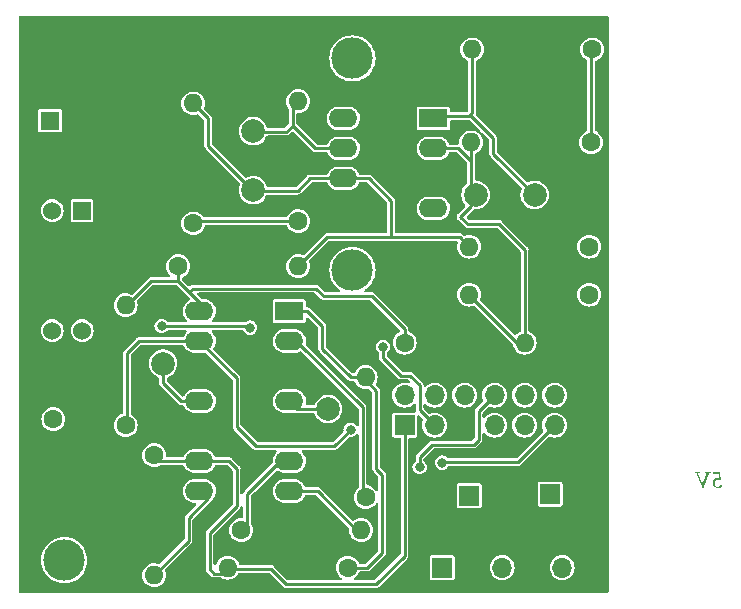
<source format=gbr>
%TF.GenerationSoftware,KiCad,Pcbnew,7.0.6*%
%TF.CreationDate,2023-10-15T17:57:13+01:00*%
%TF.ProjectId,DSP 1.1,44535020-312e-4312-9e6b-696361645f70,rev?*%
%TF.SameCoordinates,Original*%
%TF.FileFunction,Copper,L2,Bot*%
%TF.FilePolarity,Positive*%
%FSLAX46Y46*%
G04 Gerber Fmt 4.6, Leading zero omitted, Abs format (unit mm)*
G04 Created by KiCad (PCBNEW 7.0.6) date 2023-10-15 17:57:13*
%MOMM*%
%LPD*%
G01*
G04 APERTURE LIST*
%ADD10C,0.300000*%
%TA.AperFunction,NonConductor*%
%ADD11C,0.300000*%
%TD*%
%TA.AperFunction,ComponentPad*%
%ADD12C,3.500000*%
%TD*%
%TA.AperFunction,ComponentPad*%
%ADD13C,2.000000*%
%TD*%
%TA.AperFunction,ComponentPad*%
%ADD14R,2.400000X1.600000*%
%TD*%
%TA.AperFunction,ComponentPad*%
%ADD15O,2.400000X1.600000*%
%TD*%
%TA.AperFunction,ComponentPad*%
%ADD16R,1.700000X1.700000*%
%TD*%
%TA.AperFunction,ComponentPad*%
%ADD17C,1.600000*%
%TD*%
%TA.AperFunction,ComponentPad*%
%ADD18O,1.600000X1.600000*%
%TD*%
%TA.AperFunction,ComponentPad*%
%ADD19R,1.524000X1.524000*%
%TD*%
%TA.AperFunction,ComponentPad*%
%ADD20C,1.524000*%
%TD*%
%TA.AperFunction,ComponentPad*%
%ADD21R,1.600000X1.600000*%
%TD*%
%TA.AperFunction,ComponentPad*%
%ADD22O,1.700000X1.700000*%
%TD*%
%TA.AperFunction,ViaPad*%
%ADD23C,0.800000*%
%TD*%
%TA.AperFunction,Conductor*%
%ADD24C,0.250000*%
%TD*%
G04 APERTURE END LIST*
D10*
D11*
G36*
X163118570Y-49503788D02*
G01*
X163103100Y-49504008D01*
X163087922Y-49504670D01*
X163073035Y-49505772D01*
X163058441Y-49507314D01*
X163037096Y-49510455D01*
X163016409Y-49514587D01*
X162996379Y-49519711D01*
X162977005Y-49525827D01*
X162958288Y-49532935D01*
X162940228Y-49541034D01*
X162922825Y-49550125D01*
X162906079Y-49560208D01*
X162889947Y-49571045D01*
X162874523Y-49582396D01*
X162859808Y-49594263D01*
X162845801Y-49606645D01*
X162832502Y-49619542D01*
X162819912Y-49632954D01*
X162808030Y-49646882D01*
X162796857Y-49661325D01*
X162786392Y-49676283D01*
X162776635Y-49691756D01*
X162770524Y-49702357D01*
X162761947Y-49718415D01*
X162754214Y-49734575D01*
X162747324Y-49750838D01*
X162741278Y-49767204D01*
X162736076Y-49783673D01*
X162731717Y-49800245D01*
X162728202Y-49816921D01*
X162725530Y-49833699D01*
X162723702Y-49850580D01*
X162722718Y-49867565D01*
X162722531Y-49878945D01*
X162722939Y-49899029D01*
X162724166Y-49918753D01*
X162726211Y-49938116D01*
X162729074Y-49957118D01*
X162732754Y-49975760D01*
X162737252Y-49994041D01*
X162742569Y-50011961D01*
X162748703Y-50029521D01*
X162755655Y-50046720D01*
X162763425Y-50063558D01*
X162769059Y-50074584D01*
X162778044Y-50090704D01*
X162787550Y-50106367D01*
X162797578Y-50121573D01*
X162808128Y-50136322D01*
X162819200Y-50150613D01*
X162830793Y-50164447D01*
X162842907Y-50177824D01*
X162855544Y-50190744D01*
X162868702Y-50203206D01*
X162882381Y-50215212D01*
X162891791Y-50222961D01*
X162906240Y-50234179D01*
X162921011Y-50244887D01*
X162936104Y-50255087D01*
X162951520Y-50264778D01*
X162967257Y-50273961D01*
X162983316Y-50282634D01*
X162999697Y-50290799D01*
X163016400Y-50298455D01*
X163033426Y-50305602D01*
X163050773Y-50312241D01*
X163062517Y-50316384D01*
X163080209Y-50322146D01*
X163097980Y-50327341D01*
X163115827Y-50331969D01*
X163133752Y-50336030D01*
X163151753Y-50339525D01*
X163169833Y-50342453D01*
X163187989Y-50344814D01*
X163206223Y-50346609D01*
X163224534Y-50347837D01*
X163242922Y-50348498D01*
X163255224Y-50348624D01*
X163271333Y-50348212D01*
X163288884Y-50346975D01*
X163304612Y-50345315D01*
X163321342Y-50343083D01*
X163339073Y-50340278D01*
X163353979Y-50337622D01*
X163357806Y-50336900D01*
X163372930Y-50333735D01*
X163387711Y-50330100D01*
X163402148Y-50325995D01*
X163416241Y-50321422D01*
X163433375Y-50315044D01*
X163449973Y-50307933D01*
X163466033Y-50300089D01*
X163469181Y-50298432D01*
X163480020Y-50288334D01*
X163489652Y-50277000D01*
X163498490Y-50265459D01*
X163506504Y-50252431D01*
X163512783Y-50237280D01*
X163516164Y-50221609D01*
X163516808Y-50210871D01*
X163516093Y-50195977D01*
X163513345Y-50179284D01*
X163508536Y-50163880D01*
X163501667Y-50149763D01*
X163492737Y-50136935D01*
X163487499Y-50131004D01*
X163476049Y-50120545D01*
X163463955Y-50112250D01*
X163449031Y-50105308D01*
X163433230Y-50101311D01*
X163418989Y-50100229D01*
X163401777Y-50101453D01*
X163386136Y-50105123D01*
X163372067Y-50111241D01*
X163359569Y-50119807D01*
X163348643Y-50130819D01*
X163345350Y-50135034D01*
X163335771Y-50147600D01*
X163326270Y-50159471D01*
X163315283Y-50172442D01*
X163304401Y-50184466D01*
X163295158Y-50194018D01*
X163282611Y-50205108D01*
X163269012Y-50214655D01*
X163254361Y-50222659D01*
X163238658Y-50229121D01*
X163229212Y-50232120D01*
X163214787Y-50235855D01*
X163200361Y-50238818D01*
X163183531Y-50241297D01*
X163166701Y-50242725D01*
X163152276Y-50243111D01*
X163136106Y-50242405D01*
X163119883Y-50240285D01*
X163103606Y-50236752D01*
X163087275Y-50231805D01*
X163070890Y-50225446D01*
X163054452Y-50217673D01*
X163047862Y-50214168D01*
X163034931Y-50206332D01*
X163022514Y-50197293D01*
X163010613Y-50187052D01*
X162999227Y-50175609D01*
X162988356Y-50162963D01*
X162978001Y-50149116D01*
X162968161Y-50134066D01*
X162958836Y-50117815D01*
X162950335Y-50100223D01*
X162944703Y-50086061D01*
X162939709Y-50071067D01*
X162935352Y-50055243D01*
X162931633Y-50038588D01*
X162928551Y-50021103D01*
X162926107Y-50002786D01*
X162924301Y-49983639D01*
X162923132Y-49963661D01*
X162922601Y-49942852D01*
X162922565Y-49935732D01*
X162923058Y-49919989D01*
X162924535Y-49904087D01*
X162926996Y-49888024D01*
X162930442Y-49871801D01*
X162934873Y-49855418D01*
X162940288Y-49838874D01*
X162946688Y-49822170D01*
X162954073Y-49805306D01*
X162962442Y-49788682D01*
X162971979Y-49772699D01*
X162982684Y-49757358D01*
X162994556Y-49742658D01*
X163007596Y-49728598D01*
X163021804Y-49715180D01*
X163033227Y-49705537D01*
X163045306Y-49696255D01*
X163053724Y-49690267D01*
X163066988Y-49681821D01*
X163081090Y-49674206D01*
X163096028Y-49667422D01*
X163111804Y-49661468D01*
X163128417Y-49656345D01*
X163145867Y-49652053D01*
X163164155Y-49648591D01*
X163183279Y-49645960D01*
X163203241Y-49644160D01*
X163224040Y-49643191D01*
X163238371Y-49643006D01*
X163253724Y-49643445D01*
X163268613Y-49644518D01*
X163285099Y-49646235D01*
X163300058Y-49648158D01*
X163316126Y-49650529D01*
X163326299Y-49652166D01*
X163342871Y-49655126D01*
X163358012Y-49658284D01*
X163374293Y-49662332D01*
X163388512Y-49666664D01*
X163402497Y-49672076D01*
X163407632Y-49674514D01*
X163422381Y-49670585D01*
X163431445Y-49660592D01*
X163437216Y-49646487D01*
X163439139Y-49632016D01*
X163436210Y-49617457D01*
X163433283Y-49602907D01*
X163430359Y-49588365D01*
X163427438Y-49573832D01*
X163424520Y-49559308D01*
X163421605Y-49544792D01*
X163418693Y-49530285D01*
X163415783Y-49515786D01*
X163412877Y-49501296D01*
X163409973Y-49486815D01*
X163407072Y-49472342D01*
X163404174Y-49457878D01*
X163401279Y-49443422D01*
X163398387Y-49428975D01*
X163395497Y-49414537D01*
X163392611Y-49400107D01*
X163388312Y-49378607D01*
X163384071Y-49357384D01*
X163379889Y-49336438D01*
X163375764Y-49315769D01*
X163371697Y-49295377D01*
X163367688Y-49275261D01*
X163363737Y-49255423D01*
X163359844Y-49235861D01*
X163356009Y-49216577D01*
X163352232Y-49197569D01*
X163349746Y-49185051D01*
X163346039Y-49166539D01*
X163342473Y-49148511D01*
X163339049Y-49130965D01*
X163335767Y-49113902D01*
X163332627Y-49097322D01*
X163329628Y-49081226D01*
X163326770Y-49065612D01*
X163324055Y-49050481D01*
X163321481Y-49035833D01*
X163318270Y-49017054D01*
X163317506Y-49012494D01*
X163005364Y-49012494D01*
X162989762Y-49012352D01*
X162974005Y-49011927D01*
X162958094Y-49011218D01*
X162942029Y-49010227D01*
X162925808Y-49008952D01*
X162920367Y-49008464D01*
X162904332Y-49006776D01*
X162889198Y-49005012D01*
X162872681Y-49002855D01*
X162857391Y-49000594D01*
X162845263Y-48998572D01*
X162830209Y-48995915D01*
X162815612Y-48993339D01*
X162814122Y-48993076D01*
X162800841Y-49000862D01*
X162789575Y-49007364D01*
X162780529Y-49019160D01*
X162779317Y-49028614D01*
X162781751Y-49043529D01*
X162785636Y-49058806D01*
X162787011Y-49063785D01*
X162791270Y-49077844D01*
X162796353Y-49092544D01*
X162802261Y-49107886D01*
X162808106Y-49121835D01*
X162808993Y-49123868D01*
X162815504Y-49137906D01*
X162822857Y-49151487D01*
X162831052Y-49164613D01*
X162840088Y-49177283D01*
X162845629Y-49184318D01*
X162860693Y-49185903D01*
X162876348Y-49187453D01*
X162892593Y-49188966D01*
X162909428Y-49190444D01*
X162926853Y-49191885D01*
X162944869Y-49193291D01*
X162952241Y-49193844D01*
X162967319Y-49194788D01*
X162983061Y-49195607D01*
X162999468Y-49196300D01*
X163016538Y-49196866D01*
X163034272Y-49197307D01*
X163052671Y-49197622D01*
X163071733Y-49197811D01*
X163086466Y-49197870D01*
X163091459Y-49197874D01*
X163254125Y-49197874D01*
X163257295Y-49213511D01*
X163260484Y-49229374D01*
X163263692Y-49245462D01*
X163266919Y-49261776D01*
X163270166Y-49278315D01*
X163273432Y-49295079D01*
X163276718Y-49312069D01*
X163280022Y-49329284D01*
X163283347Y-49346725D01*
X163286690Y-49364391D01*
X163288930Y-49376293D01*
X163292260Y-49393886D01*
X163295520Y-49410945D01*
X163298709Y-49427469D01*
X163301827Y-49443458D01*
X163304874Y-49458913D01*
X163307850Y-49473833D01*
X163310756Y-49488219D01*
X163314520Y-49506569D01*
X163318158Y-49523969D01*
X163320803Y-49536394D01*
X163306698Y-49531815D01*
X163292273Y-49528140D01*
X163277733Y-49524920D01*
X163260903Y-49521557D01*
X163245790Y-49518763D01*
X163229212Y-49515878D01*
X163212257Y-49513044D01*
X163196194Y-49510589D01*
X163181024Y-49508511D01*
X163163318Y-49506445D01*
X163147006Y-49504969D01*
X163132091Y-49504083D01*
X163118570Y-49503788D01*
G37*
G36*
X162336016Y-48966332D02*
G01*
X162319318Y-48966286D01*
X162302746Y-48966148D01*
X162286299Y-48965920D01*
X162269979Y-48965599D01*
X162253785Y-48965187D01*
X162237716Y-48964683D01*
X162221774Y-48964088D01*
X162205957Y-48963401D01*
X162190117Y-48962588D01*
X162174106Y-48961798D01*
X162157923Y-48961031D01*
X162141568Y-48960287D01*
X162125042Y-48959565D01*
X162108344Y-48958867D01*
X162091474Y-48958192D01*
X162074432Y-48957539D01*
X162069452Y-48972651D01*
X162067348Y-48987764D01*
X162067045Y-49003323D01*
X162067105Y-49005166D01*
X162068911Y-49019946D01*
X162075016Y-49033702D01*
X162084324Y-49040337D01*
X162099457Y-49041785D01*
X162115419Y-49044264D01*
X162122426Y-49045466D01*
X162138449Y-49048696D01*
X162153544Y-49053027D01*
X162167712Y-49058459D01*
X162175182Y-49061953D01*
X162187354Y-49070282D01*
X162196009Y-49082921D01*
X162198263Y-49095658D01*
X162196493Y-49112861D01*
X162193060Y-49129335D01*
X162189013Y-49145026D01*
X162183809Y-49162949D01*
X162179148Y-49177857D01*
X162173836Y-49194020D01*
X162167873Y-49211439D01*
X162161260Y-49230114D01*
X162155717Y-49245291D01*
X162149618Y-49261970D01*
X162144340Y-49276396D01*
X162138708Y-49291783D01*
X162132720Y-49308132D01*
X162126377Y-49325443D01*
X162119680Y-49343715D01*
X162116198Y-49353212D01*
X162110798Y-49367708D01*
X162105314Y-49382480D01*
X162099747Y-49397529D01*
X162094096Y-49412855D01*
X162088361Y-49428458D01*
X162082542Y-49444338D01*
X162076640Y-49460495D01*
X162070654Y-49476929D01*
X162064584Y-49493640D01*
X162058431Y-49510627D01*
X162054282Y-49522106D01*
X162047953Y-49539420D01*
X162041604Y-49556741D01*
X162035236Y-49574067D01*
X162028848Y-49591401D01*
X162022442Y-49608740D01*
X162016016Y-49626086D01*
X162009570Y-49643439D01*
X162003106Y-49660798D01*
X161996622Y-49678163D01*
X161990118Y-49695535D01*
X161985772Y-49707120D01*
X161979304Y-49724302D01*
X161972952Y-49741226D01*
X161966716Y-49757893D01*
X161960596Y-49774302D01*
X161954592Y-49790454D01*
X161948703Y-49806348D01*
X161942931Y-49821984D01*
X161937275Y-49837363D01*
X161931734Y-49852484D01*
X161926309Y-49867347D01*
X161922757Y-49877113D01*
X161917561Y-49891425D01*
X161912552Y-49905235D01*
X161906164Y-49922866D01*
X161900107Y-49939604D01*
X161894383Y-49955449D01*
X161888990Y-49970402D01*
X161883930Y-49984461D01*
X161878071Y-50000779D01*
X161876962Y-50003875D01*
X161871996Y-50018011D01*
X161867737Y-50032093D01*
X161864826Y-50047324D01*
X161867436Y-50056632D01*
X161867597Y-50040533D01*
X161863469Y-50025699D01*
X161857699Y-50009385D01*
X161851316Y-49993251D01*
X161845369Y-49978854D01*
X161839066Y-49963507D01*
X161832408Y-49947209D01*
X161825396Y-49929961D01*
X161818029Y-49911763D01*
X161812270Y-49897491D01*
X161806312Y-49882685D01*
X161800154Y-49867343D01*
X161793797Y-49851468D01*
X161787207Y-49835170D01*
X161780488Y-49818564D01*
X161773640Y-49801648D01*
X161766663Y-49784423D01*
X161759558Y-49766889D01*
X161752324Y-49749046D01*
X161744960Y-49730894D01*
X161737469Y-49712433D01*
X161729848Y-49693662D01*
X161722098Y-49674582D01*
X161716861Y-49661691D01*
X161708954Y-49642156D01*
X161701035Y-49622570D01*
X161693103Y-49602933D01*
X161685159Y-49583243D01*
X161677201Y-49563503D01*
X161669230Y-49543710D01*
X161661247Y-49523867D01*
X161653251Y-49503971D01*
X161645241Y-49484024D01*
X161637219Y-49464026D01*
X161631864Y-49450665D01*
X161623807Y-49430651D01*
X161615846Y-49410862D01*
X161607981Y-49391298D01*
X161600214Y-49371960D01*
X161592543Y-49352847D01*
X161584968Y-49333960D01*
X161577490Y-49315298D01*
X161570109Y-49296861D01*
X161562824Y-49278650D01*
X161555636Y-49260664D01*
X161550898Y-49248799D01*
X161544714Y-49233379D01*
X161538986Y-49217573D01*
X161533715Y-49201382D01*
X161529559Y-49187197D01*
X161526351Y-49175159D01*
X161522354Y-49158783D01*
X161519339Y-49143633D01*
X161517095Y-49127822D01*
X161516103Y-49111951D01*
X161516093Y-49110313D01*
X161518526Y-49094621D01*
X161525825Y-49081433D01*
X161537989Y-49070750D01*
X161541006Y-49068914D01*
X161555306Y-49061366D01*
X161570591Y-49055209D01*
X161585005Y-49050905D01*
X161596327Y-49048397D01*
X161612333Y-49045387D01*
X161627060Y-49043197D01*
X161641390Y-49042169D01*
X161652776Y-49031755D01*
X161657876Y-49017371D01*
X161658975Y-49003701D01*
X161657758Y-48987755D01*
X161653550Y-48972757D01*
X161645451Y-48959565D01*
X161643588Y-48957539D01*
X161628206Y-48958192D01*
X161613202Y-48958867D01*
X161594979Y-48959744D01*
X161577346Y-48960656D01*
X161560303Y-48961604D01*
X161543851Y-48962588D01*
X161531114Y-48963401D01*
X161515277Y-48964245D01*
X161499136Y-48964946D01*
X161482691Y-48965504D01*
X161465941Y-48965920D01*
X161448888Y-48966191D01*
X161431530Y-48966320D01*
X161424502Y-48966332D01*
X161407200Y-48966293D01*
X161391289Y-48966177D01*
X161374484Y-48965944D01*
X161359572Y-48965606D01*
X161348298Y-48965233D01*
X161332517Y-48964556D01*
X161316910Y-48963764D01*
X161301476Y-48962856D01*
X161292977Y-48962302D01*
X161277956Y-48961180D01*
X161262709Y-48960160D01*
X161248078Y-48959259D01*
X161232003Y-48958331D01*
X161217506Y-48957539D01*
X161212803Y-48971778D01*
X161210857Y-48987577D01*
X161211002Y-49004122D01*
X161211278Y-49008097D01*
X161213735Y-49023682D01*
X161220865Y-49037189D01*
X161229230Y-49040337D01*
X161244948Y-49042231D01*
X161259408Y-49045013D01*
X161275328Y-49048461D01*
X161283085Y-49050229D01*
X161298516Y-49054595D01*
X161312658Y-49060275D01*
X161327529Y-49068563D01*
X161340647Y-49078638D01*
X161350496Y-49088697D01*
X161360228Y-49101314D01*
X161368518Y-49114353D01*
X161376076Y-49127560D01*
X161384225Y-49142896D01*
X161391169Y-49156698D01*
X161398490Y-49171862D01*
X161405886Y-49187541D01*
X161413053Y-49203072D01*
X161419991Y-49218453D01*
X161426700Y-49233686D01*
X161433180Y-49248770D01*
X161439431Y-49263705D01*
X161445453Y-49278491D01*
X161451247Y-49293129D01*
X161458308Y-49310624D01*
X161465294Y-49327939D01*
X161472207Y-49345074D01*
X161479044Y-49362028D01*
X161485808Y-49378802D01*
X161492497Y-49395396D01*
X161499111Y-49411809D01*
X161505652Y-49428042D01*
X161512117Y-49444095D01*
X161518509Y-49459967D01*
X161524826Y-49475660D01*
X161531068Y-49491171D01*
X161537236Y-49506503D01*
X161543330Y-49521654D01*
X161549349Y-49536625D01*
X161555294Y-49551415D01*
X161561193Y-49566084D01*
X161567075Y-49580690D01*
X161572940Y-49595233D01*
X161578787Y-49609713D01*
X161584617Y-49624130D01*
X161590431Y-49638484D01*
X161596227Y-49652775D01*
X161602005Y-49667003D01*
X161607767Y-49681168D01*
X161613512Y-49695271D01*
X161619239Y-49709310D01*
X161624949Y-49723286D01*
X161630642Y-49737199D01*
X161636318Y-49751050D01*
X161641976Y-49764837D01*
X161647618Y-49778561D01*
X161653264Y-49792241D01*
X161658935Y-49805987D01*
X161664632Y-49819799D01*
X161670355Y-49833676D01*
X161676104Y-49847619D01*
X161681879Y-49861629D01*
X161687679Y-49875704D01*
X161693505Y-49889844D01*
X161699357Y-49904051D01*
X161705234Y-49918324D01*
X161711138Y-49932662D01*
X161717067Y-49947066D01*
X161723022Y-49961536D01*
X161729002Y-49976072D01*
X161735009Y-49990673D01*
X161741041Y-50005341D01*
X161747136Y-50020140D01*
X161753331Y-50035136D01*
X161759627Y-50050331D01*
X161766022Y-50065722D01*
X161772518Y-50081311D01*
X161779114Y-50097098D01*
X161785810Y-50113082D01*
X161792606Y-50129263D01*
X161799503Y-50145643D01*
X161806500Y-50162219D01*
X161813597Y-50178993D01*
X161820794Y-50195965D01*
X161828091Y-50213134D01*
X161835488Y-50230500D01*
X161842986Y-50248064D01*
X161850584Y-50265826D01*
X161857496Y-50280985D01*
X161864769Y-50294316D01*
X161873710Y-50307557D01*
X161884529Y-50319642D01*
X161891616Y-50325543D01*
X161904538Y-50333513D01*
X161919236Y-50339309D01*
X161934291Y-50341885D01*
X161938877Y-50342030D01*
X161952942Y-50336697D01*
X161959394Y-50325177D01*
X161963973Y-50311072D01*
X161968187Y-50302462D01*
X161976895Y-50279529D01*
X161985526Y-50256798D01*
X161994080Y-50234271D01*
X162002556Y-50211947D01*
X162010955Y-50189827D01*
X162019277Y-50167909D01*
X162027522Y-50146195D01*
X162035689Y-50124684D01*
X162043779Y-50103376D01*
X162051792Y-50082272D01*
X162059727Y-50061370D01*
X162067586Y-50040672D01*
X162075367Y-50020177D01*
X162083070Y-49999885D01*
X162090697Y-49979797D01*
X162098246Y-49959912D01*
X162105719Y-49940062D01*
X162113210Y-49920172D01*
X162120717Y-49900243D01*
X162128242Y-49880273D01*
X162135784Y-49860263D01*
X162143343Y-49840213D01*
X162150919Y-49820124D01*
X162158513Y-49799994D01*
X162166123Y-49779823D01*
X162173751Y-49759613D01*
X162181396Y-49739363D01*
X162189058Y-49719073D01*
X162196738Y-49698743D01*
X162204434Y-49678372D01*
X162212148Y-49657962D01*
X162219879Y-49637511D01*
X162227680Y-49616910D01*
X162235604Y-49596049D01*
X162243651Y-49574927D01*
X162251821Y-49553545D01*
X162260114Y-49531902D01*
X162268531Y-49509999D01*
X162277070Y-49487835D01*
X162285733Y-49465411D01*
X162294518Y-49442727D01*
X162303427Y-49419782D01*
X162312459Y-49396576D01*
X162321614Y-49373110D01*
X162330891Y-49349384D01*
X162340292Y-49325397D01*
X162349816Y-49301150D01*
X162359464Y-49276642D01*
X162365211Y-49261564D01*
X162370912Y-49246921D01*
X162376568Y-49232713D01*
X162382178Y-49218940D01*
X162389126Y-49202335D01*
X162396003Y-49186411D01*
X162402808Y-49171166D01*
X162404160Y-49168198D01*
X162411049Y-49153521D01*
X162418206Y-49139254D01*
X162425632Y-49125399D01*
X162433326Y-49111956D01*
X162441288Y-49098924D01*
X162449519Y-49086303D01*
X162452886Y-49081370D01*
X162463415Y-49070030D01*
X162476115Y-49062301D01*
X162486226Y-49057923D01*
X162500268Y-49052999D01*
X162514368Y-49048945D01*
X162530103Y-49045461D01*
X162536418Y-49044367D01*
X162552152Y-49042073D01*
X162567419Y-49040530D01*
X162573054Y-49040337D01*
X162583917Y-49029997D01*
X162586636Y-49014255D01*
X162586976Y-49003701D01*
X162586537Y-48988987D01*
X162584686Y-48973934D01*
X162579453Y-48959864D01*
X162577817Y-48957905D01*
X162559138Y-48958472D01*
X162541386Y-48959073D01*
X162524562Y-48959708D01*
X162508665Y-48960378D01*
X162493696Y-48961082D01*
X162476288Y-48962011D01*
X162460330Y-48962993D01*
X162454352Y-48963401D01*
X162439001Y-48964245D01*
X162422488Y-48964946D01*
X162404812Y-48965504D01*
X162389834Y-48965848D01*
X162374112Y-48966100D01*
X162357646Y-48966260D01*
X162340435Y-48966329D01*
X162336016Y-48966332D01*
G37*
D12*
%TO.P,,1*%
%TO.N,N/C*%
X132232400Y-31902400D03*
%TD*%
%TO.P,,1*%
%TO.N,N/C*%
X107832000Y-56451500D03*
%TD*%
D13*
%TO.P,C10,1*%
%TO.N,GND*%
X130175000Y-48664500D03*
%TO.P,C10,2*%
%TO.N,+12V*%
X130175000Y-43664500D03*
%TD*%
D14*
%TO.P,U1,1*%
%TO.N,Net-(R8-Pad2)*%
X126888000Y-35364500D03*
D15*
%TO.P,U1,2,-*%
%TO.N,wet1*%
X126888000Y-37904500D03*
%TO.P,U1,3,+*%
%TO.N,GND*%
X126888000Y-40444500D03*
%TO.P,U1,4,V+*%
%TO.N,+12V*%
X126888000Y-42984500D03*
%TO.P,U1,5,+*%
%TO.N,GND*%
X126888000Y-45524500D03*
%TO.P,U1,6,-*%
%TO.N,in1*%
X126888000Y-48064500D03*
%TO.P,U1,7*%
%TO.N,in buffed*%
X126888000Y-50604500D03*
%TO.P,U1,8*%
%TO.N,Line*%
X119268000Y-50604500D03*
%TO.P,U1,9,-*%
%TO.N,Line_raw*%
X119268000Y-48064500D03*
%TO.P,U1,10,+*%
%TO.N,GND*%
X119268000Y-45524500D03*
%TO.P,U1,11,V-*%
%TO.N,-12V*%
X119268000Y-42984500D03*
%TO.P,U1,12,+*%
%TO.N,GND*%
X119268000Y-40444500D03*
%TO.P,U1,13,-*%
%TO.N,Dry_raw*%
X119268000Y-37904500D03*
%TO.P,U1,14*%
%TO.N,Dry*%
X119268000Y-35364500D03*
%TD*%
D16*
%TO.P,JX0,1,Pin_1*%
%TO.N,X0*%
X148971000Y-50863500D03*
%TD*%
D17*
%TO.P,R20,1*%
%TO.N,LEFT EURO*%
X152527000Y-13208000D03*
D18*
%TO.P,R20,2*%
%TO.N,Net-(C8-Pad2)*%
X142367000Y-13208000D03*
%TD*%
D17*
%TO.P,R10,1*%
%TO.N,Line_raw*%
X115443000Y-47561500D03*
D18*
%TO.P,R10,2*%
%TO.N,Line*%
X115443000Y-57721500D03*
%TD*%
D17*
%TO.P,R8,1*%
%TO.N,wet1*%
X133350000Y-51117500D03*
D18*
%TO.P,R8,2*%
%TO.N,Net-(R8-Pad2)*%
X133350000Y-40957500D03*
%TD*%
D17*
%TO.P,R16,1*%
%TO.N,Dry*%
X136652000Y-38036500D03*
D18*
%TO.P,R16,2*%
%TO.N,Net-(C8-Pad1)*%
X146812000Y-38036500D03*
%TD*%
D19*
%TO.P,P1,1,+12V*%
%TO.N,+12V*%
X109347000Y-26860500D03*
D20*
%TO.P,P1,2,+12V*%
X106807000Y-26860500D03*
%TO.P,P1,3,GND*%
%TO.N,GND*%
X109347000Y-29400500D03*
%TO.P,P1,4,GND*%
X106807000Y-29400500D03*
%TO.P,P1,5,GND*%
X109347000Y-31940500D03*
%TO.P,P1,6,GND*%
X106807000Y-31940500D03*
%TO.P,P1,7,GND*%
X109347000Y-34480500D03*
%TO.P,P1,8,GND*%
X106807000Y-34480500D03*
%TO.P,P1,9,-12V*%
%TO.N,-12V*%
X109347000Y-37020500D03*
%TO.P,P1,10,-12V*%
X106807000Y-37020500D03*
%TD*%
D17*
%TO.P,R12,1*%
%TO.N,R0*%
X152273000Y-29908500D03*
D18*
%TO.P,R12,2*%
%TO.N,Net-(C9-Pad1)*%
X142113000Y-29908500D03*
%TD*%
D21*
%TO.P,C15,1*%
%TO.N,GND*%
X109409113Y-44513500D03*
D17*
%TO.P,C15,2*%
%TO.N,-12V*%
X106909113Y-44513500D03*
%TD*%
D13*
%TO.P,C9,1*%
%TO.N,Net-(C9-Pad1)*%
X123825000Y-25129500D03*
%TO.P,C9,2*%
%TO.N,Net-(C9-Pad2)*%
X123825000Y-20129500D03*
%TD*%
%TO.P,C8,1*%
%TO.N,Net-(C8-Pad1)*%
X142661000Y-25527000D03*
%TO.P,C8,2*%
%TO.N,Net-(C8-Pad2)*%
X147661000Y-25527000D03*
%TD*%
D17*
%TO.P,R14,1*%
%TO.N,RIGHT EURO*%
X118745000Y-27940000D03*
D18*
%TO.P,R14,2*%
%TO.N,Net-(C9-Pad1)*%
X118745000Y-17780000D03*
%TD*%
D17*
%TO.P,R18,1*%
%TO.N,LEFT EURO*%
X152433500Y-21082000D03*
D18*
%TO.P,R18,2*%
%TO.N,Net-(C8-Pad1)*%
X142273500Y-21082000D03*
%TD*%
D16*
%TO.P,J2,1,Pin_1*%
%TO.N,+5V*%
X142118000Y-50990500D03*
D22*
%TO.P,J2,2,Pin_2*%
%TO.N,GND*%
X139578000Y-50990500D03*
%TD*%
D17*
%TO.P,R13,1*%
%TO.N,Dry*%
X117475000Y-31559500D03*
D18*
%TO.P,R13,2*%
%TO.N,Net-(C9-Pad1)*%
X127635000Y-31559500D03*
%TD*%
D14*
%TO.P,U2,1*%
%TO.N,Net-(C8-Pad2)*%
X139080000Y-19050000D03*
D15*
%TO.P,U2,2,-*%
%TO.N,Net-(C8-Pad1)*%
X139080000Y-21590000D03*
%TO.P,U2,3,+*%
%TO.N,GND*%
X139080000Y-24130000D03*
%TO.P,U2,4,V-*%
%TO.N,-12V*%
X139080000Y-26670000D03*
%TO.P,U2,5,+*%
%TO.N,GND*%
X131460000Y-26670000D03*
%TO.P,U2,6,-*%
%TO.N,Net-(C9-Pad1)*%
X131460000Y-24130000D03*
%TO.P,U2,7*%
%TO.N,Net-(C9-Pad2)*%
X131460000Y-21590000D03*
%TO.P,U2,8,V+*%
%TO.N,+12V*%
X131460000Y-19050000D03*
%TD*%
D17*
%TO.P,R9,1*%
%TO.N,Net-(R8-Pad2)*%
X131826000Y-57086500D03*
D18*
%TO.P,R9,2*%
%TO.N,Line_raw*%
X121666000Y-57086500D03*
%TD*%
D21*
%TO.P,C14,1*%
%TO.N,+12V*%
X106617888Y-19240500D03*
D17*
%TO.P,C14,2*%
%TO.N,GND*%
X109117888Y-19240500D03*
%TD*%
%TO.P,R19,1*%
%TO.N,RIGHT EURO*%
X127635000Y-27749500D03*
D18*
%TO.P,R19,2*%
%TO.N,Net-(C9-Pad2)*%
X127635000Y-17589500D03*
%TD*%
D17*
%TO.P,R2,1*%
%TO.N,in1*%
X122809000Y-53911500D03*
D18*
%TO.P,R2,2*%
%TO.N,in buffed*%
X132969000Y-53911500D03*
%TD*%
D16*
%TO.P,J1,1,Pin_1*%
%TO.N,Line*%
X139832000Y-57086500D03*
D22*
%TO.P,J1,2,Pin_2*%
%TO.N,GND*%
X142372000Y-57086500D03*
%TO.P,J1,3,Pin_3*%
%TO.N,R0*%
X144912000Y-57086500D03*
%TO.P,J1,4,Pin_4*%
%TO.N,GND*%
X147452000Y-57086500D03*
%TO.P,J1,5,Pin_5*%
%TO.N,L0*%
X149992000Y-57086500D03*
%TD*%
D17*
%TO.P,R15,1*%
%TO.N,L0*%
X152273000Y-33972500D03*
D18*
%TO.P,R15,2*%
%TO.N,Net-(C8-Pad1)*%
X142113000Y-33972500D03*
%TD*%
D17*
%TO.P,R11,1*%
%TO.N,Dry_raw*%
X113030000Y-45021500D03*
D18*
%TO.P,R11,2*%
%TO.N,Dry*%
X113030000Y-34861500D03*
%TD*%
D13*
%TO.P,C11,1*%
%TO.N,-12V*%
X116205000Y-39814500D03*
%TO.P,C11,2*%
%TO.N,GND*%
X116205000Y-44814500D03*
%TD*%
D16*
%TO.P,Jpcb2,1,Pin_1*%
%TO.N,Line_raw*%
X136652000Y-45026500D03*
D22*
%TO.P,Jpcb2,2,Pin_2*%
%TO.N,Dry_raw*%
X136652000Y-42486500D03*
%TO.P,Jpcb2,3,Pin_3*%
%TO.N,RIGHT EURO*%
X139192000Y-45026500D03*
%TO.P,Jpcb2,4,Pin_4*%
%TO.N,LEFT EURO*%
X139192000Y-42486500D03*
%TO.P,Jpcb2,5,Pin_5*%
%TO.N,GND*%
X141732000Y-45026500D03*
%TO.P,Jpcb2,6,Pin_6*%
%TO.N,+5V*%
X141732000Y-42486500D03*
%TO.P,Jpcb2,7,Pin_7*%
%TO.N,wet1*%
X144272000Y-45026500D03*
%TO.P,Jpcb2,8,Pin_8*%
%TO.N,in1*%
X144272000Y-42486500D03*
%TO.P,Jpcb2,9,Pin_9*%
%TO.N,X0*%
X146812000Y-45026500D03*
%TO.P,Jpcb2,10,Pin_10*%
%TO.N,in buffed*%
X146812000Y-42486500D03*
%TO.P,Jpcb2,11,Pin_11*%
%TO.N,+12V*%
X149352000Y-45026500D03*
%TO.P,Jpcb2,12,Pin_12*%
%TO.N,unconnected-(Jpcb2-Pad12)*%
X149352000Y-42486500D03*
%TD*%
D12*
%TO.P,,1*%
%TO.N,N/C*%
X132232400Y-13970000D03*
%TD*%
D23*
%TO.N,RIGHT EURO*%
X134823200Y-38392100D03*
%TO.N,Dry_raw*%
X132080000Y-45402500D03*
%TO.N,-12V*%
X123571000Y-36766500D03*
X116078000Y-36639500D03*
%TO.N,in1*%
X137922000Y-48577500D03*
%TO.N,+12V*%
X139827000Y-48196500D03*
%TD*%
D24*
%TO.N,Net-(C9-Pad1)*%
X142113000Y-29908500D02*
X141313001Y-29108501D01*
X120015000Y-21359500D02*
X123825000Y-25169500D01*
X135509000Y-29108501D02*
X130085999Y-29108501D01*
X131460000Y-24130000D02*
X133604000Y-24130000D01*
%TO.N,Net-(C8-Pad2)*%
X142367000Y-18605500D02*
X142367000Y-13208000D01*
%TO.N,Net-(C9-Pad1)*%
X118745000Y-17780000D02*
X120015000Y-19050000D01*
X128634500Y-24130000D02*
X131460000Y-24130000D01*
X120015000Y-19050000D02*
X120015000Y-21359500D01*
X135509000Y-26035000D02*
X135509000Y-29108501D01*
X127595000Y-25169500D02*
X128634500Y-24130000D01*
X123825000Y-25169500D02*
X127595000Y-25169500D01*
X133604000Y-24130000D02*
X135509000Y-26035000D01*
%TO.N,Net-(C8-Pad2)*%
X142113000Y-18859500D02*
X139270500Y-18859500D01*
X147661000Y-25550500D02*
X147661000Y-26225500D01*
%TO.N,Net-(C9-Pad1)*%
X130085999Y-29108501D02*
X127635000Y-31559500D01*
X141313001Y-29108501D02*
X135509000Y-29108501D01*
%TO.N,Line*%
X120030000Y-51229500D02*
X118364000Y-52895500D01*
%TO.N,Dry*%
X115209000Y-32809500D02*
X117475000Y-32809500D01*
%TO.N,Net-(R8-Pad2)*%
X134747000Y-49212500D02*
X134239000Y-48704500D01*
%TO.N,Dry*%
X129159000Y-33464500D02*
X118745000Y-33464500D01*
%TO.N,Line*%
X118364000Y-52895500D02*
X118364000Y-54800500D01*
%TO.N,Net-(R8-Pad2)*%
X134239000Y-48704500D02*
X134239000Y-42100500D01*
%TO.N,Dry*%
X117475000Y-31559500D02*
X117475000Y-32809500D01*
X136652000Y-38036500D02*
X136652000Y-36893500D01*
%TO.N,Net-(R8-Pad2)*%
X131826000Y-57594500D02*
X132334000Y-57086500D01*
%TO.N,Dry*%
X129794000Y-34099500D02*
X129159000Y-33464500D01*
%TO.N,Net-(R8-Pad2)*%
X129667000Y-36639500D02*
X128392000Y-35364500D01*
%TO.N,Line*%
X120030000Y-50604500D02*
X120030000Y-51229500D01*
%TO.N,Net-(C9-Pad2)*%
X123825000Y-20169500D02*
X126646000Y-20169500D01*
X127160500Y-17589500D02*
X127160500Y-19655000D01*
%TO.N,Dry*%
X113157000Y-34861500D02*
X115209000Y-32809500D01*
X117475000Y-32809500D02*
X118437500Y-33772000D01*
%TO.N,Line*%
X118364000Y-54800500D02*
X115443000Y-57721500D01*
%TO.N,Dry*%
X133858000Y-34099500D02*
X129794000Y-34099500D01*
X118745000Y-33464500D02*
X118437500Y-33772000D01*
%TO.N,Net-(R8-Pad2)*%
X132080000Y-40957500D02*
X129667000Y-38544500D01*
X133477000Y-57086500D02*
X134747000Y-55816500D01*
X133096000Y-40957500D02*
X132080000Y-40957500D01*
%TO.N,Net-(C9-Pad2)*%
X129095500Y-21590000D02*
X127160500Y-19655000D01*
%TO.N,Net-(R8-Pad2)*%
X128392000Y-35364500D02*
X127650000Y-35364500D01*
X132334000Y-57086500D02*
X133477000Y-57086500D01*
%TO.N,RIGHT EURO*%
X134823200Y-38392100D02*
X134823200Y-39306500D01*
%TO.N,Net-(R8-Pad2)*%
X134747000Y-55816500D02*
X134747000Y-49212500D01*
%TO.N,Net-(C9-Pad2)*%
X126646000Y-20169500D02*
X127160500Y-19655000D01*
%TO.N,RIGHT EURO*%
X137922000Y-43756500D02*
X139192000Y-45026500D01*
%TO.N,Dry*%
X118437500Y-33772000D02*
X120030000Y-35364500D01*
%TO.N,Net-(R8-Pad2)*%
X134239000Y-42100500D02*
X133096000Y-40957500D01*
%TO.N,Dry*%
X136652000Y-36893500D02*
X133858000Y-34099500D01*
%TO.N,Net-(C9-Pad2)*%
X131460000Y-21590000D02*
X129095500Y-21590000D01*
%TO.N,Net-(R8-Pad2)*%
X129667000Y-38544500D02*
X129667000Y-36639500D01*
%TO.N,RIGHT EURO*%
X136347200Y-40830500D02*
X137109200Y-40830500D01*
X137109200Y-40830500D02*
X137922000Y-41643300D01*
X134823200Y-39306500D02*
X136347200Y-40830500D01*
X118745000Y-27749500D02*
X127160500Y-27749500D01*
%TO.N,Line_raw*%
X120142000Y-57213500D02*
X120142000Y-54165500D01*
%TO.N,RIGHT EURO*%
X137922000Y-41643300D02*
X137922000Y-43756500D01*
%TO.N,Line_raw*%
X122428000Y-48704500D02*
X121788000Y-48064500D01*
%TO.N,Dry_raw*%
X130683000Y-46799500D02*
X124079000Y-46799500D01*
%TO.N,Line_raw*%
X136652000Y-56070500D02*
X136652000Y-45026500D01*
%TO.N,wet1*%
X127650000Y-38051500D02*
X127650000Y-37904500D01*
%TO.N,Line_raw*%
X122428000Y-51879500D02*
X122428000Y-48704500D01*
X120142000Y-54165500D02*
X122428000Y-51879500D01*
X120030000Y-48064500D02*
X115946000Y-48064500D01*
X125349000Y-57213500D02*
X126619000Y-58483500D01*
X121788000Y-48064500D02*
X120030000Y-48064500D01*
%TO.N,Dry_raw*%
X124079000Y-46799500D02*
X122428000Y-45148500D01*
X114178000Y-37904500D02*
X113157000Y-38925500D01*
X113157000Y-38925500D02*
X113157000Y-45021500D01*
%TO.N,Line_raw*%
X120523000Y-57594500D02*
X120142000Y-57213500D01*
%TO.N,Dry_raw*%
X120030000Y-37904500D02*
X114178000Y-37904500D01*
%TO.N,Line_raw*%
X115946000Y-48064500D02*
X115443000Y-47561500D01*
%TO.N,Dry_raw*%
X122428000Y-45148500D02*
X122428000Y-41064500D01*
X132080000Y-45402500D02*
X130683000Y-46799500D01*
%TO.N,Line_raw*%
X134239000Y-58483500D02*
X136652000Y-56070500D01*
X121666000Y-57594500D02*
X120523000Y-57594500D01*
X126619000Y-58483500D02*
X134239000Y-58483500D01*
%TO.N,wet1*%
X133096000Y-51117500D02*
X133096000Y-43497500D01*
%TO.N,Line_raw*%
X121666000Y-57213500D02*
X125349000Y-57213500D01*
%TO.N,wet1*%
X133096000Y-43497500D02*
X127650000Y-38051500D01*
%TO.N,Dry_raw*%
X122428000Y-41064500D02*
X119268000Y-37904500D01*
%TO.N,in1*%
X123317000Y-50863500D02*
X123317000Y-53784500D01*
X123317000Y-53784500D02*
X122809000Y-54292500D01*
X137922000Y-47688500D02*
X138938000Y-46672500D01*
X142494000Y-46672500D02*
X142907000Y-46259500D01*
X142907000Y-43851500D02*
X144272000Y-42486500D01*
X127650000Y-48064500D02*
X126116000Y-48064500D01*
%TO.N,in buffed*%
X129281000Y-50604500D02*
X132969000Y-54292500D01*
X127650000Y-50604500D02*
X129281000Y-50604500D01*
%TO.N,in1*%
X137922000Y-48577500D02*
X137922000Y-47688500D01*
X138938000Y-46672500D02*
X142494000Y-46672500D01*
X126116000Y-48064500D02*
X123317000Y-50863500D01*
X142907000Y-46259500D02*
X142907000Y-43851500D01*
%TO.N,Net-(C8-Pad2)*%
X144145000Y-20731000D02*
X144145000Y-22034500D01*
X142113000Y-18859500D02*
X142367000Y-18605500D01*
X139270500Y-18859500D02*
X139080000Y-19050000D01*
X142273500Y-18859500D02*
X144145000Y-20731000D01*
%TO.N,LEFT EURO*%
X152433500Y-13301500D02*
X152527000Y-13208000D01*
%TO.N,Net-(C8-Pad2)*%
X144145000Y-22034500D02*
X147661000Y-25550500D01*
X142273500Y-18859500D02*
X142113000Y-18859500D01*
%TO.N,Net-(C8-Pad1)*%
X146812000Y-38036500D02*
X146812000Y-30162500D01*
X146812000Y-30162500D02*
X144653000Y-28003500D01*
X142273500Y-26479500D02*
X142273500Y-22669500D01*
X146177000Y-38036500D02*
X146812000Y-38036500D01*
X142113000Y-33972500D02*
X146177000Y-38036500D01*
X142273500Y-21082000D02*
X142273500Y-22669500D01*
X141194000Y-21590000D02*
X142273500Y-22669500D01*
X144653000Y-28003500D02*
X142007500Y-28003500D01*
X139080000Y-21590000D02*
X141194000Y-21590000D01*
X142007500Y-28003500D02*
X141378500Y-27374500D01*
X141378500Y-27374500D02*
X142273500Y-26479500D01*
%TO.N,LEFT EURO*%
X152433500Y-21082000D02*
X152433500Y-13301500D01*
%TO.N,-12V*%
X116205000Y-41465500D02*
X117724000Y-42984500D01*
X123571000Y-36766500D02*
X123444000Y-36639500D01*
%TO.N,+12V*%
X130175000Y-43664500D02*
X127568000Y-43664500D01*
X146245500Y-48133000D02*
X149352000Y-45026500D01*
X127568000Y-43664500D02*
X126888000Y-42984500D01*
%TO.N,-12V*%
X123444000Y-36639500D02*
X116078000Y-36639500D01*
%TO.N,+12V*%
X139827000Y-48196500D02*
X139890500Y-48133000D01*
%TO.N,-12V*%
X117724000Y-42984500D02*
X119268000Y-42984500D01*
%TO.N,+12V*%
X139890500Y-48133000D02*
X146245500Y-48133000D01*
%TO.N,-12V*%
X116205000Y-39814500D02*
X116205000Y-41465500D01*
%TO.N,GND*%
X131820000Y-27374500D02*
X131460000Y-27374500D01*
X118558000Y-44814500D02*
X119268000Y-45524500D01*
X116205000Y-44814500D02*
X118558000Y-44814500D01*
%TD*%
%TA.AperFunction,Conductor*%
%TO.N,GND*%
G36*
X132734649Y-45772206D02*
G01*
X132767930Y-45834919D01*
X132770500Y-45860236D01*
X132770500Y-50239199D01*
X132750498Y-50307320D01*
X132724434Y-50336598D01*
X132639117Y-50406616D01*
X132514090Y-50558961D01*
X132421186Y-50732771D01*
X132363974Y-50921373D01*
X132363974Y-50921375D01*
X132344659Y-51117496D01*
X132344659Y-51117503D01*
X132363974Y-51313624D01*
X132363974Y-51313626D01*
X132421186Y-51502228D01*
X132511340Y-51670893D01*
X132514090Y-51676038D01*
X132639117Y-51828383D01*
X132791462Y-51953410D01*
X132965273Y-52046314D01*
X133153868Y-52103524D01*
X133153872Y-52103524D01*
X133153874Y-52103525D01*
X133349997Y-52122841D01*
X133350000Y-52122841D01*
X133350003Y-52122841D01*
X133546124Y-52103525D01*
X133546126Y-52103525D01*
X133546127Y-52103524D01*
X133546132Y-52103524D01*
X133734727Y-52046314D01*
X133908538Y-51953410D01*
X134060883Y-51828383D01*
X134185910Y-51676038D01*
X134185914Y-51676030D01*
X134189348Y-51670893D01*
X134191101Y-51672064D01*
X134234113Y-51628264D01*
X134303347Y-51612544D01*
X134370090Y-51636749D01*
X134413151Y-51693196D01*
X134421500Y-51738299D01*
X134421500Y-55629483D01*
X134401498Y-55697604D01*
X134384595Y-55718578D01*
X133379079Y-56724095D01*
X133316767Y-56758120D01*
X133289984Y-56761000D01*
X132861993Y-56761000D01*
X132793872Y-56740998D01*
X132750871Y-56694396D01*
X132661909Y-56527961D01*
X132536883Y-56375617D01*
X132384538Y-56250590D01*
X132370903Y-56243302D01*
X132210728Y-56157686D01*
X132022125Y-56100474D01*
X131826003Y-56081159D01*
X131825997Y-56081159D01*
X131629875Y-56100474D01*
X131629873Y-56100474D01*
X131441271Y-56157686D01*
X131267461Y-56250590D01*
X131115117Y-56375617D01*
X130990090Y-56527961D01*
X130897186Y-56701771D01*
X130839974Y-56890373D01*
X130839974Y-56890375D01*
X130820659Y-57086496D01*
X130820659Y-57086503D01*
X130839974Y-57282624D01*
X130839974Y-57282626D01*
X130897186Y-57471228D01*
X130969012Y-57605604D01*
X130990090Y-57645038D01*
X131115117Y-57797383D01*
X131267462Y-57922410D01*
X131267464Y-57922411D01*
X131272607Y-57925848D01*
X131271437Y-57927598D01*
X131315244Y-57970630D01*
X131330954Y-58039867D01*
X131306738Y-58106606D01*
X131250284Y-58149658D01*
X131205200Y-58158000D01*
X126806017Y-58158000D01*
X126737896Y-58137998D01*
X126716922Y-58121095D01*
X126443520Y-57847693D01*
X125591154Y-56995328D01*
X125587450Y-56991286D01*
X125561454Y-56960305D01*
X125561451Y-56960303D01*
X125526435Y-56940086D01*
X125521800Y-56937133D01*
X125488683Y-56913945D01*
X125483152Y-56911366D01*
X125467796Y-56905005D01*
X125462047Y-56902912D01*
X125438174Y-56898702D01*
X125422234Y-56895891D01*
X125416872Y-56894703D01*
X125377808Y-56884236D01*
X125377805Y-56884236D01*
X125366127Y-56885257D01*
X125337524Y-56887760D01*
X125332040Y-56888000D01*
X122744754Y-56888000D01*
X122676633Y-56867998D01*
X122630140Y-56814342D01*
X122624180Y-56798576D01*
X122594818Y-56701784D01*
X122594812Y-56701769D01*
X122501909Y-56527961D01*
X122376883Y-56375617D01*
X122224538Y-56250590D01*
X122210903Y-56243302D01*
X122050728Y-56157686D01*
X121862125Y-56100474D01*
X121666003Y-56081159D01*
X121665997Y-56081159D01*
X121469875Y-56100474D01*
X121469873Y-56100474D01*
X121281271Y-56157686D01*
X121107461Y-56250590D01*
X120955117Y-56375617D01*
X120830090Y-56527961D01*
X120737185Y-56701773D01*
X120737183Y-56701778D01*
X120714073Y-56777963D01*
X120675158Y-56837344D01*
X120610316Y-56866260D01*
X120540136Y-56855529D01*
X120486897Y-56808559D01*
X120467499Y-56741387D01*
X120467499Y-55697604D01*
X120467499Y-54352512D01*
X120487501Y-54284395D01*
X120504399Y-54263426D01*
X122646192Y-52121633D01*
X122650210Y-52117951D01*
X122681194Y-52091955D01*
X122701421Y-52056918D01*
X122704352Y-52052317D01*
X122727554Y-52019184D01*
X122727554Y-52019181D01*
X122730147Y-52013622D01*
X122736480Y-51998333D01*
X122738588Y-51992544D01*
X122740020Y-51984422D01*
X122741413Y-51976520D01*
X122772935Y-51912909D01*
X122833847Y-51876435D01*
X122904808Y-51878684D01*
X122963289Y-51918939D01*
X122990722Y-51984422D01*
X122991499Y-51998395D01*
X122991500Y-52785113D01*
X122971498Y-52853234D01*
X122917842Y-52899727D01*
X122853153Y-52910507D01*
X122824876Y-52907722D01*
X122809000Y-52906159D01*
X122808998Y-52906159D01*
X122808997Y-52906159D01*
X122612875Y-52925474D01*
X122612873Y-52925474D01*
X122424271Y-52982686D01*
X122250461Y-53075590D01*
X122098117Y-53200617D01*
X121973090Y-53352961D01*
X121880186Y-53526771D01*
X121822974Y-53715373D01*
X121822974Y-53715375D01*
X121803659Y-53911496D01*
X121803659Y-53911503D01*
X121822974Y-54107624D01*
X121822974Y-54107626D01*
X121880186Y-54296228D01*
X121910273Y-54352516D01*
X121973090Y-54470038D01*
X122098117Y-54622383D01*
X122250462Y-54747410D01*
X122424273Y-54840314D01*
X122612868Y-54897524D01*
X122612872Y-54897524D01*
X122612874Y-54897525D01*
X122808997Y-54916841D01*
X122809000Y-54916841D01*
X122809003Y-54916841D01*
X123005124Y-54897525D01*
X123005126Y-54897525D01*
X123005127Y-54897524D01*
X123005132Y-54897524D01*
X123193727Y-54840314D01*
X123367538Y-54747410D01*
X123519883Y-54622383D01*
X123644910Y-54470038D01*
X123737814Y-54296227D01*
X123795024Y-54107632D01*
X123795025Y-54107624D01*
X123814341Y-53911503D01*
X123814341Y-53911496D01*
X123795025Y-53715375D01*
X123795025Y-53715373D01*
X123795024Y-53715370D01*
X123795024Y-53715368D01*
X123737814Y-53526773D01*
X123657377Y-53376287D01*
X123642500Y-53316892D01*
X123642500Y-51050515D01*
X123662502Y-50982394D01*
X123679400Y-50961425D01*
X123985390Y-50655435D01*
X125483630Y-50655435D01*
X125496258Y-50737862D01*
X125514444Y-50856571D01*
X125522274Y-50877713D01*
X125585111Y-51047381D01*
X125585115Y-51047389D01*
X125692744Y-51220066D01*
X125692754Y-51220079D01*
X125825904Y-51360150D01*
X125832941Y-51367553D01*
X125832944Y-51367555D01*
X125999952Y-51483796D01*
X125999953Y-51483797D01*
X126186938Y-51564039D01*
X126186941Y-51564039D01*
X126186942Y-51564040D01*
X126386259Y-51605000D01*
X126386260Y-51605000D01*
X127338741Y-51605000D01*
X127338742Y-51605000D01*
X127338743Y-51604999D01*
X127338760Y-51604999D01*
X127432833Y-51595431D01*
X127490438Y-51589574D01*
X127684588Y-51528659D01*
X127862502Y-51429909D01*
X127862503Y-51429908D01*
X127862505Y-51429907D01*
X127981078Y-51328114D01*
X128016895Y-51297366D01*
X128141448Y-51136458D01*
X128208134Y-51000508D01*
X128256090Y-50948160D01*
X128321256Y-50930000D01*
X129093984Y-50930000D01*
X129162105Y-50950002D01*
X129183079Y-50966905D01*
X131936225Y-53720051D01*
X131970251Y-53782363D01*
X131972523Y-53821496D01*
X131963659Y-53911496D01*
X131963659Y-53911503D01*
X131982974Y-54107624D01*
X131982974Y-54107626D01*
X132040186Y-54296228D01*
X132070273Y-54352516D01*
X132133090Y-54470038D01*
X132258117Y-54622383D01*
X132410462Y-54747410D01*
X132584273Y-54840314D01*
X132772868Y-54897524D01*
X132772872Y-54897524D01*
X132772874Y-54897525D01*
X132968997Y-54916841D01*
X132969000Y-54916841D01*
X132969003Y-54916841D01*
X133165124Y-54897525D01*
X133165126Y-54897525D01*
X133165127Y-54897524D01*
X133165132Y-54897524D01*
X133353727Y-54840314D01*
X133527538Y-54747410D01*
X133679883Y-54622383D01*
X133804910Y-54470038D01*
X133897814Y-54296227D01*
X133955024Y-54107632D01*
X133955025Y-54107624D01*
X133974341Y-53911503D01*
X133974341Y-53911496D01*
X133955025Y-53715375D01*
X133955025Y-53715373D01*
X133955024Y-53715370D01*
X133955024Y-53715368D01*
X133897814Y-53526773D01*
X133804910Y-53352962D01*
X133679883Y-53200617D01*
X133527538Y-53075590D01*
X133527538Y-53075589D01*
X133353728Y-52982686D01*
X133165125Y-52925474D01*
X132969003Y-52906159D01*
X132968997Y-52906159D01*
X132772875Y-52925474D01*
X132772873Y-52925474D01*
X132584271Y-52982686D01*
X132410459Y-53075591D01*
X132389960Y-53092414D01*
X132324612Y-53120166D01*
X132254634Y-53108183D01*
X132220934Y-53084108D01*
X129523165Y-50386339D01*
X129519450Y-50382286D01*
X129493454Y-50351305D01*
X129493451Y-50351303D01*
X129458435Y-50331086D01*
X129453800Y-50328133D01*
X129420683Y-50304945D01*
X129415152Y-50302366D01*
X129399796Y-50296005D01*
X129394047Y-50293912D01*
X129370174Y-50289702D01*
X129354234Y-50286891D01*
X129348872Y-50285703D01*
X129309808Y-50275236D01*
X129309805Y-50275236D01*
X129298127Y-50276257D01*
X129269524Y-50278760D01*
X129264040Y-50279000D01*
X128322060Y-50279000D01*
X128253939Y-50258998D01*
X128207446Y-50205342D01*
X128203903Y-50196760D01*
X128190888Y-50161618D01*
X128190884Y-50161610D01*
X128083255Y-49988933D01*
X128083245Y-49988920D01*
X127943063Y-49841451D01*
X127943061Y-49841449D01*
X127943059Y-49841447D01*
X127918902Y-49824633D01*
X127776047Y-49725203D01*
X127776046Y-49725202D01*
X127589061Y-49644960D01*
X127439570Y-49614240D01*
X127389741Y-49604000D01*
X126437258Y-49604000D01*
X126437239Y-49604000D01*
X126285566Y-49619425D01*
X126285563Y-49619425D01*
X126285562Y-49619426D01*
X126232965Y-49635928D01*
X126091413Y-49680340D01*
X125913494Y-49779092D01*
X125759109Y-49911629D01*
X125759102Y-49911636D01*
X125634555Y-50072536D01*
X125634550Y-50072544D01*
X125544941Y-50255223D01*
X125493936Y-50452219D01*
X125493936Y-50452222D01*
X125483630Y-50655435D01*
X123985390Y-50655435D01*
X125746799Y-48894025D01*
X125809109Y-48860002D01*
X125879924Y-48865066D01*
X125907870Y-48879704D01*
X125922528Y-48889907D01*
X125999952Y-48943796D01*
X125999953Y-48943797D01*
X126186938Y-49024039D01*
X126186941Y-49024039D01*
X126186942Y-49024040D01*
X126386259Y-49065000D01*
X126386260Y-49065000D01*
X127338741Y-49065000D01*
X127338742Y-49065000D01*
X127338743Y-49064999D01*
X127338760Y-49064999D01*
X127432833Y-49055431D01*
X127490438Y-49049574D01*
X127684588Y-48988659D01*
X127862502Y-48889909D01*
X127862503Y-48889908D01*
X127862505Y-48889907D01*
X128016890Y-48757370D01*
X128016895Y-48757366D01*
X128141448Y-48596458D01*
X128193514Y-48490314D01*
X128231058Y-48413776D01*
X128231058Y-48413774D01*
X128231060Y-48413771D01*
X128282063Y-48216785D01*
X128292369Y-48013564D01*
X128261556Y-47812429D01*
X128190886Y-47621613D01*
X128158550Y-47569735D01*
X128083255Y-47448933D01*
X128083245Y-47448920D01*
X127977625Y-47337810D01*
X127945189Y-47274656D01*
X127952045Y-47203992D01*
X127996018Y-47148252D01*
X128063145Y-47125134D01*
X128068948Y-47125000D01*
X130666040Y-47125000D01*
X130671525Y-47125239D01*
X130711807Y-47128764D01*
X130711815Y-47128762D01*
X130724958Y-47125240D01*
X130750870Y-47118296D01*
X130756231Y-47117107D01*
X130796045Y-47110088D01*
X130796047Y-47110086D01*
X130801838Y-47107979D01*
X130817101Y-47101657D01*
X130822681Y-47099055D01*
X130822681Y-47099054D01*
X130822684Y-47099054D01*
X130855817Y-47075852D01*
X130860428Y-47072915D01*
X130895455Y-47052694D01*
X130921453Y-47021709D01*
X130925146Y-47017678D01*
X131907618Y-46035206D01*
X131969928Y-46001182D01*
X132013154Y-45999381D01*
X132080000Y-46008182D01*
X132236762Y-45987544D01*
X132382841Y-45927036D01*
X132508282Y-45830782D01*
X132544537Y-45783532D01*
X132601874Y-45741665D01*
X132672745Y-45737443D01*
X132734649Y-45772206D01*
G37*
%TD.AperFunction*%
%TA.AperFunction,Conductor*%
G36*
X153865621Y-10370502D02*
G01*
X153912114Y-10424158D01*
X153923500Y-10476500D01*
X153923500Y-59108172D01*
X153903498Y-59176293D01*
X153849842Y-59222786D01*
X153797500Y-59234172D01*
X104139500Y-59234172D01*
X104071379Y-59214170D01*
X104024886Y-59160514D01*
X104013500Y-59108172D01*
X104013500Y-56451499D01*
X105876518Y-56451499D01*
X105896421Y-56729790D01*
X105955728Y-57002421D01*
X105955729Y-57002423D01*
X106045200Y-57242306D01*
X106053231Y-57263836D01*
X106053232Y-57263840D01*
X106186942Y-57508710D01*
X106186944Y-57508713D01*
X106288995Y-57645038D01*
X106354146Y-57732069D01*
X106354154Y-57732078D01*
X106551421Y-57929345D01*
X106551430Y-57929353D01*
X106551432Y-57929355D01*
X106774787Y-58096556D01*
X107019663Y-58230269D01*
X107281077Y-58327771D01*
X107553706Y-58387078D01*
X107832000Y-58406982D01*
X108110294Y-58387078D01*
X108382923Y-58327771D01*
X108644337Y-58230269D01*
X108889213Y-58096556D01*
X109112568Y-57929355D01*
X109309855Y-57732068D01*
X109317764Y-57721503D01*
X114437659Y-57721503D01*
X114456974Y-57917624D01*
X114456974Y-57917626D01*
X114514186Y-58106228D01*
X114541859Y-58158000D01*
X114607090Y-58280038D01*
X114732117Y-58432383D01*
X114884462Y-58557410D01*
X115058273Y-58650314D01*
X115246868Y-58707524D01*
X115246872Y-58707524D01*
X115246874Y-58707525D01*
X115442997Y-58726841D01*
X115443000Y-58726841D01*
X115443003Y-58726841D01*
X115639124Y-58707525D01*
X115639126Y-58707525D01*
X115639127Y-58707524D01*
X115639132Y-58707524D01*
X115827727Y-58650314D01*
X116001538Y-58557410D01*
X116153883Y-58432383D01*
X116278910Y-58280038D01*
X116371814Y-58106227D01*
X116429024Y-57917632D01*
X116429568Y-57912108D01*
X116448341Y-57721503D01*
X116448341Y-57721496D01*
X116429025Y-57525375D01*
X116429023Y-57525364D01*
X116392601Y-57405298D01*
X116374240Y-57344773D01*
X116373607Y-57273782D01*
X116405718Y-57219106D01*
X118582186Y-55042638D01*
X118586204Y-55038956D01*
X118617194Y-55012955D01*
X118637415Y-54977928D01*
X118640352Y-54973317D01*
X118663554Y-54940184D01*
X118663554Y-54940181D01*
X118666157Y-54934601D01*
X118672479Y-54919338D01*
X118674587Y-54913546D01*
X118674588Y-54913545D01*
X118681607Y-54873731D01*
X118682798Y-54868363D01*
X118693264Y-54829308D01*
X118689740Y-54789018D01*
X118689500Y-54783526D01*
X118689500Y-53953044D01*
X118689500Y-53082511D01*
X118709501Y-53014394D01*
X118726395Y-52993430D01*
X120248186Y-51471638D01*
X120252204Y-51467956D01*
X120283194Y-51441955D01*
X120303415Y-51406928D01*
X120306352Y-51402317D01*
X120329554Y-51369184D01*
X120329554Y-51369183D01*
X120335880Y-51360150D01*
X120336470Y-51360563D01*
X120361075Y-51328116D01*
X120396895Y-51297366D01*
X120521448Y-51136458D01*
X120597020Y-50982394D01*
X120611058Y-50953776D01*
X120611058Y-50953774D01*
X120611060Y-50953771D01*
X120662063Y-50756785D01*
X120672369Y-50553564D01*
X120641556Y-50352429D01*
X120570886Y-50161613D01*
X120498732Y-50045852D01*
X120463255Y-49988933D01*
X120463245Y-49988920D01*
X120323063Y-49841451D01*
X120323061Y-49841449D01*
X120323059Y-49841447D01*
X120298902Y-49824633D01*
X120156047Y-49725203D01*
X120156046Y-49725202D01*
X119969061Y-49644960D01*
X119819570Y-49614240D01*
X119769741Y-49604000D01*
X118817258Y-49604000D01*
X118817239Y-49604000D01*
X118665566Y-49619425D01*
X118665563Y-49619425D01*
X118665562Y-49619426D01*
X118612965Y-49635928D01*
X118471413Y-49680340D01*
X118293494Y-49779092D01*
X118139109Y-49911629D01*
X118139102Y-49911636D01*
X118014555Y-50072536D01*
X118014550Y-50072544D01*
X117924941Y-50255223D01*
X117873936Y-50452219D01*
X117873936Y-50452222D01*
X117863630Y-50655435D01*
X117876258Y-50737862D01*
X117894444Y-50856571D01*
X117902274Y-50877713D01*
X117965111Y-51047381D01*
X117965115Y-51047389D01*
X118072744Y-51220066D01*
X118072754Y-51220079D01*
X118205904Y-51360150D01*
X118212941Y-51367553D01*
X118212944Y-51367555D01*
X118379952Y-51483796D01*
X118379953Y-51483797D01*
X118566938Y-51564039D01*
X118566941Y-51564039D01*
X118566942Y-51564040D01*
X118766259Y-51605000D01*
X118889984Y-51605000D01*
X118958105Y-51625002D01*
X119004598Y-51678658D01*
X119014702Y-51748932D01*
X118985208Y-51813512D01*
X118979095Y-51820078D01*
X118769808Y-52029366D01*
X118145843Y-52653330D01*
X118141792Y-52657042D01*
X118110806Y-52683044D01*
X118110804Y-52683047D01*
X118090589Y-52718058D01*
X118087638Y-52722691D01*
X118064445Y-52755816D01*
X118061873Y-52761332D01*
X118055493Y-52776735D01*
X118053412Y-52782452D01*
X118046392Y-52822261D01*
X118045203Y-52827626D01*
X118034736Y-52866693D01*
X118037626Y-52899727D01*
X118038260Y-52906965D01*
X118038500Y-52912459D01*
X118038500Y-54613483D01*
X118018498Y-54681604D01*
X118001595Y-54702578D01*
X115945394Y-56758778D01*
X115883082Y-56792804D01*
X115819723Y-56790258D01*
X115713779Y-56758120D01*
X115639132Y-56735476D01*
X115639131Y-56735475D01*
X115639125Y-56735474D01*
X115443003Y-56716159D01*
X115442997Y-56716159D01*
X115246875Y-56735474D01*
X115246873Y-56735474D01*
X115058271Y-56792686D01*
X114884461Y-56885590D01*
X114732117Y-57010617D01*
X114607090Y-57162961D01*
X114514186Y-57336771D01*
X114456974Y-57525373D01*
X114456974Y-57525375D01*
X114437659Y-57721496D01*
X114437659Y-57721503D01*
X109317764Y-57721503D01*
X109477056Y-57508713D01*
X109610769Y-57263837D01*
X109708271Y-57002423D01*
X109767578Y-56729794D01*
X109787482Y-56451500D01*
X109767578Y-56173206D01*
X109708271Y-55900577D01*
X109610769Y-55639163D01*
X109477056Y-55394287D01*
X109309855Y-55170932D01*
X109309853Y-55170930D01*
X109309845Y-55170921D01*
X109112578Y-54973654D01*
X109112569Y-54973646D01*
X109049104Y-54926137D01*
X108889213Y-54806444D01*
X108889211Y-54806443D01*
X108889210Y-54806442D01*
X108644340Y-54672732D01*
X108644337Y-54672731D01*
X108485486Y-54613483D01*
X108382921Y-54575228D01*
X108110290Y-54515921D01*
X107857340Y-54497830D01*
X107832000Y-54496018D01*
X107831999Y-54496018D01*
X107553709Y-54515921D01*
X107281078Y-54575228D01*
X107019663Y-54672731D01*
X107019659Y-54672732D01*
X106774789Y-54806442D01*
X106551430Y-54973646D01*
X106551421Y-54973654D01*
X106354154Y-55170921D01*
X106354146Y-55170930D01*
X106186942Y-55394289D01*
X106053232Y-55639159D01*
X106053231Y-55639163D01*
X105955728Y-55900578D01*
X105896421Y-56173209D01*
X105876518Y-56451499D01*
X104013500Y-56451499D01*
X104013500Y-44513503D01*
X105903772Y-44513503D01*
X105923087Y-44709624D01*
X105923087Y-44709626D01*
X105980299Y-44898228D01*
X106020917Y-44974218D01*
X106073203Y-45072038D01*
X106198230Y-45224383D01*
X106350575Y-45349410D01*
X106449901Y-45402501D01*
X106513280Y-45436378D01*
X106524386Y-45442314D01*
X106712981Y-45499524D01*
X106712985Y-45499524D01*
X106712987Y-45499525D01*
X106909110Y-45518841D01*
X106909113Y-45518841D01*
X106909116Y-45518841D01*
X107105237Y-45499525D01*
X107105239Y-45499525D01*
X107105240Y-45499524D01*
X107105245Y-45499524D01*
X107293840Y-45442314D01*
X107467651Y-45349410D01*
X107619996Y-45224383D01*
X107745023Y-45072038D01*
X107772035Y-45021503D01*
X112024659Y-45021503D01*
X112043974Y-45217624D01*
X112043974Y-45217626D01*
X112101186Y-45406228D01*
X112134921Y-45469341D01*
X112194090Y-45580038D01*
X112319117Y-45732383D01*
X112471462Y-45857410D01*
X112645273Y-45950314D01*
X112833868Y-46007524D01*
X112833872Y-46007524D01*
X112833874Y-46007525D01*
X113029997Y-46026841D01*
X113030000Y-46026841D01*
X113030003Y-46026841D01*
X113226124Y-46007525D01*
X113226126Y-46007525D01*
X113226127Y-46007524D01*
X113226132Y-46007524D01*
X113414727Y-45950314D01*
X113588538Y-45857410D01*
X113740883Y-45732383D01*
X113865910Y-45580038D01*
X113958814Y-45406227D01*
X114016024Y-45217632D01*
X114027643Y-45099659D01*
X114035341Y-45021503D01*
X114035341Y-45021496D01*
X114016025Y-44825375D01*
X114016025Y-44825373D01*
X114016024Y-44825370D01*
X114016024Y-44825368D01*
X113958814Y-44636773D01*
X113865910Y-44462962D01*
X113740883Y-44310617D01*
X113588538Y-44185590D01*
X113549102Y-44164510D01*
X113498455Y-44114757D01*
X113482500Y-44053389D01*
X113482500Y-39814500D01*
X114999357Y-39814500D01*
X115019885Y-40036039D01*
X115080768Y-40250020D01*
X115080774Y-40250037D01*
X115179938Y-40449184D01*
X115179942Y-40449189D01*
X115314017Y-40626735D01*
X115478438Y-40776624D01*
X115478439Y-40776625D01*
X115667587Y-40893740D01*
X115667590Y-40893741D01*
X115667599Y-40893747D01*
X115799019Y-40944659D01*
X115855311Y-40987917D01*
X115879282Y-41054744D01*
X115879500Y-41062149D01*
X115879500Y-41448539D01*
X115879260Y-41454032D01*
X115876995Y-41479922D01*
X115875736Y-41494307D01*
X115880281Y-41511268D01*
X115886203Y-41533372D01*
X115887393Y-41538740D01*
X115894412Y-41578547D01*
X115896505Y-41584296D01*
X115902866Y-41599652D01*
X115905445Y-41605183D01*
X115928634Y-41638300D01*
X115931587Y-41642936D01*
X115951806Y-41677955D01*
X115982787Y-41703951D01*
X115986829Y-41707655D01*
X117481849Y-43202676D01*
X117485554Y-43206719D01*
X117511544Y-43237693D01*
X117511546Y-43237695D01*
X117546561Y-43257910D01*
X117551198Y-43260864D01*
X117584316Y-43284053D01*
X117589876Y-43286646D01*
X117605196Y-43292992D01*
X117610955Y-43295088D01*
X117650779Y-43302110D01*
X117656126Y-43303294D01*
X117695193Y-43313763D01*
X117726012Y-43311066D01*
X117735470Y-43310240D01*
X117740962Y-43310000D01*
X117833940Y-43310000D01*
X117902061Y-43330002D01*
X117948554Y-43383658D01*
X117952097Y-43392240D01*
X117965111Y-43427381D01*
X117965115Y-43427389D01*
X118072744Y-43600066D01*
X118072754Y-43600079D01*
X118212936Y-43747548D01*
X118212941Y-43747553D01*
X118212944Y-43747555D01*
X118379952Y-43863796D01*
X118379953Y-43863797D01*
X118566938Y-43944039D01*
X118566941Y-43944039D01*
X118566942Y-43944040D01*
X118766259Y-43985000D01*
X118766260Y-43985000D01*
X119718741Y-43985000D01*
X119718742Y-43985000D01*
X119718743Y-43984999D01*
X119718760Y-43984999D01*
X119816214Y-43975088D01*
X119870438Y-43969574D01*
X120064588Y-43908659D01*
X120242502Y-43809909D01*
X120242503Y-43809908D01*
X120242505Y-43809907D01*
X120344874Y-43722024D01*
X120396895Y-43677366D01*
X120521448Y-43516458D01*
X120586197Y-43384458D01*
X120611058Y-43333776D01*
X120611058Y-43333774D01*
X120611060Y-43333771D01*
X120662063Y-43136785D01*
X120672369Y-42933564D01*
X120641556Y-42732429D01*
X120570886Y-42541613D01*
X120515364Y-42452536D01*
X120463255Y-42368933D01*
X120463245Y-42368920D01*
X120323063Y-42221451D01*
X120323061Y-42221449D01*
X120323059Y-42221447D01*
X120233471Y-42159092D01*
X120156047Y-42105203D01*
X120156046Y-42105202D01*
X119969061Y-42024960D01*
X119819570Y-41994240D01*
X119769741Y-41984000D01*
X118817258Y-41984000D01*
X118817239Y-41984000D01*
X118665566Y-41999425D01*
X118665563Y-41999425D01*
X118665562Y-41999426D01*
X118612965Y-42015928D01*
X118471413Y-42060340D01*
X118293494Y-42159092D01*
X118139109Y-42291629D01*
X118139102Y-42291636D01*
X118014555Y-42452536D01*
X118014550Y-42452544D01*
X117972967Y-42537317D01*
X117925009Y-42589667D01*
X117856361Y-42607779D01*
X117788819Y-42585901D01*
X117770749Y-42570922D01*
X116567405Y-41367578D01*
X116533379Y-41305266D01*
X116530500Y-41278483D01*
X116530500Y-41062149D01*
X116550502Y-40994028D01*
X116604158Y-40947535D01*
X116610945Y-40944673D01*
X116742401Y-40893747D01*
X116931562Y-40776624D01*
X117095981Y-40626736D01*
X117230058Y-40449189D01*
X117230059Y-40449185D01*
X117230061Y-40449184D01*
X117329225Y-40250037D01*
X117329226Y-40250033D01*
X117329229Y-40250028D01*
X117390115Y-40036036D01*
X117410643Y-39814500D01*
X117390115Y-39592964D01*
X117348352Y-39446184D01*
X117329231Y-39378979D01*
X117329225Y-39378962D01*
X117230061Y-39179815D01*
X117230057Y-39179810D01*
X117095982Y-39002264D01*
X116931561Y-38852375D01*
X116931560Y-38852374D01*
X116742412Y-38735259D01*
X116742405Y-38735255D01*
X116742401Y-38735253D01*
X116728607Y-38729909D01*
X116534946Y-38654883D01*
X116495972Y-38647597D01*
X116316243Y-38614000D01*
X116093757Y-38614000D01*
X115952674Y-38640373D01*
X115875053Y-38654883D01*
X115667603Y-38735251D01*
X115667587Y-38735259D01*
X115478439Y-38852374D01*
X115478438Y-38852375D01*
X115314017Y-39002264D01*
X115179942Y-39179810D01*
X115179938Y-39179815D01*
X115080774Y-39378962D01*
X115080768Y-39378979D01*
X115019885Y-39592960D01*
X114999357Y-39814500D01*
X113482500Y-39814500D01*
X113482500Y-39112515D01*
X113502502Y-39044394D01*
X113519396Y-39023429D01*
X114275923Y-38266902D01*
X114338233Y-38232879D01*
X114365016Y-38230000D01*
X117833940Y-38230000D01*
X117902061Y-38250002D01*
X117948554Y-38303658D01*
X117952097Y-38312240D01*
X117965111Y-38347381D01*
X117965115Y-38347389D01*
X118072744Y-38520066D01*
X118072754Y-38520079D01*
X118208894Y-38663296D01*
X118212941Y-38667553D01*
X118238419Y-38685286D01*
X118379952Y-38783796D01*
X118379953Y-38783797D01*
X118566938Y-38864039D01*
X118566941Y-38864039D01*
X118566942Y-38864040D01*
X118766259Y-38905000D01*
X118766260Y-38905000D01*
X119718741Y-38905000D01*
X119718742Y-38905000D01*
X119718746Y-38904999D01*
X119718753Y-38904999D01*
X119730833Y-38903770D01*
X119740385Y-38902799D01*
X119810180Y-38915805D01*
X119842231Y-38939057D01*
X122065594Y-41162420D01*
X122099620Y-41224732D01*
X122102499Y-41251515D01*
X122102499Y-45131531D01*
X122102259Y-45137023D01*
X122098736Y-45177306D01*
X122098736Y-45177308D01*
X122109203Y-45216372D01*
X122110393Y-45221740D01*
X122117412Y-45261547D01*
X122119505Y-45267296D01*
X122125866Y-45282652D01*
X122128445Y-45288183D01*
X122151634Y-45321300D01*
X122154587Y-45325936D01*
X122174806Y-45360955D01*
X122205787Y-45386951D01*
X122209829Y-45390655D01*
X123836844Y-47017670D01*
X123840547Y-47021711D01*
X123866545Y-47052694D01*
X123892777Y-47067839D01*
X123901558Y-47072909D01*
X123906196Y-47075863D01*
X123939316Y-47099054D01*
X123944870Y-47101644D01*
X123960181Y-47107985D01*
X123965949Y-47110085D01*
X123965955Y-47110088D01*
X124005782Y-47117110D01*
X124011114Y-47118292D01*
X124050193Y-47128764D01*
X124080986Y-47126070D01*
X124090482Y-47125240D01*
X124095974Y-47125000D01*
X125706188Y-47125000D01*
X125774309Y-47145002D01*
X125820802Y-47198658D01*
X125830906Y-47268932D01*
X125801412Y-47333512D01*
X125788262Y-47346603D01*
X125759105Y-47371633D01*
X125759102Y-47371636D01*
X125634555Y-47532536D01*
X125634550Y-47532544D01*
X125544941Y-47715223D01*
X125493936Y-47912219D01*
X125493936Y-47912222D01*
X125483630Y-48115435D01*
X125490058Y-48157391D01*
X125480602Y-48227755D01*
X125454606Y-48265566D01*
X123098843Y-50621329D01*
X123094792Y-50625042D01*
X123063806Y-50651044D01*
X123063804Y-50651047D01*
X123043589Y-50686058D01*
X123040638Y-50690691D01*
X123017445Y-50723816D01*
X123014873Y-50729332D01*
X123008493Y-50744735D01*
X123006412Y-50750453D01*
X123003585Y-50766485D01*
X122972057Y-50830097D01*
X122911142Y-50866565D01*
X122840181Y-50864311D01*
X122781704Y-50824050D01*
X122754276Y-50758566D01*
X122753500Y-50744603D01*
X122753500Y-48721459D01*
X122753740Y-48715965D01*
X122757264Y-48675693D01*
X122746792Y-48636614D01*
X122745610Y-48631282D01*
X122738588Y-48591455D01*
X122738585Y-48591449D01*
X122736485Y-48585681D01*
X122730144Y-48570370D01*
X122727554Y-48564816D01*
X122704363Y-48531696D01*
X122701409Y-48527058D01*
X122681193Y-48492044D01*
X122650212Y-48466047D01*
X122646169Y-48462343D01*
X122030165Y-47846339D01*
X122026450Y-47842286D01*
X122000454Y-47811305D01*
X122000451Y-47811303D01*
X121965435Y-47791086D01*
X121960800Y-47788133D01*
X121927683Y-47764945D01*
X121922152Y-47762366D01*
X121906796Y-47756005D01*
X121901047Y-47753912D01*
X121877174Y-47749702D01*
X121861234Y-47746891D01*
X121855872Y-47745703D01*
X121816808Y-47735236D01*
X121816805Y-47735236D01*
X121805127Y-47736257D01*
X121776524Y-47738760D01*
X121771040Y-47739000D01*
X120702060Y-47739000D01*
X120633939Y-47718998D01*
X120587446Y-47665342D01*
X120583903Y-47656760D01*
X120570888Y-47621618D01*
X120570884Y-47621610D01*
X120564554Y-47611455D01*
X120538550Y-47569735D01*
X120463255Y-47448933D01*
X120463245Y-47448920D01*
X120323063Y-47301451D01*
X120323061Y-47301449D01*
X120323059Y-47301447D01*
X120323055Y-47301444D01*
X120156047Y-47185203D01*
X120156046Y-47185202D01*
X119969061Y-47104960D01*
X119813093Y-47072909D01*
X119769741Y-47064000D01*
X118817258Y-47064000D01*
X118817239Y-47064000D01*
X118665566Y-47079425D01*
X118665563Y-47079425D01*
X118665562Y-47079426D01*
X118612965Y-47095928D01*
X118471413Y-47140340D01*
X118293494Y-47239092D01*
X118139109Y-47371629D01*
X118139102Y-47371636D01*
X118014555Y-47532536D01*
X118014553Y-47532539D01*
X118000349Y-47561496D01*
X117947865Y-47668491D01*
X117899910Y-47720840D01*
X117834744Y-47739000D01*
X116569878Y-47739000D01*
X116501757Y-47718998D01*
X116455264Y-47665342D01*
X116444485Y-47600649D01*
X116448341Y-47561501D01*
X116448341Y-47561496D01*
X116429025Y-47365375D01*
X116429025Y-47365373D01*
X116429024Y-47365370D01*
X116429024Y-47365368D01*
X116371814Y-47176773D01*
X116278910Y-47002962D01*
X116153883Y-46850617D01*
X116001538Y-46725590D01*
X116001537Y-46725589D01*
X115827728Y-46632686D01*
X115639125Y-46575474D01*
X115443003Y-46556159D01*
X115442997Y-46556159D01*
X115246875Y-46575474D01*
X115246873Y-46575474D01*
X115058271Y-46632686D01*
X114884461Y-46725590D01*
X114732117Y-46850617D01*
X114607090Y-47002961D01*
X114514186Y-47176771D01*
X114456974Y-47365373D01*
X114456974Y-47365375D01*
X114437659Y-47561496D01*
X114437659Y-47561503D01*
X114456974Y-47757624D01*
X114456974Y-47757626D01*
X114514186Y-47946228D01*
X114564169Y-48039739D01*
X114607090Y-48120038D01*
X114732117Y-48272383D01*
X114884462Y-48397410D01*
X115058273Y-48490314D01*
X115246868Y-48547524D01*
X115246872Y-48547524D01*
X115246874Y-48547525D01*
X115442997Y-48566841D01*
X115443000Y-48566841D01*
X115443003Y-48566841D01*
X115639124Y-48547525D01*
X115639126Y-48547525D01*
X115639127Y-48547524D01*
X115639132Y-48547524D01*
X115827727Y-48490314D01*
X115987566Y-48404877D01*
X116046962Y-48390000D01*
X117833940Y-48390000D01*
X117902061Y-48410002D01*
X117948554Y-48463658D01*
X117952097Y-48472240D01*
X117965111Y-48507381D01*
X117965115Y-48507389D01*
X118072744Y-48680066D01*
X118072754Y-48680079D01*
X118208894Y-48823296D01*
X118212941Y-48827553D01*
X118250455Y-48853663D01*
X118379952Y-48943796D01*
X118379953Y-48943797D01*
X118566938Y-49024039D01*
X118566941Y-49024039D01*
X118566942Y-49024040D01*
X118766259Y-49065000D01*
X118766260Y-49065000D01*
X119718741Y-49065000D01*
X119718742Y-49065000D01*
X119718743Y-49064999D01*
X119718760Y-49064999D01*
X119812833Y-49055431D01*
X119870438Y-49049574D01*
X120064588Y-48988659D01*
X120242502Y-48889909D01*
X120242503Y-48889908D01*
X120242505Y-48889907D01*
X120396890Y-48757370D01*
X120396895Y-48757366D01*
X120521448Y-48596458D01*
X120588134Y-48460508D01*
X120636090Y-48408160D01*
X120701256Y-48390000D01*
X121600984Y-48390000D01*
X121669105Y-48410002D01*
X121690079Y-48426905D01*
X122065594Y-48802420D01*
X122099620Y-48864732D01*
X122102499Y-48891515D01*
X122102500Y-51692483D01*
X122082498Y-51760604D01*
X122065595Y-51781578D01*
X119923843Y-53923330D01*
X119919792Y-53927042D01*
X119888806Y-53953044D01*
X119888804Y-53953047D01*
X119868589Y-53988058D01*
X119865638Y-53992691D01*
X119842445Y-54025816D01*
X119839873Y-54031332D01*
X119833493Y-54046735D01*
X119831412Y-54052452D01*
X119824392Y-54092261D01*
X119823203Y-54097626D01*
X119812736Y-54136692D01*
X119812736Y-54136694D01*
X119816260Y-54176965D01*
X119816500Y-54182459D01*
X119816500Y-57196539D01*
X119816260Y-57202032D01*
X119812736Y-57242304D01*
X119812736Y-57242306D01*
X119823203Y-57281372D01*
X119824393Y-57286740D01*
X119831412Y-57326547D01*
X119833505Y-57332296D01*
X119839866Y-57347652D01*
X119842445Y-57353183D01*
X119865634Y-57386300D01*
X119868587Y-57390936D01*
X119888806Y-57425955D01*
X119919781Y-57451947D01*
X119923835Y-57455662D01*
X120280844Y-57812671D01*
X120284559Y-57816725D01*
X120310544Y-57847693D01*
X120310546Y-57847695D01*
X120329958Y-57858902D01*
X120345566Y-57867913D01*
X120350183Y-57870854D01*
X120383316Y-57894054D01*
X120383320Y-57894055D01*
X120388876Y-57896646D01*
X120404182Y-57902986D01*
X120409949Y-57905085D01*
X120409955Y-57905088D01*
X120449784Y-57912110D01*
X120455131Y-57913296D01*
X120494193Y-57923763D01*
X120519539Y-57921545D01*
X120534470Y-57920240D01*
X120539962Y-57920000D01*
X121071392Y-57920000D01*
X121130787Y-57934877D01*
X121281273Y-58015314D01*
X121469868Y-58072524D01*
X121469872Y-58072524D01*
X121469874Y-58072525D01*
X121665997Y-58091841D01*
X121666000Y-58091841D01*
X121666003Y-58091841D01*
X121862124Y-58072525D01*
X121862126Y-58072525D01*
X121862127Y-58072524D01*
X121862132Y-58072524D01*
X122050727Y-58015314D01*
X122224538Y-57922410D01*
X122376883Y-57797383D01*
X122501910Y-57645038D01*
X122522988Y-57605603D01*
X122572740Y-57554956D01*
X122634110Y-57539000D01*
X125161984Y-57539000D01*
X125230105Y-57559002D01*
X125251078Y-57575904D01*
X126376849Y-58701676D01*
X126380554Y-58705719D01*
X126406544Y-58736693D01*
X126406546Y-58736695D01*
X126425958Y-58747902D01*
X126441564Y-58756912D01*
X126446183Y-58759854D01*
X126479316Y-58783054D01*
X126479320Y-58783055D01*
X126484876Y-58785646D01*
X126500182Y-58791986D01*
X126505949Y-58794085D01*
X126505955Y-58794088D01*
X126545784Y-58801110D01*
X126551131Y-58802296D01*
X126590193Y-58812763D01*
X126615539Y-58810545D01*
X126630470Y-58809240D01*
X126635962Y-58809000D01*
X134222040Y-58809000D01*
X134227525Y-58809239D01*
X134267807Y-58812764D01*
X134267815Y-58812762D01*
X134280958Y-58809240D01*
X134306870Y-58802296D01*
X134312231Y-58801107D01*
X134352045Y-58794088D01*
X134352047Y-58794086D01*
X134357838Y-58791979D01*
X134373101Y-58785657D01*
X134378681Y-58783055D01*
X134378681Y-58783054D01*
X134378684Y-58783054D01*
X134411817Y-58759852D01*
X134416428Y-58756915D01*
X134451455Y-58736694D01*
X134477453Y-58705709D01*
X134481146Y-58701678D01*
X135226574Y-57956250D01*
X138781500Y-57956250D01*
X138784360Y-57970630D01*
X138793133Y-58014731D01*
X138837448Y-58081052D01*
X138903769Y-58125367D01*
X138962252Y-58137000D01*
X138962253Y-58137000D01*
X140701747Y-58137000D01*
X140701748Y-58137000D01*
X140760231Y-58125367D01*
X140826552Y-58081052D01*
X140870867Y-58014731D01*
X140882500Y-57956248D01*
X140882500Y-57086503D01*
X143856417Y-57086503D01*
X143876698Y-57292427D01*
X143876699Y-57292433D01*
X143876700Y-57292434D01*
X143926214Y-57455662D01*
X143936768Y-57490454D01*
X144019395Y-57645038D01*
X144034315Y-57672950D01*
X144165590Y-57832910D01*
X144325550Y-57964185D01*
X144508046Y-58061732D01*
X144706066Y-58121800D01*
X144706070Y-58121800D01*
X144706072Y-58121801D01*
X144911997Y-58142083D01*
X144912000Y-58142083D01*
X144912003Y-58142083D01*
X145117927Y-58121801D01*
X145117928Y-58121800D01*
X145117934Y-58121800D01*
X145315954Y-58061732D01*
X145498450Y-57964185D01*
X145658410Y-57832910D01*
X145789685Y-57672950D01*
X145887232Y-57490454D01*
X145947300Y-57292434D01*
X145948129Y-57284025D01*
X145967583Y-57086503D01*
X148936417Y-57086503D01*
X148956698Y-57292427D01*
X148956699Y-57292433D01*
X148956700Y-57292434D01*
X149006214Y-57455662D01*
X149016768Y-57490454D01*
X149099395Y-57645038D01*
X149114315Y-57672950D01*
X149245590Y-57832910D01*
X149405550Y-57964185D01*
X149588046Y-58061732D01*
X149786066Y-58121800D01*
X149786070Y-58121800D01*
X149786072Y-58121801D01*
X149991997Y-58142083D01*
X149992000Y-58142083D01*
X149992003Y-58142083D01*
X150197927Y-58121801D01*
X150197928Y-58121800D01*
X150197934Y-58121800D01*
X150395954Y-58061732D01*
X150578450Y-57964185D01*
X150738410Y-57832910D01*
X150869685Y-57672950D01*
X150967232Y-57490454D01*
X151027300Y-57292434D01*
X151028129Y-57284025D01*
X151047583Y-57086503D01*
X151047583Y-57086496D01*
X151027301Y-56880572D01*
X151027300Y-56880570D01*
X151027300Y-56880566D01*
X150967232Y-56682546D01*
X150869685Y-56500050D01*
X150738410Y-56340090D01*
X150578450Y-56208815D01*
X150578448Y-56208814D01*
X150578447Y-56208813D01*
X150395954Y-56111268D01*
X150360377Y-56100476D01*
X150197934Y-56051200D01*
X150197933Y-56051199D01*
X150197927Y-56051198D01*
X149992003Y-56030917D01*
X149991997Y-56030917D01*
X149786072Y-56051198D01*
X149588045Y-56111268D01*
X149405552Y-56208813D01*
X149245590Y-56340090D01*
X149114313Y-56500052D01*
X149016768Y-56682545D01*
X148956698Y-56880572D01*
X148936417Y-57086496D01*
X148936417Y-57086503D01*
X145967583Y-57086503D01*
X145967583Y-57086496D01*
X145947301Y-56880572D01*
X145947300Y-56880570D01*
X145947300Y-56880566D01*
X145887232Y-56682546D01*
X145789685Y-56500050D01*
X145658410Y-56340090D01*
X145498450Y-56208815D01*
X145498448Y-56208814D01*
X145498447Y-56208813D01*
X145315954Y-56111268D01*
X145280377Y-56100476D01*
X145117934Y-56051200D01*
X145117933Y-56051199D01*
X145117927Y-56051198D01*
X144912003Y-56030917D01*
X144911997Y-56030917D01*
X144706072Y-56051198D01*
X144508045Y-56111268D01*
X144325552Y-56208813D01*
X144165590Y-56340090D01*
X144034313Y-56500052D01*
X143936768Y-56682545D01*
X143876698Y-56880572D01*
X143856417Y-57086496D01*
X143856417Y-57086503D01*
X140882500Y-57086503D01*
X140882500Y-56216752D01*
X140870867Y-56158269D01*
X140826552Y-56091948D01*
X140760231Y-56047633D01*
X140760228Y-56047632D01*
X140701750Y-56036000D01*
X140701748Y-56036000D01*
X138962252Y-56036000D01*
X138962249Y-56036000D01*
X138903771Y-56047632D01*
X138903768Y-56047633D01*
X138837448Y-56091948D01*
X138793133Y-56158268D01*
X138793132Y-56158271D01*
X138781500Y-56216749D01*
X138781500Y-57956250D01*
X135226574Y-57956250D01*
X136870192Y-56312633D01*
X136874210Y-56308951D01*
X136905194Y-56282955D01*
X136925421Y-56247918D01*
X136928352Y-56243317D01*
X136951554Y-56210184D01*
X136951554Y-56210181D01*
X136954147Y-56204622D01*
X136960480Y-56189333D01*
X136962585Y-56183549D01*
X136962588Y-56183545D01*
X136969611Y-56143706D01*
X136970791Y-56138384D01*
X136980950Y-56100476D01*
X136981263Y-56099308D01*
X136977740Y-56059029D01*
X136977500Y-56053537D01*
X136977500Y-51860250D01*
X141067500Y-51860250D01*
X141078191Y-51913999D01*
X141079133Y-51918731D01*
X141123448Y-51985052D01*
X141189769Y-52029367D01*
X141248252Y-52041000D01*
X141248253Y-52041000D01*
X142987747Y-52041000D01*
X142987748Y-52041000D01*
X143046231Y-52029367D01*
X143112552Y-51985052D01*
X143156867Y-51918731D01*
X143168500Y-51860248D01*
X143168500Y-51733250D01*
X147920500Y-51733250D01*
X147923619Y-51748932D01*
X147932133Y-51791731D01*
X147976448Y-51858052D01*
X148042769Y-51902367D01*
X148101252Y-51914000D01*
X148101253Y-51914000D01*
X149840747Y-51914000D01*
X149840748Y-51914000D01*
X149899231Y-51902367D01*
X149965552Y-51858052D01*
X150009867Y-51791731D01*
X150021500Y-51733248D01*
X150021500Y-49993752D01*
X150009867Y-49935269D01*
X149965552Y-49868948D01*
X149899231Y-49824633D01*
X149899228Y-49824632D01*
X149840750Y-49813000D01*
X149840748Y-49813000D01*
X148101252Y-49813000D01*
X148101249Y-49813000D01*
X148042771Y-49824632D01*
X148042768Y-49824633D01*
X147976448Y-49868948D01*
X147932133Y-49935268D01*
X147932132Y-49935271D01*
X147920500Y-49993749D01*
X147920500Y-51733250D01*
X143168500Y-51733250D01*
X143168500Y-50120752D01*
X143156867Y-50062269D01*
X143112552Y-49995948D01*
X143046231Y-49951633D01*
X143046228Y-49951632D01*
X142987750Y-49940000D01*
X142987748Y-49940000D01*
X141248252Y-49940000D01*
X141248249Y-49940000D01*
X141189771Y-49951632D01*
X141189768Y-49951633D01*
X141123448Y-49995948D01*
X141079133Y-50062268D01*
X141079132Y-50062271D01*
X141067500Y-50120749D01*
X141067500Y-51860250D01*
X136977500Y-51860250D01*
X136977500Y-48577500D01*
X137316318Y-48577500D01*
X137336955Y-48734260D01*
X137390999Y-48864732D01*
X137397464Y-48880341D01*
X137493718Y-49005782D01*
X137619159Y-49102036D01*
X137765238Y-49162544D01*
X137922000Y-49183182D01*
X138078762Y-49162544D01*
X138224841Y-49102036D01*
X138350282Y-49005782D01*
X138446536Y-48880341D01*
X138507044Y-48734262D01*
X138527682Y-48577500D01*
X138521355Y-48529445D01*
X138510052Y-48443587D01*
X138507044Y-48420738D01*
X138446536Y-48274659D01*
X138386563Y-48196500D01*
X139221318Y-48196500D01*
X139241955Y-48353260D01*
X139287684Y-48463658D01*
X139302464Y-48499341D01*
X139398718Y-48624782D01*
X139524159Y-48721036D01*
X139670238Y-48781544D01*
X139827000Y-48802182D01*
X139983762Y-48781544D01*
X140129841Y-48721036D01*
X140255282Y-48624782D01*
X140345048Y-48507795D01*
X140402386Y-48465929D01*
X140445011Y-48458500D01*
X146228540Y-48458500D01*
X146234025Y-48458739D01*
X146274307Y-48462264D01*
X146313370Y-48451796D01*
X146318731Y-48450607D01*
X146358545Y-48443588D01*
X146358547Y-48443586D01*
X146364338Y-48441479D01*
X146379601Y-48435157D01*
X146385181Y-48432555D01*
X146385181Y-48432554D01*
X146385184Y-48432554D01*
X146418317Y-48409352D01*
X146422928Y-48406415D01*
X146457955Y-48386194D01*
X146483953Y-48355209D01*
X146487646Y-48351178D01*
X148810061Y-46028764D01*
X148872371Y-45994740D01*
X148943187Y-45999805D01*
X148947387Y-46001458D01*
X148948035Y-46001726D01*
X148948046Y-46001732D01*
X149146066Y-46061800D01*
X149146070Y-46061800D01*
X149146072Y-46061801D01*
X149351997Y-46082083D01*
X149352000Y-46082083D01*
X149352003Y-46082083D01*
X149557927Y-46061801D01*
X149557928Y-46061800D01*
X149557934Y-46061800D01*
X149755954Y-46001732D01*
X149938450Y-45904185D01*
X150098410Y-45772910D01*
X150229685Y-45612950D01*
X150327232Y-45430454D01*
X150387300Y-45232434D01*
X150388354Y-45221740D01*
X150407583Y-45026503D01*
X150407583Y-45026496D01*
X150387301Y-44820572D01*
X150387300Y-44820570D01*
X150387300Y-44820566D01*
X150327232Y-44622546D01*
X150229685Y-44440050D01*
X150098410Y-44280090D01*
X149938450Y-44148815D01*
X149938448Y-44148814D01*
X149938447Y-44148813D01*
X149755954Y-44051268D01*
X149622768Y-44010867D01*
X149557934Y-43991200D01*
X149557933Y-43991199D01*
X149557927Y-43991198D01*
X149352003Y-43970917D01*
X149351997Y-43970917D01*
X149146072Y-43991198D01*
X148948045Y-44051268D01*
X148765552Y-44148813D01*
X148605590Y-44280090D01*
X148474313Y-44440052D01*
X148376768Y-44622545D01*
X148316698Y-44820572D01*
X148296417Y-45026496D01*
X148296417Y-45026503D01*
X148316698Y-45232427D01*
X148376770Y-45430463D01*
X148377047Y-45431130D01*
X148377087Y-45431507D01*
X148378565Y-45436378D01*
X148377641Y-45436658D01*
X148384634Y-45501720D01*
X148352853Y-45565206D01*
X148349733Y-45568439D01*
X146147577Y-47770596D01*
X146085267Y-47804620D01*
X146058484Y-47807500D01*
X140346755Y-47807500D01*
X140278634Y-47787498D01*
X140257660Y-47770595D01*
X140255288Y-47768223D01*
X140255282Y-47768218D01*
X140129841Y-47671964D01*
X140113855Y-47665342D01*
X139983760Y-47611455D01*
X139827000Y-47590818D01*
X139670239Y-47611455D01*
X139524160Y-47671963D01*
X139524157Y-47671965D01*
X139398718Y-47768218D01*
X139302465Y-47893657D01*
X139302463Y-47893660D01*
X139241955Y-48039739D01*
X139221318Y-48196499D01*
X139221318Y-48196500D01*
X138386563Y-48196500D01*
X138350282Y-48149218D01*
X138350280Y-48149216D01*
X138350279Y-48149215D01*
X138296796Y-48108176D01*
X138254929Y-48050838D01*
X138247500Y-48008214D01*
X138247500Y-47875515D01*
X138267502Y-47807394D01*
X138284396Y-47786429D01*
X139035923Y-47034902D01*
X139098233Y-47000879D01*
X139125016Y-46998000D01*
X142477040Y-46998000D01*
X142482525Y-46998239D01*
X142522807Y-47001764D01*
X142561870Y-46991296D01*
X142567231Y-46990107D01*
X142607045Y-46983088D01*
X142607047Y-46983086D01*
X142612838Y-46980979D01*
X142628101Y-46974657D01*
X142633681Y-46972055D01*
X142633681Y-46972054D01*
X142633684Y-46972054D01*
X142666817Y-46948852D01*
X142671428Y-46945915D01*
X142706455Y-46925694D01*
X142732448Y-46894715D01*
X142736151Y-46890673D01*
X143125186Y-46501639D01*
X143129217Y-46497946D01*
X143160194Y-46471955D01*
X143180421Y-46436918D01*
X143183352Y-46432317D01*
X143206554Y-46399184D01*
X143206554Y-46399181D01*
X143209147Y-46393622D01*
X143215480Y-46378333D01*
X143217585Y-46372549D01*
X143217588Y-46372545D01*
X143224611Y-46332706D01*
X143225791Y-46327384D01*
X143236263Y-46288307D01*
X143235842Y-46283504D01*
X143232740Y-46248029D01*
X143232500Y-46242537D01*
X143232500Y-45767924D01*
X143252502Y-45699803D01*
X143306158Y-45653310D01*
X143376432Y-45643206D01*
X143441012Y-45672700D01*
X143455894Y-45687985D01*
X143525590Y-45772910D01*
X143685550Y-45904185D01*
X143868046Y-46001732D01*
X144066066Y-46061800D01*
X144066070Y-46061800D01*
X144066072Y-46061801D01*
X144271997Y-46082083D01*
X144272000Y-46082083D01*
X144272003Y-46082083D01*
X144477927Y-46061801D01*
X144477928Y-46061800D01*
X144477934Y-46061800D01*
X144675954Y-46001732D01*
X144858450Y-45904185D01*
X145018410Y-45772910D01*
X145149685Y-45612950D01*
X145247232Y-45430454D01*
X145307300Y-45232434D01*
X145308354Y-45221740D01*
X145327583Y-45026503D01*
X145756417Y-45026503D01*
X145776698Y-45232427D01*
X145836768Y-45430454D01*
X145913966Y-45574881D01*
X145934315Y-45612950D01*
X146065590Y-45772910D01*
X146225550Y-45904185D01*
X146408046Y-46001732D01*
X146606066Y-46061800D01*
X146606070Y-46061800D01*
X146606072Y-46061801D01*
X146811997Y-46082083D01*
X146812000Y-46082083D01*
X146812003Y-46082083D01*
X147017927Y-46061801D01*
X147017928Y-46061800D01*
X147017934Y-46061800D01*
X147215954Y-46001732D01*
X147398450Y-45904185D01*
X147558410Y-45772910D01*
X147689685Y-45612950D01*
X147787232Y-45430454D01*
X147847300Y-45232434D01*
X147848354Y-45221740D01*
X147867583Y-45026503D01*
X147867583Y-45026496D01*
X147847301Y-44820572D01*
X147847300Y-44820570D01*
X147847300Y-44820566D01*
X147787232Y-44622546D01*
X147689685Y-44440050D01*
X147558410Y-44280090D01*
X147398450Y-44148815D01*
X147398448Y-44148814D01*
X147398447Y-44148813D01*
X147215954Y-44051268D01*
X147082768Y-44010867D01*
X147017934Y-43991200D01*
X147017933Y-43991199D01*
X147017927Y-43991198D01*
X146812003Y-43970917D01*
X146811997Y-43970917D01*
X146606072Y-43991198D01*
X146408045Y-44051268D01*
X146225552Y-44148813D01*
X146065590Y-44280090D01*
X145934313Y-44440052D01*
X145836768Y-44622545D01*
X145776698Y-44820572D01*
X145756417Y-45026496D01*
X145756417Y-45026503D01*
X145327583Y-45026503D01*
X145327583Y-45026496D01*
X145307301Y-44820572D01*
X145307300Y-44820570D01*
X145307300Y-44820566D01*
X145247232Y-44622546D01*
X145149685Y-44440050D01*
X145018410Y-44280090D01*
X144858450Y-44148815D01*
X144858448Y-44148814D01*
X144858447Y-44148813D01*
X144675954Y-44051268D01*
X144542768Y-44010867D01*
X144477934Y-43991200D01*
X144477933Y-43991199D01*
X144477927Y-43991198D01*
X144272003Y-43970917D01*
X144271997Y-43970917D01*
X144066072Y-43991198D01*
X143868045Y-44051268D01*
X143685552Y-44148813D01*
X143525589Y-44280090D01*
X143455900Y-44365008D01*
X143397222Y-44404977D01*
X143326251Y-44406878D01*
X143265519Y-44370107D01*
X143234307Y-44306339D01*
X143232500Y-44285075D01*
X143232500Y-44038514D01*
X143252502Y-43970393D01*
X143269400Y-43949424D01*
X143730060Y-43488764D01*
X143792370Y-43454740D01*
X143863185Y-43459805D01*
X143867379Y-43461456D01*
X143868042Y-43461731D01*
X143908929Y-43474133D01*
X144066066Y-43521800D01*
X144066070Y-43521800D01*
X144066072Y-43521801D01*
X144271997Y-43542083D01*
X144272000Y-43542083D01*
X144272003Y-43542083D01*
X144477927Y-43521801D01*
X144477928Y-43521800D01*
X144477934Y-43521800D01*
X144675954Y-43461732D01*
X144858450Y-43364185D01*
X145018410Y-43232910D01*
X145149685Y-43072950D01*
X145247232Y-42890454D01*
X145307300Y-42692434D01*
X145312935Y-42635229D01*
X145327583Y-42486503D01*
X145756417Y-42486503D01*
X145776698Y-42692427D01*
X145836768Y-42890454D01*
X145914262Y-43035435D01*
X145934315Y-43072950D01*
X146065590Y-43232910D01*
X146225550Y-43364185D01*
X146408046Y-43461732D01*
X146606066Y-43521800D01*
X146606070Y-43521800D01*
X146606072Y-43521801D01*
X146811997Y-43542083D01*
X146812000Y-43542083D01*
X146812003Y-43542083D01*
X147017927Y-43521801D01*
X147017928Y-43521800D01*
X147017934Y-43521800D01*
X147215954Y-43461732D01*
X147398450Y-43364185D01*
X147558410Y-43232910D01*
X147689685Y-43072950D01*
X147787232Y-42890454D01*
X147847300Y-42692434D01*
X147852935Y-42635229D01*
X147867583Y-42486503D01*
X148296417Y-42486503D01*
X148316698Y-42692427D01*
X148376768Y-42890454D01*
X148454262Y-43035435D01*
X148474315Y-43072950D01*
X148605590Y-43232910D01*
X148765550Y-43364185D01*
X148948046Y-43461732D01*
X149146066Y-43521800D01*
X149146070Y-43521800D01*
X149146072Y-43521801D01*
X149351997Y-43542083D01*
X149352000Y-43542083D01*
X149352003Y-43542083D01*
X149557927Y-43521801D01*
X149557928Y-43521800D01*
X149557934Y-43521800D01*
X149755954Y-43461732D01*
X149938450Y-43364185D01*
X150098410Y-43232910D01*
X150229685Y-43072950D01*
X150327232Y-42890454D01*
X150387300Y-42692434D01*
X150392935Y-42635229D01*
X150407583Y-42486503D01*
X150407583Y-42486496D01*
X150387301Y-42280572D01*
X150387300Y-42280570D01*
X150387300Y-42280566D01*
X150327232Y-42082546D01*
X150229685Y-41900050D01*
X150098410Y-41740090D01*
X149938450Y-41608815D01*
X149938448Y-41608814D01*
X149938447Y-41608813D01*
X149755954Y-41511268D01*
X149700037Y-41494306D01*
X149557934Y-41451200D01*
X149557933Y-41451199D01*
X149557927Y-41451198D01*
X149352003Y-41430917D01*
X149351997Y-41430917D01*
X149146072Y-41451198D01*
X148948045Y-41511268D01*
X148765552Y-41608813D01*
X148605590Y-41740090D01*
X148474313Y-41900052D01*
X148376768Y-42082545D01*
X148316698Y-42280572D01*
X148296417Y-42486496D01*
X148296417Y-42486503D01*
X147867583Y-42486503D01*
X147867583Y-42486496D01*
X147847301Y-42280572D01*
X147847300Y-42280570D01*
X147847300Y-42280566D01*
X147787232Y-42082546D01*
X147689685Y-41900050D01*
X147558410Y-41740090D01*
X147398450Y-41608815D01*
X147398448Y-41608814D01*
X147398447Y-41608813D01*
X147215954Y-41511268D01*
X147160037Y-41494306D01*
X147017934Y-41451200D01*
X147017933Y-41451199D01*
X147017927Y-41451198D01*
X146812003Y-41430917D01*
X146811997Y-41430917D01*
X146606072Y-41451198D01*
X146408045Y-41511268D01*
X146225552Y-41608813D01*
X146065590Y-41740090D01*
X145934313Y-41900052D01*
X145836768Y-42082545D01*
X145776698Y-42280572D01*
X145756417Y-42486496D01*
X145756417Y-42486503D01*
X145327583Y-42486503D01*
X145327583Y-42486496D01*
X145307301Y-42280572D01*
X145307300Y-42280570D01*
X145307300Y-42280566D01*
X145247232Y-42082546D01*
X145149685Y-41900050D01*
X145018410Y-41740090D01*
X144858450Y-41608815D01*
X144858448Y-41608814D01*
X144858447Y-41608813D01*
X144675954Y-41511268D01*
X144620037Y-41494306D01*
X144477934Y-41451200D01*
X144477933Y-41451199D01*
X144477927Y-41451198D01*
X144272003Y-41430917D01*
X144271997Y-41430917D01*
X144066072Y-41451198D01*
X143868045Y-41511268D01*
X143685552Y-41608813D01*
X143525590Y-41740090D01*
X143394313Y-41900052D01*
X143296768Y-42082545D01*
X143236698Y-42280572D01*
X143216417Y-42486496D01*
X143216417Y-42486503D01*
X143236698Y-42692427D01*
X143296770Y-42890461D01*
X143297050Y-42891137D01*
X143297091Y-42891518D01*
X143298565Y-42896378D01*
X143297643Y-42896657D01*
X143304633Y-42961728D01*
X143272848Y-43025212D01*
X143269732Y-43028440D01*
X142688843Y-43609329D01*
X142684792Y-43613042D01*
X142653806Y-43639044D01*
X142653804Y-43639047D01*
X142633589Y-43674058D01*
X142630638Y-43678691D01*
X142607445Y-43711816D01*
X142604873Y-43717332D01*
X142598493Y-43732735D01*
X142596412Y-43738452D01*
X142589392Y-43778261D01*
X142588203Y-43783626D01*
X142577736Y-43822692D01*
X142577736Y-43822694D01*
X142581260Y-43862965D01*
X142581500Y-43868459D01*
X142581500Y-46072482D01*
X142561498Y-46140603D01*
X142544596Y-46161577D01*
X142396079Y-46310095D01*
X142333767Y-46344120D01*
X142306983Y-46347000D01*
X138954960Y-46347000D01*
X138949475Y-46346760D01*
X138919297Y-46344120D01*
X138909195Y-46343236D01*
X138909192Y-46343236D01*
X138870126Y-46353703D01*
X138864761Y-46354892D01*
X138824952Y-46361912D01*
X138819235Y-46363993D01*
X138803832Y-46370373D01*
X138798316Y-46372945D01*
X138765191Y-46396138D01*
X138760558Y-46399089D01*
X138725547Y-46419304D01*
X138725545Y-46419305D01*
X138699547Y-46450287D01*
X138695834Y-46454339D01*
X137703843Y-47446329D01*
X137699792Y-47450042D01*
X137668806Y-47476044D01*
X137668804Y-47476047D01*
X137648589Y-47511058D01*
X137645638Y-47515691D01*
X137622445Y-47548816D01*
X137619873Y-47554332D01*
X137613493Y-47569735D01*
X137611412Y-47575452D01*
X137604392Y-47615261D01*
X137603203Y-47620626D01*
X137592736Y-47659692D01*
X137592736Y-47659694D01*
X137596260Y-47699965D01*
X137596500Y-47705459D01*
X137596500Y-48008214D01*
X137576498Y-48076335D01*
X137547204Y-48108176D01*
X137493720Y-48149215D01*
X137397465Y-48274657D01*
X137397463Y-48274660D01*
X137336955Y-48420739D01*
X137316318Y-48577499D01*
X137316318Y-48577500D01*
X136977500Y-48577500D01*
X136977500Y-46203000D01*
X136997502Y-46134879D01*
X137051158Y-46088386D01*
X137103500Y-46077000D01*
X137521747Y-46077000D01*
X137521748Y-46077000D01*
X137580231Y-46065367D01*
X137646552Y-46021052D01*
X137690867Y-45954731D01*
X137702500Y-45896248D01*
X137702500Y-44301516D01*
X137722502Y-44233396D01*
X137776158Y-44186903D01*
X137846432Y-44176799D01*
X137911012Y-44206293D01*
X137917590Y-44212416D01*
X138070181Y-44365008D01*
X138189733Y-44484560D01*
X138223758Y-44546872D01*
X138218693Y-44617688D01*
X138217050Y-44621863D01*
X138216770Y-44622538D01*
X138156698Y-44820572D01*
X138136417Y-45026496D01*
X138136417Y-45026503D01*
X138156698Y-45232427D01*
X138216768Y-45430454D01*
X138293966Y-45574881D01*
X138314315Y-45612950D01*
X138445590Y-45772910D01*
X138605550Y-45904185D01*
X138788046Y-46001732D01*
X138986066Y-46061800D01*
X138986070Y-46061800D01*
X138986072Y-46061801D01*
X139191997Y-46082083D01*
X139192000Y-46082083D01*
X139192003Y-46082083D01*
X139397927Y-46061801D01*
X139397928Y-46061800D01*
X139397934Y-46061800D01*
X139595954Y-46001732D01*
X139778450Y-45904185D01*
X139938410Y-45772910D01*
X140069685Y-45612950D01*
X140167232Y-45430454D01*
X140227300Y-45232434D01*
X140228354Y-45221740D01*
X140247583Y-45026503D01*
X140247583Y-45026496D01*
X140227301Y-44820572D01*
X140227300Y-44820570D01*
X140227300Y-44820566D01*
X140167232Y-44622546D01*
X140069685Y-44440050D01*
X139938410Y-44280090D01*
X139778450Y-44148815D01*
X139778448Y-44148814D01*
X139778447Y-44148813D01*
X139595954Y-44051268D01*
X139462768Y-44010867D01*
X139397934Y-43991200D01*
X139397933Y-43991199D01*
X139397927Y-43991198D01*
X139192003Y-43970917D01*
X139191997Y-43970917D01*
X138986072Y-43991198D01*
X138788039Y-44051269D01*
X138787356Y-44051553D01*
X138786969Y-44051594D01*
X138782122Y-44053065D01*
X138781842Y-44052144D01*
X138716765Y-44059132D01*
X138653282Y-44027343D01*
X138650059Y-44024232D01*
X138284405Y-43658578D01*
X138250379Y-43596266D01*
X138247500Y-43569483D01*
X138247500Y-43336746D01*
X138267502Y-43268625D01*
X138321158Y-43222132D01*
X138391432Y-43212028D01*
X138453431Y-43239345D01*
X138605550Y-43364185D01*
X138788046Y-43461732D01*
X138986066Y-43521800D01*
X138986070Y-43521800D01*
X138986072Y-43521801D01*
X139191997Y-43542083D01*
X139192000Y-43542083D01*
X139192003Y-43542083D01*
X139397927Y-43521801D01*
X139397928Y-43521800D01*
X139397934Y-43521800D01*
X139595954Y-43461732D01*
X139778450Y-43364185D01*
X139938410Y-43232910D01*
X140069685Y-43072950D01*
X140167232Y-42890454D01*
X140227300Y-42692434D01*
X140232935Y-42635229D01*
X140247583Y-42486503D01*
X140676417Y-42486503D01*
X140696698Y-42692427D01*
X140756768Y-42890454D01*
X140834262Y-43035435D01*
X140854315Y-43072950D01*
X140985590Y-43232910D01*
X141145550Y-43364185D01*
X141328046Y-43461732D01*
X141526066Y-43521800D01*
X141526070Y-43521800D01*
X141526072Y-43521801D01*
X141731997Y-43542083D01*
X141732000Y-43542083D01*
X141732003Y-43542083D01*
X141937927Y-43521801D01*
X141937928Y-43521800D01*
X141937934Y-43521800D01*
X142135954Y-43461732D01*
X142318450Y-43364185D01*
X142478410Y-43232910D01*
X142609685Y-43072950D01*
X142707232Y-42890454D01*
X142767300Y-42692434D01*
X142772935Y-42635229D01*
X142787583Y-42486503D01*
X142787583Y-42486496D01*
X142767301Y-42280572D01*
X142767300Y-42280570D01*
X142767300Y-42280566D01*
X142707232Y-42082546D01*
X142609685Y-41900050D01*
X142478410Y-41740090D01*
X142318450Y-41608815D01*
X142318448Y-41608814D01*
X142318447Y-41608813D01*
X142135954Y-41511268D01*
X142080037Y-41494306D01*
X141937934Y-41451200D01*
X141937933Y-41451199D01*
X141937927Y-41451198D01*
X141732003Y-41430917D01*
X141731997Y-41430917D01*
X141526072Y-41451198D01*
X141328045Y-41511268D01*
X141145552Y-41608813D01*
X140985590Y-41740090D01*
X140854313Y-41900052D01*
X140756768Y-42082545D01*
X140696698Y-42280572D01*
X140676417Y-42486496D01*
X140676417Y-42486503D01*
X140247583Y-42486503D01*
X140247583Y-42486496D01*
X140227301Y-42280572D01*
X140227300Y-42280570D01*
X140227300Y-42280566D01*
X140167232Y-42082546D01*
X140069685Y-41900050D01*
X139938410Y-41740090D01*
X139778450Y-41608815D01*
X139778448Y-41608814D01*
X139778447Y-41608813D01*
X139595954Y-41511268D01*
X139540037Y-41494306D01*
X139397934Y-41451200D01*
X139397933Y-41451199D01*
X139397927Y-41451198D01*
X139192003Y-41430917D01*
X139191997Y-41430917D01*
X138986072Y-41451198D01*
X138788045Y-41511268D01*
X138605552Y-41608813D01*
X138455955Y-41731583D01*
X138390607Y-41759336D01*
X138320629Y-41747354D01*
X138268238Y-41699441D01*
X138250067Y-41630809D01*
X138250502Y-41623199D01*
X138251264Y-41614493D01*
X138240792Y-41575414D01*
X138239610Y-41570082D01*
X138232588Y-41530255D01*
X138232585Y-41530249D01*
X138230485Y-41524481D01*
X138224144Y-41509170D01*
X138221554Y-41503616D01*
X138198363Y-41470496D01*
X138195409Y-41465858D01*
X138185410Y-41448539D01*
X138175194Y-41430845D01*
X138147826Y-41407880D01*
X138144212Y-41404847D01*
X138140169Y-41401143D01*
X137351364Y-40612338D01*
X137347650Y-40608286D01*
X137321655Y-40577306D01*
X137321654Y-40577305D01*
X137321651Y-40577303D01*
X137286635Y-40557086D01*
X137282000Y-40554133D01*
X137248883Y-40530945D01*
X137243352Y-40528366D01*
X137227996Y-40522005D01*
X137222247Y-40519912D01*
X137198374Y-40515702D01*
X137182434Y-40512891D01*
X137177072Y-40511703D01*
X137138008Y-40501236D01*
X137138005Y-40501236D01*
X137126327Y-40502257D01*
X137097724Y-40504760D01*
X137092240Y-40505000D01*
X136534217Y-40505000D01*
X136466096Y-40484998D01*
X136445122Y-40468095D01*
X135185605Y-39208578D01*
X135151579Y-39146266D01*
X135148700Y-39119483D01*
X135148700Y-38961385D01*
X135168702Y-38893264D01*
X135197997Y-38861422D01*
X135202944Y-38857626D01*
X135251482Y-38820382D01*
X135347736Y-38694941D01*
X135408244Y-38548862D01*
X135428882Y-38392100D01*
X135422995Y-38347387D01*
X135410671Y-38253771D01*
X135408244Y-38235338D01*
X135347736Y-38089259D01*
X135251482Y-37963818D01*
X135126041Y-37867564D01*
X135060397Y-37840373D01*
X134979960Y-37807055D01*
X134823200Y-37786418D01*
X134666439Y-37807055D01*
X134520360Y-37867563D01*
X134520357Y-37867565D01*
X134394918Y-37963818D01*
X134298665Y-38089257D01*
X134298663Y-38089260D01*
X134238155Y-38235339D01*
X134217518Y-38392099D01*
X134217518Y-38392100D01*
X134238155Y-38548860D01*
X134287320Y-38667553D01*
X134298664Y-38694941D01*
X134388836Y-38812455D01*
X134394919Y-38820383D01*
X134405705Y-38828659D01*
X134439999Y-38854974D01*
X134448403Y-38861422D01*
X134490271Y-38918759D01*
X134497700Y-38961385D01*
X134497700Y-39289539D01*
X134497460Y-39295032D01*
X134493936Y-39335304D01*
X134493936Y-39335306D01*
X134504403Y-39374372D01*
X134505593Y-39379740D01*
X134512612Y-39419547D01*
X134514705Y-39425296D01*
X134521066Y-39440652D01*
X134523645Y-39446183D01*
X134546834Y-39479300D01*
X134549787Y-39483936D01*
X134570006Y-39518955D01*
X134600987Y-39544951D01*
X134605029Y-39548655D01*
X136105049Y-41048676D01*
X136108754Y-41052719D01*
X136134744Y-41083693D01*
X136134746Y-41083695D01*
X136169761Y-41103910D01*
X136174398Y-41106864D01*
X136207516Y-41130053D01*
X136213076Y-41132646D01*
X136228396Y-41138992D01*
X136234155Y-41141088D01*
X136273979Y-41148110D01*
X136279326Y-41149294D01*
X136318393Y-41159763D01*
X136349212Y-41157066D01*
X136358670Y-41156240D01*
X136364162Y-41156000D01*
X136922184Y-41156000D01*
X136990305Y-41176002D01*
X137011279Y-41192905D01*
X137093127Y-41274753D01*
X137127153Y-41337065D01*
X137122088Y-41407880D01*
X137079541Y-41464716D01*
X137013021Y-41489527D01*
X136967457Y-41484423D01*
X136914124Y-41468245D01*
X136857934Y-41451200D01*
X136857933Y-41451199D01*
X136857927Y-41451198D01*
X136652003Y-41430917D01*
X136651997Y-41430917D01*
X136446072Y-41451198D01*
X136248045Y-41511268D01*
X136065552Y-41608813D01*
X135905590Y-41740090D01*
X135774313Y-41900052D01*
X135676768Y-42082545D01*
X135616698Y-42280572D01*
X135596417Y-42486496D01*
X135596417Y-42486503D01*
X135616698Y-42692427D01*
X135676768Y-42890454D01*
X135754262Y-43035435D01*
X135774315Y-43072950D01*
X135905590Y-43232910D01*
X136065550Y-43364185D01*
X136248046Y-43461732D01*
X136446066Y-43521800D01*
X136446070Y-43521800D01*
X136446072Y-43521801D01*
X136651997Y-43542083D01*
X136652000Y-43542083D01*
X136652003Y-43542083D01*
X136857927Y-43521801D01*
X136857928Y-43521800D01*
X136857934Y-43521800D01*
X137055954Y-43461732D01*
X137238450Y-43364185D01*
X137390568Y-43239345D01*
X137455914Y-43211593D01*
X137525892Y-43223575D01*
X137578284Y-43271488D01*
X137596500Y-43336746D01*
X137596500Y-43739539D01*
X137596260Y-43745032D01*
X137592736Y-43785304D01*
X137592736Y-43785309D01*
X137601332Y-43817390D01*
X137599642Y-43888367D01*
X137559847Y-43947162D01*
X137494582Y-43975109D01*
X137479625Y-43976000D01*
X135782249Y-43976000D01*
X135723771Y-43987632D01*
X135723768Y-43987633D01*
X135657448Y-44031948D01*
X135613133Y-44098268D01*
X135613132Y-44098271D01*
X135601500Y-44156749D01*
X135601500Y-45896250D01*
X135607623Y-45927034D01*
X135613133Y-45954731D01*
X135657448Y-46021052D01*
X135723769Y-46065367D01*
X135782252Y-46077000D01*
X136200500Y-46077000D01*
X136268621Y-46097002D01*
X136315114Y-46150658D01*
X136326500Y-46203000D01*
X136326500Y-55883483D01*
X136306498Y-55951604D01*
X136289595Y-55972578D01*
X134141079Y-58121095D01*
X134078767Y-58155120D01*
X134051984Y-58158000D01*
X132446800Y-58158000D01*
X132378679Y-58137998D01*
X132332186Y-58084342D01*
X132322082Y-58014068D01*
X132351576Y-57949488D01*
X132380014Y-57926778D01*
X132379393Y-57925848D01*
X132384530Y-57922414D01*
X132384538Y-57922410D01*
X132536883Y-57797383D01*
X132661910Y-57645038D01*
X132750870Y-57478604D01*
X132800623Y-57427956D01*
X132861993Y-57412000D01*
X133460040Y-57412000D01*
X133465525Y-57412239D01*
X133505807Y-57415764D01*
X133544870Y-57405296D01*
X133550231Y-57404107D01*
X133590045Y-57397088D01*
X133590047Y-57397086D01*
X133595838Y-57394979D01*
X133611101Y-57388657D01*
X133616681Y-57386055D01*
X133616681Y-57386054D01*
X133616684Y-57386054D01*
X133649817Y-57362852D01*
X133654428Y-57359915D01*
X133689455Y-57339694D01*
X133715453Y-57308709D01*
X133719146Y-57304678D01*
X134965192Y-56058633D01*
X134969210Y-56054951D01*
X135000194Y-56028955D01*
X135020421Y-55993918D01*
X135023352Y-55989317D01*
X135046554Y-55956184D01*
X135046554Y-55956181D01*
X135049147Y-55950622D01*
X135055480Y-55935333D01*
X135057585Y-55929549D01*
X135057588Y-55929545D01*
X135064611Y-55889706D01*
X135065791Y-55884384D01*
X135076263Y-55845307D01*
X135075842Y-55840504D01*
X135072740Y-55805029D01*
X135072500Y-55799537D01*
X135072500Y-49229448D01*
X135072740Y-49223955D01*
X135076263Y-49183693D01*
X135065794Y-49144626D01*
X135064610Y-49139279D01*
X135057588Y-49099455D01*
X135055492Y-49093696D01*
X135049146Y-49078376D01*
X135046553Y-49072816D01*
X135023364Y-49039698D01*
X135020410Y-49035061D01*
X135003506Y-49005782D01*
X135000194Y-49000045D01*
X134969215Y-48974050D01*
X134965175Y-48970348D01*
X134601405Y-48606578D01*
X134567379Y-48544266D01*
X134564500Y-48517483D01*
X134564500Y-42117461D01*
X134564740Y-42111969D01*
X134565867Y-42099077D01*
X134568263Y-42071693D01*
X134557796Y-42032631D01*
X134556610Y-42027284D01*
X134549588Y-41987455D01*
X134549585Y-41987449D01*
X134547485Y-41981681D01*
X134541144Y-41966370D01*
X134538554Y-41960816D01*
X134515363Y-41927696D01*
X134512409Y-41923058D01*
X134492193Y-41888044D01*
X134461212Y-41862047D01*
X134457169Y-41858343D01*
X134227240Y-41628413D01*
X134193214Y-41566102D01*
X134198279Y-41495287D01*
X134205205Y-41479939D01*
X134278814Y-41342227D01*
X134336024Y-41153632D01*
X134336568Y-41148110D01*
X134355341Y-40957503D01*
X134355341Y-40957496D01*
X134336025Y-40761375D01*
X134336025Y-40761373D01*
X134336024Y-40761370D01*
X134336024Y-40761368D01*
X134278814Y-40572773D01*
X134185910Y-40398962D01*
X134060883Y-40246617D01*
X133908538Y-40121590D01*
X133908538Y-40121589D01*
X133734728Y-40028686D01*
X133546125Y-39971474D01*
X133350003Y-39952159D01*
X133349997Y-39952159D01*
X133153875Y-39971474D01*
X133153873Y-39971474D01*
X132965271Y-40028686D01*
X132791461Y-40121590D01*
X132639117Y-40246617D01*
X132514090Y-40398961D01*
X132425129Y-40565396D01*
X132375377Y-40616044D01*
X132314007Y-40632000D01*
X132267017Y-40632000D01*
X132198896Y-40611998D01*
X132177922Y-40595095D01*
X130029404Y-38446578D01*
X129995379Y-38384266D01*
X129992499Y-38357483D01*
X129992499Y-37555223D01*
X129992499Y-36656438D01*
X129992738Y-36650981D01*
X129996263Y-36610693D01*
X129985796Y-36571631D01*
X129984610Y-36566284D01*
X129977588Y-36526455D01*
X129977585Y-36526449D01*
X129975486Y-36520682D01*
X129969146Y-36505376D01*
X129966555Y-36499820D01*
X129966554Y-36499816D01*
X129943354Y-36466683D01*
X129940410Y-36462061D01*
X129920195Y-36427047D01*
X129920194Y-36427045D01*
X129889215Y-36401050D01*
X129885175Y-36397348D01*
X128634154Y-35146328D01*
X128630450Y-35142286D01*
X128604454Y-35111305D01*
X128604451Y-35111303D01*
X128569435Y-35091086D01*
X128564800Y-35088133D01*
X128531683Y-35064945D01*
X128526152Y-35062366D01*
X128510796Y-35056005D01*
X128505047Y-35053912D01*
X128481174Y-35049702D01*
X128465234Y-35046891D01*
X128459872Y-35045703D01*
X128420808Y-35035236D01*
X128409828Y-35034276D01*
X128410050Y-35031727D01*
X128355864Y-35020831D01*
X128304878Y-34971426D01*
X128288500Y-34909306D01*
X128288500Y-34544753D01*
X128288499Y-34544749D01*
X128281830Y-34511224D01*
X128276867Y-34486269D01*
X128232552Y-34419948D01*
X128166231Y-34375633D01*
X128166228Y-34375632D01*
X128107750Y-34364000D01*
X128107748Y-34364000D01*
X125668252Y-34364000D01*
X125668249Y-34364000D01*
X125609771Y-34375632D01*
X125609768Y-34375633D01*
X125543448Y-34419948D01*
X125499133Y-34486268D01*
X125499132Y-34486271D01*
X125487500Y-34544749D01*
X125487500Y-36184250D01*
X125498980Y-36241965D01*
X125499133Y-36242731D01*
X125543448Y-36309052D01*
X125609769Y-36353367D01*
X125668252Y-36365000D01*
X125668253Y-36365000D01*
X128107747Y-36365000D01*
X128107748Y-36365000D01*
X128166231Y-36353367D01*
X128232552Y-36309052D01*
X128276867Y-36242731D01*
X128288500Y-36184248D01*
X128288500Y-36025514D01*
X128308502Y-35957394D01*
X128362158Y-35910901D01*
X128432432Y-35900797D01*
X128497012Y-35930291D01*
X128503567Y-35936393D01*
X129304596Y-36737422D01*
X129338620Y-36799732D01*
X129341499Y-36826515D01*
X129341499Y-38527531D01*
X129341259Y-38533023D01*
X129337736Y-38573306D01*
X129337736Y-38573308D01*
X129348203Y-38612372D01*
X129349393Y-38617740D01*
X129356412Y-38657547D01*
X129358505Y-38663296D01*
X129364866Y-38678652D01*
X129367445Y-38684183D01*
X129369447Y-38687042D01*
X129387654Y-38713045D01*
X129390634Y-38717300D01*
X129393587Y-38721936D01*
X129413806Y-38756955D01*
X129444787Y-38782951D01*
X129448829Y-38786655D01*
X131837849Y-41175676D01*
X131841554Y-41179719D01*
X131867544Y-41210693D01*
X131867546Y-41210695D01*
X131886958Y-41221902D01*
X131902566Y-41230913D01*
X131907183Y-41233854D01*
X131940316Y-41257054D01*
X131940320Y-41257055D01*
X131945876Y-41259646D01*
X131961182Y-41265986D01*
X131966949Y-41268085D01*
X131966955Y-41268088D01*
X132006784Y-41275110D01*
X132012131Y-41276296D01*
X132051193Y-41286763D01*
X132076539Y-41284545D01*
X132091470Y-41283240D01*
X132096962Y-41283000D01*
X132314007Y-41283000D01*
X132382128Y-41303002D01*
X132425129Y-41349604D01*
X132514090Y-41516038D01*
X132639117Y-41668383D01*
X132791462Y-41793410D01*
X132965273Y-41886314D01*
X133153868Y-41943524D01*
X133153872Y-41943524D01*
X133153874Y-41943525D01*
X133349997Y-41962841D01*
X133350000Y-41962841D01*
X133350003Y-41962841D01*
X133552292Y-41942918D01*
X133552494Y-41944974D01*
X133613779Y-41950437D01*
X133656781Y-41978607D01*
X133783376Y-42105202D01*
X133876595Y-42198421D01*
X133910620Y-42260733D01*
X133913499Y-42287516D01*
X133913500Y-48687539D01*
X133913260Y-48693032D01*
X133910773Y-48721459D01*
X133909736Y-48733307D01*
X133909992Y-48734262D01*
X133920203Y-48772372D01*
X133921393Y-48777740D01*
X133928412Y-48817547D01*
X133930505Y-48823296D01*
X133936866Y-48838652D01*
X133939445Y-48844183D01*
X133962634Y-48877300D01*
X133965587Y-48881936D01*
X133985806Y-48916955D01*
X134016787Y-48942951D01*
X134020829Y-48946655D01*
X134213453Y-49139279D01*
X134384595Y-49310421D01*
X134418621Y-49372733D01*
X134421500Y-49399516D01*
X134421500Y-50496700D01*
X134401498Y-50564821D01*
X134347842Y-50611314D01*
X134277568Y-50621418D01*
X134212988Y-50591924D01*
X134190278Y-50563485D01*
X134189348Y-50564107D01*
X134185911Y-50558964D01*
X134185910Y-50558962D01*
X134060883Y-50406617D01*
X133908538Y-50281590D01*
X133896651Y-50275236D01*
X133734728Y-50188686D01*
X133546126Y-50131474D01*
X133535145Y-50130393D01*
X133469314Y-50103808D01*
X133428306Y-50045852D01*
X133421500Y-50005000D01*
X133421500Y-43514459D01*
X133421740Y-43508965D01*
X133421811Y-43508159D01*
X133425264Y-43468693D01*
X133414792Y-43429614D01*
X133413610Y-43424282D01*
X133406588Y-43384455D01*
X133406585Y-43384449D01*
X133404485Y-43378681D01*
X133398144Y-43363370D01*
X133395554Y-43357816D01*
X133378721Y-43333776D01*
X133372361Y-43324693D01*
X133369409Y-43320058D01*
X133362175Y-43307529D01*
X133349194Y-43285045D01*
X133329626Y-43268625D01*
X133318212Y-43259047D01*
X133314169Y-43255343D01*
X128298768Y-38239941D01*
X128264742Y-38177630D01*
X128265884Y-38119267D01*
X128282063Y-38056785D01*
X128282063Y-38056778D01*
X128282064Y-38056776D01*
X128292369Y-37853564D01*
X128261556Y-37652429D01*
X128190886Y-37461613D01*
X128122280Y-37351544D01*
X128083255Y-37288933D01*
X128083245Y-37288920D01*
X127943063Y-37141451D01*
X127943061Y-37141449D01*
X127943059Y-37141447D01*
X127940259Y-37139498D01*
X127776047Y-37025203D01*
X127776046Y-37025202D01*
X127589061Y-36944960D01*
X127421171Y-36910459D01*
X127389741Y-36904000D01*
X126437258Y-36904000D01*
X126437239Y-36904000D01*
X126285566Y-36919425D01*
X126285563Y-36919425D01*
X126285562Y-36919426D01*
X126273336Y-36923262D01*
X126091413Y-36980340D01*
X125913494Y-37079092D01*
X125759109Y-37211629D01*
X125759102Y-37211636D01*
X125634555Y-37372536D01*
X125634550Y-37372544D01*
X125544941Y-37555223D01*
X125493936Y-37752219D01*
X125493936Y-37752222D01*
X125483630Y-37955435D01*
X125496050Y-38036503D01*
X125514444Y-38156571D01*
X125541639Y-38230000D01*
X125585111Y-38347381D01*
X125585115Y-38347389D01*
X125692744Y-38520066D01*
X125692754Y-38520079D01*
X125828894Y-38663296D01*
X125832941Y-38667553D01*
X125858419Y-38685286D01*
X125999952Y-38783796D01*
X125999953Y-38783797D01*
X126186938Y-38864039D01*
X126186941Y-38864039D01*
X126186942Y-38864040D01*
X126386259Y-38905000D01*
X126386260Y-38905000D01*
X127338741Y-38905000D01*
X127338742Y-38905000D01*
X127338743Y-38904999D01*
X127338760Y-38904999D01*
X127432833Y-38895431D01*
X127490438Y-38889574D01*
X127684588Y-38828659D01*
X127783026Y-38774021D01*
X127852292Y-38758451D01*
X127918983Y-38782801D01*
X127933268Y-38795094D01*
X132733595Y-43595420D01*
X132767621Y-43657732D01*
X132770500Y-43684515D01*
X132770500Y-44944763D01*
X132750498Y-45012884D01*
X132696842Y-45059377D01*
X132626568Y-45069481D01*
X132561988Y-45039987D01*
X132544538Y-45021467D01*
X132508284Y-44974220D01*
X132508282Y-44974219D01*
X132508282Y-44974218D01*
X132382841Y-44877964D01*
X132351544Y-44865000D01*
X132236760Y-44817455D01*
X132080000Y-44796818D01*
X131923239Y-44817455D01*
X131777160Y-44877963D01*
X131777157Y-44877965D01*
X131651718Y-44974218D01*
X131555465Y-45099657D01*
X131555463Y-45099660D01*
X131494955Y-45245739D01*
X131474318Y-45402499D01*
X131474318Y-45402501D01*
X131483117Y-45469341D01*
X131472177Y-45539489D01*
X131447291Y-45574881D01*
X130585079Y-46437095D01*
X130522766Y-46471120D01*
X130495983Y-46474000D01*
X124266016Y-46474000D01*
X124197895Y-46453998D01*
X124176921Y-46437095D01*
X122790405Y-45050579D01*
X122756379Y-44988267D01*
X122753500Y-44961484D01*
X122753500Y-43035435D01*
X125483630Y-43035435D01*
X125499156Y-43136777D01*
X125514444Y-43236571D01*
X125539158Y-43303300D01*
X125585111Y-43427381D01*
X125585115Y-43427389D01*
X125692744Y-43600066D01*
X125692754Y-43600079D01*
X125832936Y-43747548D01*
X125832941Y-43747553D01*
X125832944Y-43747555D01*
X125999952Y-43863796D01*
X125999953Y-43863797D01*
X126186938Y-43944039D01*
X126186941Y-43944039D01*
X126186942Y-43944040D01*
X126386259Y-43985000D01*
X126386260Y-43985000D01*
X127338741Y-43985000D01*
X127338742Y-43985000D01*
X127338744Y-43984999D01*
X127338755Y-43984999D01*
X127365191Y-43982310D01*
X127430699Y-43975648D01*
X127465321Y-43976915D01*
X127494776Y-43982109D01*
X127500131Y-43983296D01*
X127539193Y-43993763D01*
X127565258Y-43991482D01*
X127579470Y-43990240D01*
X127584962Y-43990000D01*
X128924314Y-43990000D01*
X128992435Y-44010002D01*
X129038928Y-44063658D01*
X129045504Y-44081517D01*
X129050770Y-44100025D01*
X129050774Y-44100037D01*
X129149938Y-44299184D01*
X129149942Y-44299189D01*
X129284017Y-44476735D01*
X129448438Y-44626624D01*
X129448439Y-44626625D01*
X129637587Y-44743740D01*
X129637590Y-44743741D01*
X129637599Y-44743747D01*
X129727989Y-44778764D01*
X129845053Y-44824116D01*
X129845056Y-44824116D01*
X129845060Y-44824118D01*
X130063757Y-44865000D01*
X130063760Y-44865000D01*
X130286240Y-44865000D01*
X130286243Y-44865000D01*
X130504940Y-44824118D01*
X130504944Y-44824116D01*
X130504946Y-44824116D01*
X130575409Y-44796818D01*
X130712401Y-44743747D01*
X130901562Y-44626624D01*
X131065981Y-44476736D01*
X131076384Y-44462961D01*
X131146503Y-44370107D01*
X131200058Y-44299189D01*
X131200059Y-44299185D01*
X131200061Y-44299184D01*
X131299225Y-44100037D01*
X131299226Y-44100033D01*
X131299229Y-44100028D01*
X131360115Y-43886036D01*
X131380643Y-43664500D01*
X131360115Y-43442964D01*
X131355565Y-43426974D01*
X131299231Y-43228979D01*
X131299230Y-43228978D01*
X131299229Y-43228972D01*
X131299227Y-43228968D01*
X131299225Y-43228962D01*
X131200061Y-43029815D01*
X131200057Y-43029810D01*
X131199022Y-43028440D01*
X131127376Y-42933564D01*
X131065982Y-42852264D01*
X130901561Y-42702375D01*
X130901560Y-42702374D01*
X130712412Y-42585259D01*
X130712405Y-42585255D01*
X130712401Y-42585253D01*
X130675409Y-42570922D01*
X130504946Y-42504883D01*
X130465972Y-42497597D01*
X130286243Y-42464000D01*
X130063757Y-42464000D01*
X129943394Y-42486500D01*
X129845053Y-42504883D01*
X129637603Y-42585251D01*
X129637587Y-42585259D01*
X129448439Y-42702374D01*
X129448438Y-42702375D01*
X129284017Y-42852264D01*
X129149942Y-43029810D01*
X129149938Y-43029815D01*
X129050774Y-43228962D01*
X129050770Y-43228974D01*
X129045504Y-43247483D01*
X129007622Y-43307529D01*
X128943291Y-43337563D01*
X128924314Y-43339000D01*
X128392484Y-43339000D01*
X128324363Y-43318998D01*
X128277870Y-43265342D01*
X128267766Y-43195068D01*
X128270503Y-43181431D01*
X128282063Y-43136785D01*
X128292369Y-42933564D01*
X128261556Y-42732429D01*
X128190886Y-42541613D01*
X128135364Y-42452536D01*
X128083255Y-42368933D01*
X128083245Y-42368920D01*
X127943063Y-42221451D01*
X127943061Y-42221449D01*
X127943059Y-42221447D01*
X127853471Y-42159092D01*
X127776047Y-42105203D01*
X127776046Y-42105202D01*
X127589061Y-42024960D01*
X127439570Y-41994240D01*
X127389741Y-41984000D01*
X126437258Y-41984000D01*
X126437239Y-41984000D01*
X126285566Y-41999425D01*
X126285563Y-41999425D01*
X126285562Y-41999426D01*
X126232965Y-42015928D01*
X126091413Y-42060340D01*
X125913494Y-42159092D01*
X125759109Y-42291629D01*
X125759102Y-42291636D01*
X125634555Y-42452536D01*
X125634550Y-42452544D01*
X125544941Y-42635223D01*
X125493936Y-42832219D01*
X125493936Y-42832222D01*
X125483630Y-43035435D01*
X122753500Y-43035435D01*
X122753500Y-41081459D01*
X122753740Y-41075965D01*
X122754949Y-41062149D01*
X122757264Y-41035693D01*
X122746792Y-40996614D01*
X122745610Y-40991282D01*
X122738588Y-40951455D01*
X122738585Y-40951449D01*
X122736485Y-40945681D01*
X122730144Y-40930370D01*
X122727554Y-40924816D01*
X122704363Y-40891696D01*
X122701409Y-40887058D01*
X122681193Y-40852044D01*
X122650212Y-40826047D01*
X122646169Y-40822343D01*
X120485964Y-38662138D01*
X120451938Y-38599826D01*
X120457003Y-38529011D01*
X120475421Y-38495918D01*
X120521448Y-38436458D01*
X120582380Y-38312240D01*
X120611058Y-38253776D01*
X120611058Y-38253774D01*
X120611060Y-38253771D01*
X120662063Y-38056785D01*
X120672369Y-37853564D01*
X120641556Y-37652429D01*
X120570886Y-37461613D01*
X120502280Y-37351544D01*
X120463255Y-37288933D01*
X120463245Y-37288920D01*
X120357625Y-37177810D01*
X120325189Y-37114656D01*
X120332045Y-37043992D01*
X120376018Y-36988252D01*
X120443145Y-36965134D01*
X120448948Y-36965000D01*
X122919054Y-36965000D01*
X122987175Y-36985002D01*
X123033668Y-37038658D01*
X123035462Y-37042781D01*
X123046464Y-37069341D01*
X123142718Y-37194782D01*
X123268159Y-37291036D01*
X123414238Y-37351544D01*
X123492618Y-37361863D01*
X123570999Y-37372182D01*
X123570999Y-37372181D01*
X123571000Y-37372182D01*
X123727762Y-37351544D01*
X123873841Y-37291036D01*
X123999282Y-37194782D01*
X124095536Y-37069341D01*
X124156044Y-36923262D01*
X124176682Y-36766500D01*
X124170355Y-36718445D01*
X124156170Y-36610693D01*
X124156044Y-36609738D01*
X124095536Y-36463659D01*
X123999282Y-36338218D01*
X123873841Y-36241964D01*
X123869926Y-36240342D01*
X123727760Y-36181455D01*
X123571000Y-36160818D01*
X123414239Y-36181455D01*
X123268160Y-36241963D01*
X123268152Y-36241968D01*
X123208213Y-36287962D01*
X123141993Y-36313563D01*
X123131509Y-36314000D01*
X120438163Y-36314000D01*
X120370042Y-36293998D01*
X120323549Y-36240342D01*
X120313445Y-36170068D01*
X120342939Y-36105488D01*
X120356090Y-36092397D01*
X120396890Y-36057370D01*
X120396895Y-36057366D01*
X120521448Y-35896458D01*
X120573514Y-35790314D01*
X120611058Y-35713776D01*
X120611058Y-35713774D01*
X120611060Y-35713771D01*
X120662063Y-35516785D01*
X120672369Y-35313564D01*
X120641556Y-35112429D01*
X120578966Y-34943432D01*
X120570888Y-34921618D01*
X120570884Y-34921610D01*
X120463255Y-34748933D01*
X120463245Y-34748920D01*
X120323063Y-34601451D01*
X120323061Y-34601449D01*
X120323059Y-34601447D01*
X120295432Y-34582218D01*
X120156047Y-34485203D01*
X120156046Y-34485202D01*
X119969061Y-34404960D01*
X119813093Y-34372909D01*
X119769741Y-34364000D01*
X119769740Y-34364000D01*
X119542016Y-34364000D01*
X119473895Y-34343998D01*
X119452921Y-34327095D01*
X119130921Y-34005095D01*
X119096895Y-33942783D01*
X119101960Y-33871968D01*
X119144507Y-33815132D01*
X119211027Y-33790321D01*
X119220016Y-33790000D01*
X128971984Y-33790000D01*
X129040105Y-33810002D01*
X129061078Y-33826905D01*
X129551844Y-34317670D01*
X129555548Y-34321712D01*
X129581545Y-34352694D01*
X129607777Y-34367839D01*
X129616558Y-34372909D01*
X129621193Y-34375861D01*
X129653898Y-34398761D01*
X129654316Y-34399054D01*
X129659870Y-34401644D01*
X129675181Y-34407985D01*
X129680949Y-34410085D01*
X129680955Y-34410088D01*
X129720782Y-34417110D01*
X129726114Y-34418292D01*
X129765193Y-34428764D01*
X129795986Y-34426070D01*
X129805482Y-34425240D01*
X129810974Y-34425000D01*
X133670984Y-34425000D01*
X133739105Y-34445002D01*
X133760079Y-34461905D01*
X136237455Y-36939281D01*
X136271481Y-37001593D01*
X136266416Y-37072408D01*
X136223869Y-37129244D01*
X136207756Y-37139498D01*
X136093461Y-37200590D01*
X135941117Y-37325617D01*
X135816090Y-37477961D01*
X135723186Y-37651771D01*
X135665974Y-37840373D01*
X135665974Y-37840375D01*
X135646659Y-38036496D01*
X135646659Y-38036503D01*
X135665974Y-38232624D01*
X135665974Y-38232626D01*
X135723186Y-38421228D01*
X135804475Y-38573308D01*
X135816090Y-38595038D01*
X135941117Y-38747383D01*
X136093462Y-38872410D01*
X136267273Y-38965314D01*
X136455868Y-39022524D01*
X136455872Y-39022524D01*
X136455874Y-39022525D01*
X136651997Y-39041841D01*
X136652000Y-39041841D01*
X136652003Y-39041841D01*
X136848124Y-39022525D01*
X136848126Y-39022525D01*
X136848127Y-39022524D01*
X136848132Y-39022524D01*
X137036727Y-38965314D01*
X137210538Y-38872410D01*
X137362883Y-38747383D01*
X137487910Y-38595038D01*
X137580814Y-38421227D01*
X137638024Y-38232632D01*
X137645515Y-38156571D01*
X137657341Y-38036503D01*
X137657341Y-38036496D01*
X137638025Y-37840375D01*
X137638025Y-37840373D01*
X137638024Y-37840370D01*
X137638024Y-37840368D01*
X137580814Y-37651773D01*
X137487910Y-37477962D01*
X137362883Y-37325617D01*
X137210538Y-37200590D01*
X137044104Y-37111629D01*
X136993456Y-37061877D01*
X136977500Y-37000507D01*
X136977500Y-36910459D01*
X136977740Y-36904965D01*
X136981264Y-36864693D01*
X136970792Y-36825614D01*
X136969610Y-36820282D01*
X136962588Y-36780455D01*
X136962585Y-36780449D01*
X136960485Y-36774681D01*
X136954144Y-36759370D01*
X136951554Y-36753816D01*
X136928363Y-36720696D01*
X136925409Y-36716058D01*
X136905193Y-36681044D01*
X136874212Y-36655047D01*
X136870169Y-36651343D01*
X134100164Y-33881338D01*
X134096450Y-33877286D01*
X134091988Y-33871968D01*
X134070455Y-33846306D01*
X134070454Y-33846305D01*
X134070451Y-33846303D01*
X134035435Y-33826086D01*
X134030800Y-33823133D01*
X133997683Y-33799945D01*
X133992152Y-33797366D01*
X133976796Y-33791005D01*
X133971047Y-33788912D01*
X133947174Y-33784702D01*
X133931234Y-33781891D01*
X133925872Y-33780703D01*
X133886808Y-33770236D01*
X133886805Y-33770236D01*
X133876692Y-33771121D01*
X133846524Y-33773760D01*
X133841040Y-33774000D01*
X133365555Y-33774000D01*
X133297434Y-33753998D01*
X133250941Y-33700342D01*
X133240837Y-33630068D01*
X133270331Y-33565488D01*
X133290046Y-33547132D01*
X133312310Y-33530465D01*
X133512968Y-33380255D01*
X133710255Y-33182968D01*
X133877456Y-32959613D01*
X134011169Y-32714737D01*
X134108671Y-32453323D01*
X134167978Y-32180694D01*
X134187882Y-31902400D01*
X134167978Y-31624106D01*
X134108671Y-31351477D01*
X134011169Y-31090063D01*
X133993171Y-31057103D01*
X133877457Y-30845189D01*
X133871562Y-30837314D01*
X133710255Y-30621832D01*
X133710253Y-30621830D01*
X133710245Y-30621821D01*
X133512978Y-30424554D01*
X133512969Y-30424546D01*
X133343021Y-30297325D01*
X133289613Y-30257344D01*
X133289611Y-30257343D01*
X133289610Y-30257342D01*
X133044740Y-30123632D01*
X133044737Y-30123631D01*
X132830382Y-30043681D01*
X132783321Y-30026128D01*
X132510690Y-29966821D01*
X132232400Y-29946918D01*
X131954109Y-29966821D01*
X131681478Y-30026128D01*
X131420063Y-30123631D01*
X131420059Y-30123632D01*
X131175189Y-30257342D01*
X130951830Y-30424546D01*
X130951821Y-30424554D01*
X130754554Y-30621821D01*
X130754546Y-30621830D01*
X130587342Y-30845189D01*
X130453632Y-31090059D01*
X130453631Y-31090063D01*
X130356128Y-31351478D01*
X130296821Y-31624109D01*
X130276918Y-31902399D01*
X130296821Y-32180690D01*
X130356128Y-32453321D01*
X130369180Y-32488314D01*
X130429211Y-32649265D01*
X130453631Y-32714736D01*
X130453632Y-32714740D01*
X130587342Y-32959610D01*
X130587344Y-32959613D01*
X130746263Y-33171905D01*
X130754546Y-33182969D01*
X130754554Y-33182978D01*
X130951821Y-33380245D01*
X130951830Y-33380253D01*
X130951832Y-33380255D01*
X131126515Y-33511021D01*
X131174754Y-33547132D01*
X131217301Y-33603968D01*
X131222365Y-33674783D01*
X131188340Y-33737096D01*
X131126028Y-33771121D01*
X131099245Y-33774000D01*
X129981016Y-33774000D01*
X129912895Y-33753998D01*
X129891921Y-33737095D01*
X129401165Y-33246339D01*
X129397450Y-33242286D01*
X129377400Y-33218391D01*
X129371455Y-33211306D01*
X129371454Y-33211305D01*
X129371451Y-33211303D01*
X129336435Y-33191086D01*
X129331800Y-33188133D01*
X129298683Y-33164945D01*
X129293152Y-33162366D01*
X129277796Y-33156005D01*
X129272047Y-33153912D01*
X129248174Y-33149702D01*
X129232234Y-33146891D01*
X129226872Y-33145703D01*
X129187808Y-33135236D01*
X129187805Y-33135236D01*
X129176127Y-33136257D01*
X129147524Y-33138760D01*
X129142040Y-33139000D01*
X118761960Y-33139000D01*
X118756475Y-33138760D01*
X118727872Y-33136257D01*
X118716195Y-33135236D01*
X118716192Y-33135236D01*
X118677126Y-33145703D01*
X118671761Y-33146892D01*
X118631952Y-33153912D01*
X118626235Y-33155993D01*
X118610832Y-33162373D01*
X118605316Y-33164945D01*
X118572191Y-33188138D01*
X118567558Y-33191089D01*
X118532547Y-33211304D01*
X118532542Y-33211308D01*
X118531770Y-33212229D01*
X118530203Y-33213270D01*
X118524102Y-33218391D01*
X118523530Y-33217710D01*
X118472659Y-33251553D01*
X118401671Y-33252677D01*
X118346157Y-33220330D01*
X117837404Y-32711578D01*
X117803379Y-32649265D01*
X117800499Y-32622482D01*
X117800499Y-32595493D01*
X117820501Y-32527372D01*
X117867101Y-32484372D01*
X118033538Y-32395410D01*
X118185883Y-32270383D01*
X118310910Y-32118038D01*
X118403814Y-31944227D01*
X118461024Y-31755632D01*
X118480341Y-31559500D01*
X118461025Y-31363375D01*
X118461025Y-31363373D01*
X118461024Y-31363370D01*
X118461024Y-31363368D01*
X118403814Y-31174773D01*
X118310910Y-31000962D01*
X118185883Y-30848617D01*
X118033538Y-30723590D01*
X118033537Y-30723589D01*
X117859728Y-30630686D01*
X117671125Y-30573474D01*
X117475003Y-30554159D01*
X117474997Y-30554159D01*
X117278875Y-30573474D01*
X117278873Y-30573474D01*
X117090271Y-30630686D01*
X116916461Y-30723590D01*
X116764117Y-30848617D01*
X116639090Y-31000961D01*
X116546186Y-31174771D01*
X116488974Y-31363373D01*
X116488974Y-31363375D01*
X116469659Y-31559496D01*
X116469659Y-31559503D01*
X116488974Y-31755624D01*
X116488974Y-31755626D01*
X116546186Y-31944228D01*
X116639090Y-32118038D01*
X116768044Y-32275168D01*
X116766672Y-32276293D01*
X116796664Y-32331217D01*
X116791599Y-32402032D01*
X116749052Y-32458868D01*
X116682532Y-32483679D01*
X116673543Y-32484000D01*
X115225963Y-32484000D01*
X115220471Y-32483760D01*
X115180193Y-32480237D01*
X115180190Y-32480237D01*
X115141145Y-32490699D01*
X115135780Y-32491889D01*
X115095952Y-32498912D01*
X115090235Y-32500993D01*
X115074840Y-32507369D01*
X115069314Y-32509946D01*
X115036195Y-32533136D01*
X115031559Y-32536090D01*
X114996546Y-32556305D01*
X114996544Y-32556307D01*
X114970553Y-32587280D01*
X114966839Y-32591333D01*
X113618151Y-33940021D01*
X113555839Y-33974046D01*
X113485024Y-33968982D01*
X113469660Y-33962048D01*
X113414728Y-33932686D01*
X113280674Y-33892021D01*
X113226132Y-33875476D01*
X113226131Y-33875475D01*
X113226125Y-33875474D01*
X113030003Y-33856159D01*
X113029997Y-33856159D01*
X112833875Y-33875474D01*
X112833873Y-33875474D01*
X112645271Y-33932686D01*
X112471461Y-34025590D01*
X112319117Y-34150617D01*
X112194090Y-34302961D01*
X112101186Y-34476771D01*
X112043974Y-34665373D01*
X112043974Y-34665375D01*
X112024659Y-34861496D01*
X112024659Y-34861503D01*
X112043974Y-35057624D01*
X112043974Y-35057626D01*
X112101186Y-35246228D01*
X112137178Y-35313564D01*
X112194090Y-35420038D01*
X112319117Y-35572383D01*
X112471462Y-35697410D01*
X112645273Y-35790314D01*
X112833868Y-35847524D01*
X112833872Y-35847524D01*
X112833874Y-35847525D01*
X113029997Y-35866841D01*
X113030000Y-35866841D01*
X113030003Y-35866841D01*
X113226124Y-35847525D01*
X113226126Y-35847525D01*
X113226127Y-35847524D01*
X113226132Y-35847524D01*
X113414727Y-35790314D01*
X113588538Y-35697410D01*
X113740883Y-35572383D01*
X113865910Y-35420038D01*
X113958814Y-35246227D01*
X114016024Y-35057632D01*
X114016184Y-35056005D01*
X114035341Y-34861503D01*
X114035341Y-34861496D01*
X114016025Y-34665375D01*
X114016024Y-34665372D01*
X114016024Y-34665368D01*
X113990799Y-34582217D01*
X113990166Y-34511224D01*
X114022277Y-34456547D01*
X115306922Y-33171904D01*
X115369235Y-33137879D01*
X115396018Y-33135000D01*
X117287984Y-33135000D01*
X117356105Y-33155002D01*
X117377079Y-33171905D01*
X118159564Y-33954390D01*
X118159577Y-33954405D01*
X118265639Y-34060467D01*
X118265645Y-34060471D01*
X118465207Y-34260033D01*
X118499233Y-34322345D01*
X118494168Y-34393160D01*
X118451621Y-34449996D01*
X118437260Y-34459296D01*
X118293494Y-34539092D01*
X118139109Y-34671629D01*
X118139102Y-34671636D01*
X118014555Y-34832536D01*
X118014550Y-34832544D01*
X117924941Y-35015223D01*
X117873936Y-35212219D01*
X117873936Y-35212222D01*
X117863630Y-35415435D01*
X117879156Y-35516777D01*
X117894444Y-35616571D01*
X117922712Y-35692897D01*
X117965111Y-35807381D01*
X117965115Y-35807389D01*
X118072744Y-35980066D01*
X118072754Y-35980078D01*
X118187881Y-36101190D01*
X118220317Y-36164343D01*
X118213461Y-36235008D01*
X118169488Y-36290748D01*
X118102361Y-36313866D01*
X118096558Y-36314000D01*
X116647286Y-36314000D01*
X116579165Y-36293998D01*
X116547324Y-36264704D01*
X116506284Y-36211220D01*
X116506282Y-36211219D01*
X116506282Y-36211218D01*
X116380841Y-36114964D01*
X116241788Y-36057366D01*
X116234760Y-36054455D01*
X116078000Y-36033818D01*
X115921239Y-36054455D01*
X115775160Y-36114963D01*
X115775157Y-36114965D01*
X115649718Y-36211218D01*
X115553465Y-36336657D01*
X115553463Y-36336660D01*
X115492955Y-36482739D01*
X115472318Y-36639499D01*
X115472318Y-36639500D01*
X115492955Y-36796260D01*
X115552197Y-36939281D01*
X115553464Y-36942341D01*
X115649718Y-37067782D01*
X115775159Y-37164036D01*
X115921238Y-37224544D01*
X115999618Y-37234863D01*
X116077999Y-37245182D01*
X116077999Y-37245181D01*
X116078000Y-37245182D01*
X116234762Y-37224544D01*
X116380841Y-37164036D01*
X116506282Y-37067782D01*
X116528630Y-37038658D01*
X116547324Y-37014296D01*
X116604662Y-36972429D01*
X116647286Y-36965000D01*
X118086188Y-36965000D01*
X118154309Y-36985002D01*
X118200802Y-37038658D01*
X118210906Y-37108932D01*
X118181412Y-37173512D01*
X118168262Y-37186603D01*
X118139105Y-37211633D01*
X118139102Y-37211636D01*
X118014555Y-37372536D01*
X118014553Y-37372539D01*
X118014552Y-37372542D01*
X117947865Y-37508491D01*
X117899910Y-37560840D01*
X117834744Y-37579000D01*
X114194960Y-37579000D01*
X114189475Y-37578760D01*
X114160872Y-37576257D01*
X114149195Y-37575236D01*
X114149192Y-37575236D01*
X114110126Y-37585703D01*
X114104761Y-37586892D01*
X114064952Y-37593912D01*
X114059235Y-37595993D01*
X114043832Y-37602373D01*
X114038316Y-37604945D01*
X114005191Y-37628138D01*
X114000558Y-37631089D01*
X113965547Y-37651304D01*
X113965545Y-37651305D01*
X113939547Y-37682287D01*
X113935834Y-37686339D01*
X112938843Y-38683329D01*
X112934792Y-38687042D01*
X112903806Y-38713044D01*
X112903804Y-38713047D01*
X112883589Y-38748058D01*
X112880638Y-38752691D01*
X112857445Y-38785816D01*
X112854873Y-38791332D01*
X112848493Y-38806735D01*
X112846412Y-38812452D01*
X112839392Y-38852261D01*
X112838203Y-38857626D01*
X112827736Y-38896692D01*
X112827736Y-38896694D01*
X112831260Y-38936965D01*
X112831500Y-38942459D01*
X112831500Y-43942746D01*
X112811498Y-44010867D01*
X112757842Y-44057360D01*
X112742076Y-44063320D01*
X112645284Y-44092681D01*
X112645269Y-44092687D01*
X112471461Y-44185590D01*
X112319117Y-44310617D01*
X112194090Y-44462961D01*
X112101186Y-44636771D01*
X112043974Y-44825373D01*
X112043974Y-44825375D01*
X112024659Y-45021496D01*
X112024659Y-45021503D01*
X107772035Y-45021503D01*
X107837927Y-44898227D01*
X107895137Y-44709632D01*
X107902313Y-44636771D01*
X107914454Y-44513503D01*
X107914454Y-44513496D01*
X107895138Y-44317375D01*
X107895138Y-44317373D01*
X107895137Y-44317370D01*
X107895137Y-44317368D01*
X107837927Y-44128773D01*
X107745023Y-43954962D01*
X107619996Y-43802617D01*
X107467651Y-43677590D01*
X107443161Y-43664500D01*
X107293841Y-43584686D01*
X107159787Y-43544021D01*
X107105245Y-43527476D01*
X107105244Y-43527475D01*
X107105238Y-43527474D01*
X106909116Y-43508159D01*
X106909110Y-43508159D01*
X106712988Y-43527474D01*
X106712986Y-43527474D01*
X106524384Y-43584686D01*
X106350574Y-43677590D01*
X106198230Y-43802617D01*
X106073203Y-43954961D01*
X105980299Y-44128771D01*
X105923087Y-44317373D01*
X105923087Y-44317375D01*
X105903772Y-44513496D01*
X105903772Y-44513503D01*
X104013500Y-44513503D01*
X104013500Y-37020502D01*
X105839843Y-37020502D01*
X105858425Y-37209176D01*
X105858426Y-37209182D01*
X105858427Y-37209183D01*
X105913463Y-37390615D01*
X106002838Y-37557824D01*
X106123117Y-37704383D01*
X106269676Y-37824662D01*
X106436885Y-37914037D01*
X106618317Y-37969073D01*
X106618321Y-37969073D01*
X106618323Y-37969074D01*
X106806997Y-37987657D01*
X106807000Y-37987657D01*
X106807003Y-37987657D01*
X106995676Y-37969074D01*
X106995677Y-37969073D01*
X106995683Y-37969073D01*
X107177115Y-37914037D01*
X107344324Y-37824662D01*
X107490883Y-37704383D01*
X107611162Y-37557824D01*
X107700537Y-37390615D01*
X107755573Y-37209183D01*
X107756420Y-37200590D01*
X107774157Y-37020502D01*
X108379843Y-37020502D01*
X108398425Y-37209176D01*
X108398426Y-37209182D01*
X108398427Y-37209183D01*
X108453463Y-37390615D01*
X108542838Y-37557824D01*
X108663117Y-37704383D01*
X108809676Y-37824662D01*
X108976885Y-37914037D01*
X109158317Y-37969073D01*
X109158321Y-37969073D01*
X109158323Y-37969074D01*
X109346997Y-37987657D01*
X109347000Y-37987657D01*
X109347003Y-37987657D01*
X109535676Y-37969074D01*
X109535677Y-37969073D01*
X109535683Y-37969073D01*
X109717115Y-37914037D01*
X109884324Y-37824662D01*
X110030883Y-37704383D01*
X110151162Y-37557824D01*
X110240537Y-37390615D01*
X110295573Y-37209183D01*
X110296420Y-37200590D01*
X110314157Y-37020502D01*
X110314157Y-37020497D01*
X110295574Y-36831823D01*
X110295573Y-36831821D01*
X110295573Y-36831817D01*
X110240537Y-36650385D01*
X110151162Y-36483176D01*
X110030883Y-36336617D01*
X109884324Y-36216338D01*
X109717115Y-36126963D01*
X109535683Y-36071927D01*
X109535682Y-36071926D01*
X109535676Y-36071925D01*
X109347003Y-36053343D01*
X109346997Y-36053343D01*
X109158323Y-36071925D01*
X108976884Y-36126963D01*
X108809675Y-36216338D01*
X108663117Y-36336617D01*
X108542838Y-36483175D01*
X108453463Y-36650384D01*
X108398425Y-36831823D01*
X108379843Y-37020497D01*
X108379843Y-37020502D01*
X107774157Y-37020502D01*
X107774157Y-37020497D01*
X107755574Y-36831823D01*
X107755573Y-36831821D01*
X107755573Y-36831817D01*
X107700537Y-36650385D01*
X107611162Y-36483176D01*
X107490883Y-36336617D01*
X107344324Y-36216338D01*
X107177115Y-36126963D01*
X106995683Y-36071927D01*
X106995682Y-36071926D01*
X106995676Y-36071925D01*
X106807003Y-36053343D01*
X106806997Y-36053343D01*
X106618323Y-36071925D01*
X106436884Y-36126963D01*
X106269675Y-36216338D01*
X106123117Y-36336617D01*
X106002838Y-36483175D01*
X105913463Y-36650384D01*
X105858425Y-36831823D01*
X105839843Y-37020497D01*
X105839843Y-37020502D01*
X104013500Y-37020502D01*
X104013500Y-27940003D01*
X117739659Y-27940003D01*
X117758974Y-28136124D01*
X117758974Y-28136126D01*
X117816186Y-28324728D01*
X117820481Y-28332763D01*
X117909090Y-28498538D01*
X118034117Y-28650883D01*
X118186462Y-28775910D01*
X118360273Y-28868814D01*
X118548868Y-28926024D01*
X118548872Y-28926024D01*
X118548874Y-28926025D01*
X118744997Y-28945341D01*
X118745000Y-28945341D01*
X118745003Y-28945341D01*
X118941124Y-28926025D01*
X118941126Y-28926025D01*
X118941127Y-28926024D01*
X118941132Y-28926024D01*
X119129727Y-28868814D01*
X119303538Y-28775910D01*
X119455883Y-28650883D01*
X119580910Y-28498538D01*
X119673814Y-28324727D01*
X119722442Y-28164422D01*
X119761357Y-28105043D01*
X119826198Y-28076127D01*
X119843016Y-28075000D01*
X126599007Y-28075000D01*
X126667128Y-28095002D01*
X126710129Y-28141604D01*
X126771646Y-28256694D01*
X126799090Y-28308038D01*
X126924117Y-28460383D01*
X127076462Y-28585410D01*
X127250273Y-28678314D01*
X127438868Y-28735524D01*
X127438872Y-28735524D01*
X127438874Y-28735525D01*
X127634997Y-28754841D01*
X127635000Y-28754841D01*
X127635003Y-28754841D01*
X127831124Y-28735525D01*
X127831126Y-28735525D01*
X127831127Y-28735524D01*
X127831132Y-28735524D01*
X128019727Y-28678314D01*
X128193538Y-28585410D01*
X128345883Y-28460383D01*
X128470910Y-28308038D01*
X128563814Y-28134227D01*
X128621024Y-27945632D01*
X128621025Y-27945624D01*
X128640341Y-27749503D01*
X128640341Y-27749496D01*
X128621025Y-27553375D01*
X128621025Y-27553373D01*
X128621024Y-27553370D01*
X128621024Y-27553368D01*
X128563814Y-27364773D01*
X128470910Y-27190962D01*
X128345883Y-27038617D01*
X128193538Y-26913590D01*
X128019728Y-26820686D01*
X127885674Y-26780021D01*
X127831132Y-26763476D01*
X127831131Y-26763475D01*
X127831125Y-26763474D01*
X127635003Y-26744159D01*
X127634997Y-26744159D01*
X127438875Y-26763474D01*
X127438873Y-26763474D01*
X127250271Y-26820686D01*
X127076461Y-26913590D01*
X126924117Y-27038617D01*
X126799090Y-27190961D01*
X126710129Y-27357396D01*
X126660377Y-27408044D01*
X126599007Y-27424000D01*
X119675414Y-27424000D01*
X119607293Y-27403998D01*
X119578015Y-27377934D01*
X119455883Y-27229117D01*
X119303538Y-27104090D01*
X119129728Y-27011186D01*
X118941125Y-26953974D01*
X118745003Y-26934659D01*
X118744997Y-26934659D01*
X118548875Y-26953974D01*
X118548873Y-26953974D01*
X118360271Y-27011186D01*
X118186461Y-27104090D01*
X118034117Y-27229117D01*
X117909090Y-27381461D01*
X117816186Y-27555271D01*
X117758974Y-27743873D01*
X117758974Y-27743875D01*
X117739659Y-27939996D01*
X117739659Y-27940003D01*
X104013500Y-27940003D01*
X104013500Y-26860502D01*
X105839843Y-26860502D01*
X105858425Y-27049176D01*
X105858426Y-27049182D01*
X105858427Y-27049183D01*
X105913463Y-27230615D01*
X106002838Y-27397824D01*
X106123117Y-27544383D01*
X106269676Y-27664662D01*
X106436885Y-27754037D01*
X106618317Y-27809073D01*
X106618321Y-27809073D01*
X106618323Y-27809074D01*
X106806997Y-27827657D01*
X106807000Y-27827657D01*
X106807003Y-27827657D01*
X106995676Y-27809074D01*
X106995677Y-27809073D01*
X106995683Y-27809073D01*
X107177115Y-27754037D01*
X107344324Y-27664662D01*
X107371638Y-27642246D01*
X108384499Y-27642246D01*
X108384500Y-27642250D01*
X108396023Y-27700182D01*
X108396133Y-27700731D01*
X108440448Y-27767052D01*
X108506769Y-27811367D01*
X108565252Y-27823000D01*
X108565253Y-27823000D01*
X110128747Y-27823000D01*
X110128748Y-27823000D01*
X110187231Y-27811367D01*
X110253552Y-27767052D01*
X110297867Y-27700731D01*
X110309500Y-27642248D01*
X110309500Y-26078752D01*
X110297867Y-26020269D01*
X110253552Y-25953948D01*
X110187231Y-25909633D01*
X110187228Y-25909632D01*
X110128750Y-25898000D01*
X110128748Y-25898000D01*
X108565252Y-25898000D01*
X108565249Y-25898000D01*
X108506771Y-25909632D01*
X108506768Y-25909633D01*
X108440448Y-25953948D01*
X108396133Y-26020268D01*
X108396132Y-26020271D01*
X108384500Y-26078749D01*
X108384499Y-26078753D01*
X108384499Y-27642246D01*
X107371638Y-27642246D01*
X107490883Y-27544383D01*
X107611162Y-27397824D01*
X107700537Y-27230615D01*
X107755573Y-27049183D01*
X107759316Y-27011186D01*
X107774157Y-26860502D01*
X107774157Y-26860497D01*
X107755574Y-26671823D01*
X107755573Y-26671821D01*
X107755573Y-26671817D01*
X107700537Y-26490385D01*
X107611162Y-26323176D01*
X107490883Y-26176617D01*
X107344324Y-26056338D01*
X107177115Y-25966963D01*
X106995683Y-25911927D01*
X106995682Y-25911926D01*
X106995676Y-25911925D01*
X106807003Y-25893343D01*
X106806997Y-25893343D01*
X106618323Y-25911925D01*
X106436884Y-25966963D01*
X106269675Y-26056338D01*
X106123117Y-26176617D01*
X106002838Y-26323175D01*
X105913463Y-26490384D01*
X105858425Y-26671823D01*
X105839843Y-26860497D01*
X105839843Y-26860502D01*
X104013500Y-26860502D01*
X104013500Y-20060250D01*
X105617388Y-20060250D01*
X105628343Y-20115326D01*
X105629021Y-20118731D01*
X105673336Y-20185052D01*
X105739657Y-20229367D01*
X105798140Y-20241000D01*
X105798141Y-20241000D01*
X107437635Y-20241000D01*
X107437636Y-20241000D01*
X107496119Y-20229367D01*
X107562440Y-20185052D01*
X107606755Y-20118731D01*
X107618388Y-20060248D01*
X107618388Y-18420752D01*
X107606755Y-18362269D01*
X107562440Y-18295948D01*
X107496119Y-18251633D01*
X107496116Y-18251632D01*
X107437638Y-18240000D01*
X107437636Y-18240000D01*
X105798140Y-18240000D01*
X105798137Y-18240000D01*
X105739659Y-18251632D01*
X105739656Y-18251633D01*
X105673336Y-18295948D01*
X105629021Y-18362268D01*
X105629020Y-18362271D01*
X105617388Y-18420749D01*
X105617388Y-20060250D01*
X104013500Y-20060250D01*
X104013500Y-17780003D01*
X117739659Y-17780003D01*
X117758974Y-17976124D01*
X117758974Y-17976126D01*
X117816186Y-18164728D01*
X117862638Y-18251633D01*
X117909090Y-18338538D01*
X118034117Y-18490883D01*
X118186462Y-18615910D01*
X118360273Y-18708814D01*
X118548868Y-18766024D01*
X118548872Y-18766024D01*
X118548874Y-18766025D01*
X118744997Y-18785341D01*
X118745000Y-18785341D01*
X118745003Y-18785341D01*
X118941124Y-18766025D01*
X118941125Y-18766024D01*
X118941132Y-18766024D01*
X119121726Y-18711240D01*
X119192716Y-18710607D01*
X119247394Y-18742720D01*
X119652595Y-19147921D01*
X119686621Y-19210233D01*
X119689500Y-19237016D01*
X119689499Y-21342538D01*
X119689259Y-21348030D01*
X119685736Y-21388306D01*
X119696203Y-21427372D01*
X119697393Y-21432740D01*
X119704412Y-21472547D01*
X119706505Y-21478296D01*
X119712866Y-21493652D01*
X119715445Y-21499183D01*
X119738634Y-21532300D01*
X119741587Y-21536936D01*
X119761806Y-21571955D01*
X119792787Y-21597951D01*
X119796829Y-21601655D01*
X121324674Y-23129500D01*
X122699285Y-24504111D01*
X122733311Y-24566423D01*
X122728246Y-24637238D01*
X122722981Y-24649368D01*
X122700773Y-24693967D01*
X122700769Y-24693977D01*
X122639885Y-24907962D01*
X122619357Y-25129499D01*
X122639885Y-25351039D01*
X122700768Y-25565020D01*
X122700774Y-25565037D01*
X122799938Y-25764184D01*
X122799942Y-25764189D01*
X122934017Y-25941735D01*
X123098438Y-26091624D01*
X123098439Y-26091625D01*
X123287587Y-26208740D01*
X123287590Y-26208741D01*
X123287599Y-26208747D01*
X123377989Y-26243764D01*
X123495053Y-26289116D01*
X123495056Y-26289116D01*
X123495060Y-26289118D01*
X123713757Y-26330000D01*
X123713760Y-26330000D01*
X123936240Y-26330000D01*
X123936243Y-26330000D01*
X124154940Y-26289118D01*
X124154944Y-26289116D01*
X124154946Y-26289116D01*
X124208298Y-26268446D01*
X124362401Y-26208747D01*
X124551562Y-26091624D01*
X124715981Y-25941736D01*
X124850058Y-25764189D01*
X124850059Y-25764185D01*
X124850061Y-25764184D01*
X124949325Y-25564837D01*
X124997594Y-25512773D01*
X125062115Y-25495000D01*
X127578040Y-25495000D01*
X127583525Y-25495239D01*
X127623807Y-25498764D01*
X127662870Y-25488296D01*
X127668231Y-25487107D01*
X127708045Y-25480088D01*
X127708047Y-25480086D01*
X127713838Y-25477979D01*
X127729101Y-25471657D01*
X127734681Y-25469055D01*
X127734681Y-25469054D01*
X127734684Y-25469054D01*
X127767817Y-25445852D01*
X127772428Y-25442915D01*
X127807455Y-25422694D01*
X127833448Y-25391715D01*
X127837151Y-25387673D01*
X128732421Y-24492404D01*
X128794734Y-24458379D01*
X128821517Y-24455500D01*
X130025940Y-24455500D01*
X130094061Y-24475502D01*
X130140554Y-24529158D01*
X130144097Y-24537740D01*
X130157111Y-24572881D01*
X130157115Y-24572889D01*
X130264744Y-24745566D01*
X130264754Y-24745579D01*
X130404239Y-24892315D01*
X130404941Y-24893053D01*
X130404944Y-24893055D01*
X130571952Y-25009296D01*
X130571953Y-25009297D01*
X130758938Y-25089539D01*
X130758941Y-25089539D01*
X130758942Y-25089540D01*
X130958259Y-25130500D01*
X130958260Y-25130500D01*
X131910741Y-25130500D01*
X131910742Y-25130500D01*
X131910743Y-25130499D01*
X131910760Y-25130499D01*
X132004833Y-25120931D01*
X132062438Y-25115074D01*
X132256588Y-25054159D01*
X132434502Y-24955409D01*
X132434503Y-24955408D01*
X132434505Y-24955407D01*
X132588890Y-24822870D01*
X132588895Y-24822866D01*
X132713448Y-24661958D01*
X132780134Y-24526008D01*
X132828090Y-24473660D01*
X132893256Y-24455500D01*
X133416984Y-24455500D01*
X133485105Y-24475502D01*
X133506079Y-24492405D01*
X135146595Y-26132921D01*
X135180621Y-26195233D01*
X135183500Y-26222016D01*
X135183500Y-28657001D01*
X135163498Y-28725122D01*
X135109842Y-28771615D01*
X135057500Y-28783001D01*
X130102959Y-28783001D01*
X130097474Y-28782761D01*
X130068871Y-28780258D01*
X130057194Y-28779237D01*
X130057191Y-28779237D01*
X130018125Y-28789704D01*
X130012760Y-28790893D01*
X129972951Y-28797913D01*
X129967234Y-28799994D01*
X129951831Y-28806374D01*
X129946315Y-28808946D01*
X129913190Y-28832139D01*
X129908557Y-28835090D01*
X129873546Y-28855305D01*
X129873544Y-28855306D01*
X129847546Y-28886288D01*
X129843833Y-28890340D01*
X128137394Y-30596778D01*
X128075082Y-30630804D01*
X128011723Y-30628258D01*
X127831125Y-30573474D01*
X127635003Y-30554159D01*
X127634997Y-30554159D01*
X127438875Y-30573474D01*
X127438873Y-30573474D01*
X127250271Y-30630686D01*
X127076461Y-30723590D01*
X126924117Y-30848617D01*
X126799090Y-31000961D01*
X126706186Y-31174771D01*
X126648974Y-31363373D01*
X126648974Y-31363375D01*
X126629659Y-31559496D01*
X126629659Y-31559503D01*
X126648974Y-31755624D01*
X126648974Y-31755626D01*
X126706186Y-31944228D01*
X126799089Y-32118038D01*
X126799090Y-32118038D01*
X126924117Y-32270383D01*
X127076462Y-32395410D01*
X127227826Y-32476316D01*
X127241601Y-32483679D01*
X127250273Y-32488314D01*
X127438868Y-32545524D01*
X127438872Y-32545524D01*
X127438874Y-32545525D01*
X127634997Y-32564841D01*
X127635000Y-32564841D01*
X127635003Y-32564841D01*
X127831124Y-32545525D01*
X127831126Y-32545525D01*
X127831127Y-32545524D01*
X127831132Y-32545524D01*
X128019727Y-32488314D01*
X128193538Y-32395410D01*
X128345883Y-32270383D01*
X128470910Y-32118038D01*
X128563814Y-31944227D01*
X128621024Y-31755632D01*
X128640341Y-31559500D01*
X128621024Y-31363373D01*
X128621023Y-31363364D01*
X128566241Y-31182775D01*
X128565607Y-31111782D01*
X128597717Y-31057107D01*
X130183922Y-29470903D01*
X130246232Y-29436880D01*
X130273015Y-29434001D01*
X135451606Y-29434001D01*
X135480525Y-29434001D01*
X141041526Y-29434001D01*
X141109647Y-29454003D01*
X141156140Y-29507659D01*
X141166244Y-29577933D01*
X141162101Y-29596576D01*
X141126975Y-29712370D01*
X141126974Y-29712375D01*
X141107659Y-29908496D01*
X141107659Y-29908503D01*
X141126974Y-30104624D01*
X141126974Y-30104626D01*
X141184186Y-30293228D01*
X141254382Y-30424554D01*
X141277090Y-30467038D01*
X141402117Y-30619383D01*
X141554462Y-30744410D01*
X141728273Y-30837314D01*
X141916868Y-30894524D01*
X141916872Y-30894524D01*
X141916874Y-30894525D01*
X142112997Y-30913841D01*
X142113000Y-30913841D01*
X142113003Y-30913841D01*
X142309124Y-30894525D01*
X142309126Y-30894525D01*
X142309127Y-30894524D01*
X142309132Y-30894524D01*
X142497727Y-30837314D01*
X142671538Y-30744410D01*
X142823883Y-30619383D01*
X142948910Y-30467038D01*
X143041814Y-30293227D01*
X143099024Y-30104632D01*
X143100271Y-30091974D01*
X143118341Y-29908503D01*
X143118341Y-29908496D01*
X143099025Y-29712375D01*
X143099025Y-29712373D01*
X143099024Y-29712370D01*
X143099024Y-29712368D01*
X143041814Y-29523773D01*
X142948910Y-29349962D01*
X142823883Y-29197617D01*
X142671538Y-29072590D01*
X142671537Y-29072589D01*
X142497728Y-28979686D01*
X142309125Y-28922474D01*
X142113003Y-28903159D01*
X142112997Y-28903159D01*
X141916875Y-28922474D01*
X141916870Y-28922475D01*
X141736274Y-28977258D01*
X141665280Y-28977891D01*
X141610604Y-28945778D01*
X141555166Y-28890340D01*
X141551451Y-28886287D01*
X141525456Y-28855307D01*
X141525455Y-28855306D01*
X141525452Y-28855304D01*
X141490436Y-28835087D01*
X141485801Y-28832134D01*
X141452684Y-28808946D01*
X141447153Y-28806367D01*
X141431797Y-28800006D01*
X141426048Y-28797913D01*
X141402175Y-28793703D01*
X141386235Y-28790892D01*
X141380873Y-28789704D01*
X141341809Y-28779237D01*
X141341806Y-28779237D01*
X141330128Y-28780258D01*
X141301525Y-28782761D01*
X141296041Y-28783001D01*
X135960500Y-28783001D01*
X135892379Y-28762999D01*
X135845886Y-28709343D01*
X135834500Y-28657001D01*
X135834500Y-26720935D01*
X137675630Y-26720935D01*
X137682213Y-26763903D01*
X137706444Y-26922071D01*
X137734711Y-26998397D01*
X137777111Y-27112881D01*
X137777115Y-27112889D01*
X137884744Y-27285566D01*
X137884754Y-27285579D01*
X138024936Y-27433048D01*
X138024941Y-27433053D01*
X138024944Y-27433055D01*
X138191952Y-27549296D01*
X138191953Y-27549297D01*
X138378938Y-27629539D01*
X138378941Y-27629539D01*
X138378942Y-27629540D01*
X138578259Y-27670500D01*
X138578260Y-27670500D01*
X139530741Y-27670500D01*
X139530742Y-27670500D01*
X139530743Y-27670499D01*
X139530760Y-27670499D01*
X139624833Y-27660931D01*
X139682438Y-27655074D01*
X139876588Y-27594159D01*
X140054502Y-27495409D01*
X140054503Y-27495408D01*
X140054505Y-27495407D01*
X140187233Y-27381462D01*
X140208895Y-27362866D01*
X140333448Y-27201958D01*
X140408391Y-27049176D01*
X140423058Y-27019276D01*
X140423058Y-27019274D01*
X140423060Y-27019271D01*
X140474063Y-26822285D01*
X140484369Y-26619064D01*
X140453556Y-26417929D01*
X140382886Y-26227113D01*
X140324176Y-26132921D01*
X140275255Y-26054433D01*
X140275245Y-26054420D01*
X140135063Y-25906951D01*
X140135061Y-25906949D01*
X140135059Y-25906947D01*
X140126328Y-25900870D01*
X139968047Y-25790703D01*
X139968046Y-25790702D01*
X139781061Y-25710460D01*
X139631570Y-25679740D01*
X139581741Y-25669500D01*
X138629258Y-25669500D01*
X138629239Y-25669500D01*
X138477566Y-25684925D01*
X138477563Y-25684925D01*
X138477562Y-25684926D01*
X138424965Y-25701428D01*
X138283413Y-25745840D01*
X138105494Y-25844592D01*
X137951109Y-25977129D01*
X137951102Y-25977136D01*
X137826555Y-26138036D01*
X137826550Y-26138044D01*
X137736941Y-26320723D01*
X137685936Y-26517719D01*
X137685936Y-26517722D01*
X137675630Y-26720935D01*
X135834500Y-26720935D01*
X135834500Y-26051959D01*
X135834740Y-26046465D01*
X135838264Y-26006193D01*
X135827792Y-25967114D01*
X135826610Y-25961782D01*
X135819588Y-25921955D01*
X135819585Y-25921949D01*
X135817485Y-25916181D01*
X135811144Y-25900870D01*
X135808554Y-25895316D01*
X135785363Y-25862196D01*
X135782409Y-25857558D01*
X135762193Y-25822544D01*
X135731212Y-25796547D01*
X135727169Y-25792843D01*
X133846165Y-23911838D01*
X133842450Y-23907786D01*
X133816454Y-23876805D01*
X133816451Y-23876803D01*
X133781435Y-23856586D01*
X133776800Y-23853633D01*
X133743683Y-23830445D01*
X133738152Y-23827866D01*
X133722796Y-23821505D01*
X133717047Y-23819412D01*
X133693174Y-23815202D01*
X133677234Y-23812391D01*
X133671872Y-23811203D01*
X133632808Y-23800736D01*
X133632805Y-23800736D01*
X133621127Y-23801757D01*
X133592524Y-23804260D01*
X133587040Y-23804500D01*
X132894060Y-23804500D01*
X132825939Y-23784498D01*
X132779446Y-23730842D01*
X132775903Y-23722260D01*
X132762888Y-23687118D01*
X132762884Y-23687110D01*
X132655255Y-23514433D01*
X132655245Y-23514420D01*
X132515063Y-23366951D01*
X132515061Y-23366949D01*
X132515059Y-23366947D01*
X132425471Y-23304592D01*
X132348047Y-23250703D01*
X132348046Y-23250702D01*
X132161061Y-23170460D01*
X132011570Y-23139740D01*
X131961741Y-23129500D01*
X131009258Y-23129500D01*
X131009239Y-23129500D01*
X130857566Y-23144925D01*
X130857563Y-23144925D01*
X130857562Y-23144926D01*
X130804965Y-23161428D01*
X130663413Y-23205840D01*
X130485494Y-23304592D01*
X130331109Y-23437129D01*
X130331102Y-23437136D01*
X130206555Y-23598036D01*
X130206553Y-23598039D01*
X130206552Y-23598042D01*
X130139865Y-23733991D01*
X130091910Y-23786340D01*
X130026744Y-23804500D01*
X128651460Y-23804500D01*
X128645975Y-23804260D01*
X128617372Y-23801757D01*
X128605695Y-23800736D01*
X128605692Y-23800736D01*
X128566626Y-23811203D01*
X128561261Y-23812392D01*
X128521452Y-23819412D01*
X128515735Y-23821493D01*
X128500332Y-23827873D01*
X128494816Y-23830445D01*
X128461691Y-23853638D01*
X128457058Y-23856589D01*
X128422047Y-23876804D01*
X128422045Y-23876805D01*
X128396052Y-23907781D01*
X128392339Y-23911833D01*
X127497079Y-24807095D01*
X127434766Y-24841120D01*
X127407983Y-24844000D01*
X125087067Y-24844000D01*
X125018946Y-24823998D01*
X124972453Y-24770342D01*
X124965877Y-24752482D01*
X124949230Y-24693976D01*
X124949225Y-24693962D01*
X124850061Y-24494815D01*
X124850057Y-24494810D01*
X124835476Y-24475502D01*
X124814269Y-24447419D01*
X124715982Y-24317264D01*
X124551561Y-24167375D01*
X124551560Y-24167374D01*
X124362412Y-24050259D01*
X124362405Y-24050255D01*
X124362401Y-24050253D01*
X124362396Y-24050251D01*
X124154946Y-23969883D01*
X124115972Y-23962597D01*
X123936243Y-23929000D01*
X123713757Y-23929000D01*
X123572674Y-23955373D01*
X123495053Y-23969883D01*
X123282168Y-24052357D01*
X123281754Y-24051289D01*
X123217716Y-24062696D01*
X123152185Y-24035381D01*
X123142369Y-24026543D01*
X120377405Y-21261579D01*
X120343379Y-21199267D01*
X120340500Y-21172484D01*
X120340500Y-20129500D01*
X122619357Y-20129500D01*
X122639885Y-20351039D01*
X122700768Y-20565020D01*
X122700774Y-20565037D01*
X122799938Y-20764184D01*
X122799942Y-20764189D01*
X122934017Y-20941735D01*
X123098438Y-21091624D01*
X123098439Y-21091625D01*
X123287587Y-21208740D01*
X123287590Y-21208741D01*
X123287599Y-21208747D01*
X123370154Y-21240729D01*
X123495053Y-21289116D01*
X123495056Y-21289116D01*
X123495060Y-21289118D01*
X123713757Y-21330000D01*
X123713760Y-21330000D01*
X123936240Y-21330000D01*
X123936243Y-21330000D01*
X124154940Y-21289118D01*
X124154944Y-21289116D01*
X124154946Y-21289116D01*
X124228202Y-21260736D01*
X124362401Y-21208747D01*
X124551562Y-21091624D01*
X124715981Y-20941736D01*
X124850058Y-20764189D01*
X124850059Y-20764185D01*
X124850061Y-20764184D01*
X124949325Y-20564837D01*
X124997594Y-20512773D01*
X125062115Y-20495000D01*
X126629040Y-20495000D01*
X126634525Y-20495239D01*
X126674807Y-20498764D01*
X126713870Y-20488296D01*
X126719231Y-20487107D01*
X126759045Y-20480088D01*
X126759047Y-20480086D01*
X126764838Y-20477979D01*
X126780101Y-20471657D01*
X126785681Y-20469055D01*
X126785681Y-20469054D01*
X126785684Y-20469054D01*
X126818817Y-20445852D01*
X126823428Y-20442915D01*
X126858455Y-20422694D01*
X126884463Y-20391697D01*
X126888146Y-20387678D01*
X127071406Y-20204418D01*
X127133716Y-20170395D01*
X127204532Y-20175460D01*
X127249594Y-20204421D01*
X128853349Y-21808176D01*
X128857054Y-21812219D01*
X128883044Y-21843193D01*
X128883046Y-21843195D01*
X128902458Y-21854402D01*
X128918066Y-21863413D01*
X128922683Y-21866354D01*
X128955816Y-21889554D01*
X128955820Y-21889555D01*
X128961376Y-21892146D01*
X128976682Y-21898486D01*
X128982449Y-21900585D01*
X128982455Y-21900588D01*
X129022284Y-21907610D01*
X129027631Y-21908796D01*
X129066693Y-21919263D01*
X129092039Y-21917045D01*
X129106970Y-21915740D01*
X129112462Y-21915500D01*
X130025940Y-21915500D01*
X130094061Y-21935502D01*
X130140554Y-21989158D01*
X130144097Y-21997740D01*
X130157111Y-22032881D01*
X130157115Y-22032889D01*
X130264744Y-22205566D01*
X130264754Y-22205579D01*
X130404936Y-22353048D01*
X130404941Y-22353053D01*
X130404944Y-22353055D01*
X130571952Y-22469296D01*
X130571953Y-22469297D01*
X130758938Y-22549539D01*
X130758941Y-22549539D01*
X130758942Y-22549540D01*
X130958259Y-22590500D01*
X130958260Y-22590500D01*
X131910741Y-22590500D01*
X131910742Y-22590500D01*
X131910743Y-22590499D01*
X131910760Y-22590499D01*
X132004833Y-22580931D01*
X132062438Y-22575074D01*
X132256588Y-22514159D01*
X132434502Y-22415409D01*
X132434503Y-22415408D01*
X132434505Y-22415407D01*
X132588890Y-22282870D01*
X132588895Y-22282866D01*
X132713448Y-22121958D01*
X132774380Y-21997740D01*
X132803058Y-21939276D01*
X132803058Y-21939274D01*
X132803060Y-21939271D01*
X132854063Y-21742285D01*
X132859203Y-21640935D01*
X137675630Y-21640935D01*
X137691156Y-21742277D01*
X137706444Y-21842071D01*
X137718368Y-21874267D01*
X137777111Y-22032881D01*
X137777115Y-22032889D01*
X137884744Y-22205566D01*
X137884754Y-22205579D01*
X138024936Y-22353048D01*
X138024941Y-22353053D01*
X138024944Y-22353055D01*
X138191952Y-22469296D01*
X138191953Y-22469297D01*
X138378938Y-22549539D01*
X138378941Y-22549539D01*
X138378942Y-22549540D01*
X138578259Y-22590500D01*
X138578260Y-22590500D01*
X139530741Y-22590500D01*
X139530742Y-22590500D01*
X139530743Y-22590499D01*
X139530760Y-22590499D01*
X139624833Y-22580931D01*
X139682438Y-22575074D01*
X139876588Y-22514159D01*
X140054502Y-22415409D01*
X140054503Y-22415408D01*
X140054505Y-22415407D01*
X140208890Y-22282870D01*
X140208895Y-22282866D01*
X140333448Y-22121958D01*
X140400134Y-21986008D01*
X140448090Y-21933660D01*
X140513256Y-21915500D01*
X141006983Y-21915500D01*
X141075104Y-21935502D01*
X141096078Y-21952404D01*
X141911095Y-22767420D01*
X141945120Y-22829733D01*
X141948000Y-22856516D01*
X141948000Y-24496877D01*
X141927998Y-24564998D01*
X141906886Y-24589992D01*
X141770017Y-24714764D01*
X141635942Y-24892310D01*
X141635938Y-24892315D01*
X141536774Y-25091462D01*
X141536768Y-25091479D01*
X141475885Y-25305460D01*
X141455357Y-25527000D01*
X141475885Y-25748539D01*
X141536768Y-25962520D01*
X141536774Y-25962537D01*
X141635938Y-26161684D01*
X141635942Y-26161689D01*
X141770021Y-26339240D01*
X141773943Y-26343542D01*
X141772652Y-26344718D01*
X141805318Y-26398495D01*
X141803520Y-26469468D01*
X141772658Y-26520014D01*
X141188921Y-27103752D01*
X141188920Y-27103753D01*
X141148335Y-27144337D01*
X141107752Y-27184920D01*
X141100185Y-27201147D01*
X141089209Y-27220157D01*
X141078947Y-27234812D01*
X141078945Y-27234818D01*
X141074314Y-27252099D01*
X141066806Y-27272728D01*
X141059241Y-27288951D01*
X141059241Y-27288953D01*
X141057680Y-27306785D01*
X141053868Y-27328401D01*
X141049236Y-27345687D01*
X141049236Y-27345693D01*
X141050795Y-27363523D01*
X141050795Y-27385474D01*
X141049235Y-27403304D01*
X141049236Y-27403307D01*
X141053868Y-27420594D01*
X141057681Y-27442220D01*
X141059241Y-27460046D01*
X141066804Y-27476267D01*
X141074312Y-27496895D01*
X141078944Y-27514180D01*
X141078945Y-27514182D01*
X141078946Y-27514184D01*
X141089211Y-27528844D01*
X141100186Y-27547854D01*
X141107753Y-27564081D01*
X141206633Y-27662961D01*
X141206643Y-27662969D01*
X141489297Y-27945624D01*
X141765344Y-28221671D01*
X141769059Y-28225725D01*
X141795044Y-28256693D01*
X141795046Y-28256695D01*
X141814458Y-28267902D01*
X141830066Y-28276913D01*
X141834683Y-28279854D01*
X141867816Y-28303054D01*
X141867820Y-28303055D01*
X141873376Y-28305646D01*
X141888682Y-28311986D01*
X141894449Y-28314085D01*
X141894455Y-28314088D01*
X141934284Y-28321110D01*
X141939631Y-28322296D01*
X141978693Y-28332763D01*
X142004039Y-28330545D01*
X142018970Y-28329240D01*
X142024462Y-28329000D01*
X144465984Y-28329000D01*
X144534105Y-28349002D01*
X144555079Y-28365905D01*
X146449595Y-30260420D01*
X146483620Y-30322732D01*
X146486500Y-30349515D01*
X146486500Y-37000507D01*
X146466498Y-37068628D01*
X146419896Y-37111629D01*
X146253461Y-37200590D01*
X146176322Y-37263897D01*
X146101117Y-37325617D01*
X146101114Y-37325619D01*
X146096333Y-37329544D01*
X146095141Y-37328092D01*
X146040515Y-37357894D01*
X145969701Y-37352802D01*
X145924684Y-37323858D01*
X143075720Y-34474894D01*
X143041694Y-34412582D01*
X143044240Y-34349226D01*
X143099024Y-34168632D01*
X143099025Y-34168624D01*
X143118341Y-33972503D01*
X143118341Y-33972496D01*
X143099025Y-33776375D01*
X143099025Y-33776373D01*
X143099024Y-33776370D01*
X143099024Y-33776368D01*
X143041814Y-33587773D01*
X142948910Y-33413962D01*
X142823883Y-33261617D01*
X142671538Y-33136590D01*
X142668563Y-33135000D01*
X142497728Y-33043686D01*
X142309125Y-32986474D01*
X142113003Y-32967159D01*
X142112997Y-32967159D01*
X141916875Y-32986474D01*
X141916873Y-32986474D01*
X141728271Y-33043686D01*
X141554461Y-33136590D01*
X141402117Y-33261617D01*
X141277090Y-33413961D01*
X141184186Y-33587771D01*
X141126974Y-33776373D01*
X141126974Y-33776375D01*
X141107659Y-33972496D01*
X141107659Y-33972503D01*
X141126974Y-34168624D01*
X141126974Y-34168626D01*
X141184186Y-34357228D01*
X141265817Y-34509948D01*
X141277090Y-34531038D01*
X141402117Y-34683383D01*
X141554462Y-34808410D01*
X141728273Y-34901314D01*
X141916868Y-34958524D01*
X141916872Y-34958524D01*
X141916874Y-34958525D01*
X142112997Y-34977841D01*
X142113000Y-34977841D01*
X142113003Y-34977841D01*
X142309124Y-34958525D01*
X142309125Y-34958524D01*
X142309132Y-34958524D01*
X142489726Y-34903740D01*
X142560716Y-34903107D01*
X142615394Y-34935220D01*
X145784610Y-38104436D01*
X145818636Y-38166748D01*
X145820907Y-38181178D01*
X145825976Y-38232632D01*
X145847522Y-38303658D01*
X145883186Y-38421228D01*
X145964475Y-38573308D01*
X145976090Y-38595038D01*
X146101117Y-38747383D01*
X146253462Y-38872410D01*
X146427273Y-38965314D01*
X146615868Y-39022524D01*
X146615872Y-39022524D01*
X146615874Y-39022525D01*
X146811997Y-39041841D01*
X146812000Y-39041841D01*
X146812003Y-39041841D01*
X147008124Y-39022525D01*
X147008126Y-39022525D01*
X147008127Y-39022524D01*
X147008132Y-39022524D01*
X147196727Y-38965314D01*
X147370538Y-38872410D01*
X147522883Y-38747383D01*
X147647910Y-38595038D01*
X147740814Y-38421227D01*
X147798024Y-38232632D01*
X147805515Y-38156571D01*
X147817341Y-38036503D01*
X147817341Y-38036496D01*
X147798025Y-37840375D01*
X147798025Y-37840373D01*
X147798024Y-37840370D01*
X147798024Y-37840368D01*
X147740814Y-37651773D01*
X147647910Y-37477962D01*
X147522883Y-37325617D01*
X147370538Y-37200590D01*
X147204104Y-37111629D01*
X147153456Y-37061877D01*
X147137500Y-37000507D01*
X147137500Y-33972503D01*
X151267659Y-33972503D01*
X151286974Y-34168624D01*
X151286974Y-34168626D01*
X151344186Y-34357228D01*
X151425817Y-34509948D01*
X151437090Y-34531038D01*
X151562117Y-34683383D01*
X151714462Y-34808410D01*
X151888273Y-34901314D01*
X152076868Y-34958524D01*
X152076872Y-34958524D01*
X152076874Y-34958525D01*
X152272997Y-34977841D01*
X152273000Y-34977841D01*
X152273003Y-34977841D01*
X152469124Y-34958525D01*
X152469126Y-34958525D01*
X152469127Y-34958524D01*
X152469132Y-34958524D01*
X152657727Y-34901314D01*
X152831538Y-34808410D01*
X152983883Y-34683383D01*
X153108910Y-34531038D01*
X153201814Y-34357227D01*
X153259024Y-34168632D01*
X153259025Y-34168624D01*
X153278341Y-33972503D01*
X153278341Y-33972496D01*
X153259025Y-33776375D01*
X153259025Y-33776373D01*
X153259024Y-33776370D01*
X153259024Y-33776368D01*
X153201814Y-33587773D01*
X153108910Y-33413962D01*
X152983883Y-33261617D01*
X152831538Y-33136590D01*
X152828563Y-33135000D01*
X152657728Y-33043686D01*
X152469125Y-32986474D01*
X152273003Y-32967159D01*
X152272997Y-32967159D01*
X152076875Y-32986474D01*
X152076873Y-32986474D01*
X151888271Y-33043686D01*
X151714461Y-33136590D01*
X151562117Y-33261617D01*
X151437090Y-33413961D01*
X151344186Y-33587771D01*
X151286974Y-33776373D01*
X151286974Y-33776375D01*
X151267659Y-33972496D01*
X151267659Y-33972503D01*
X147137500Y-33972503D01*
X147137500Y-30179459D01*
X147137740Y-30173965D01*
X147141264Y-30133693D01*
X147130792Y-30094614D01*
X147129610Y-30089282D01*
X147122588Y-30049455D01*
X147122585Y-30049449D01*
X147120485Y-30043681D01*
X147114144Y-30028370D01*
X147111554Y-30022816D01*
X147088363Y-29989696D01*
X147085409Y-29985058D01*
X147065193Y-29950044D01*
X147034212Y-29924047D01*
X147030169Y-29920343D01*
X147018329Y-29908503D01*
X151267659Y-29908503D01*
X151286974Y-30104624D01*
X151286974Y-30104626D01*
X151344186Y-30293228D01*
X151414382Y-30424554D01*
X151437090Y-30467038D01*
X151562117Y-30619383D01*
X151714462Y-30744410D01*
X151888273Y-30837314D01*
X152076868Y-30894524D01*
X152076872Y-30894524D01*
X152076874Y-30894525D01*
X152272997Y-30913841D01*
X152273000Y-30913841D01*
X152273003Y-30913841D01*
X152469124Y-30894525D01*
X152469126Y-30894525D01*
X152469127Y-30894524D01*
X152469132Y-30894524D01*
X152657727Y-30837314D01*
X152831538Y-30744410D01*
X152983883Y-30619383D01*
X153108910Y-30467038D01*
X153201814Y-30293227D01*
X153259024Y-30104632D01*
X153260271Y-30091974D01*
X153278341Y-29908503D01*
X153278341Y-29908496D01*
X153259025Y-29712375D01*
X153259025Y-29712373D01*
X153259024Y-29712370D01*
X153259024Y-29712368D01*
X153201814Y-29523773D01*
X153108910Y-29349962D01*
X152983883Y-29197617D01*
X152831538Y-29072590D01*
X152831537Y-29072589D01*
X152657728Y-28979686D01*
X152469125Y-28922474D01*
X152273003Y-28903159D01*
X152272997Y-28903159D01*
X152076875Y-28922474D01*
X152076873Y-28922474D01*
X151888271Y-28979686D01*
X151714461Y-29072590D01*
X151562117Y-29197617D01*
X151437090Y-29349961D01*
X151344186Y-29523771D01*
X151286974Y-29712373D01*
X151286974Y-29712375D01*
X151267659Y-29908496D01*
X151267659Y-29908503D01*
X147018329Y-29908503D01*
X144895165Y-27785339D01*
X144891450Y-27781286D01*
X144879506Y-27767052D01*
X144865455Y-27750306D01*
X144865454Y-27750305D01*
X144865451Y-27750303D01*
X144830435Y-27730086D01*
X144825800Y-27727133D01*
X144792683Y-27703945D01*
X144787152Y-27701366D01*
X144771796Y-27695005D01*
X144766047Y-27692912D01*
X144742174Y-27688702D01*
X144726234Y-27685891D01*
X144720872Y-27684703D01*
X144681808Y-27674236D01*
X144681805Y-27674236D01*
X144670127Y-27675257D01*
X144641524Y-27677760D01*
X144636040Y-27678000D01*
X142194517Y-27678000D01*
X142126396Y-27657998D01*
X142105422Y-27641095D01*
X141927921Y-27463594D01*
X141893895Y-27401282D01*
X141898960Y-27330467D01*
X141927918Y-27285406D01*
X142449424Y-26763900D01*
X142511733Y-26729878D01*
X142543932Y-26727914D01*
X142543932Y-26727500D01*
X142772240Y-26727500D01*
X142772243Y-26727500D01*
X142990940Y-26686618D01*
X142990944Y-26686616D01*
X142990946Y-26686616D01*
X143044298Y-26665946D01*
X143198401Y-26606247D01*
X143387562Y-26489124D01*
X143551981Y-26339236D01*
X143686058Y-26161689D01*
X143686059Y-26161685D01*
X143686061Y-26161684D01*
X143785225Y-25962537D01*
X143785226Y-25962533D01*
X143785229Y-25962528D01*
X143846115Y-25748536D01*
X143866643Y-25527000D01*
X143846115Y-25305464D01*
X143785229Y-25091472D01*
X143785227Y-25091468D01*
X143785225Y-25091462D01*
X143686061Y-24892315D01*
X143686057Y-24892310D01*
X143551982Y-24714764D01*
X143387561Y-24564875D01*
X143387560Y-24564874D01*
X143198412Y-24447759D01*
X143198405Y-24447755D01*
X143198401Y-24447753D01*
X143197539Y-24447419D01*
X142990946Y-24367383D01*
X142951972Y-24360097D01*
X142772243Y-24326500D01*
X142772240Y-24326500D01*
X142725000Y-24326500D01*
X142656879Y-24306498D01*
X142610386Y-24252842D01*
X142599000Y-24200500D01*
X142599000Y-22686460D01*
X142599240Y-22680966D01*
X142602764Y-22640695D01*
X142602229Y-22634591D01*
X142599000Y-22610058D01*
X142599000Y-22117992D01*
X142619002Y-22049871D01*
X142665601Y-22006872D01*
X142832038Y-21917910D01*
X142984383Y-21792883D01*
X143109410Y-21640538D01*
X143202314Y-21466727D01*
X143259524Y-21278132D01*
X143259742Y-21275923D01*
X143278841Y-21082003D01*
X143278841Y-21081996D01*
X143259525Y-20885875D01*
X143259525Y-20885873D01*
X143259524Y-20885870D01*
X143259524Y-20885868D01*
X143202314Y-20697273D01*
X143109410Y-20523462D01*
X143080991Y-20488833D01*
X143053557Y-20455405D01*
X143025803Y-20390057D01*
X143037785Y-20320079D01*
X143048953Y-20307866D01*
X142989016Y-20330222D01*
X142919642Y-20315131D01*
X142900093Y-20301942D01*
X142832038Y-20246090D01*
X142658228Y-20153186D01*
X142469625Y-20095974D01*
X142273503Y-20076659D01*
X142273497Y-20076659D01*
X142077375Y-20095974D01*
X142077373Y-20095974D01*
X141888771Y-20153186D01*
X141714961Y-20246090D01*
X141562617Y-20371117D01*
X141437590Y-20523461D01*
X141344686Y-20697271D01*
X141287474Y-20885873D01*
X141287474Y-20885875D01*
X141268159Y-21081996D01*
X141268159Y-21082003D01*
X141272507Y-21126150D01*
X141259278Y-21195903D01*
X141210438Y-21247431D01*
X141147114Y-21264500D01*
X140514060Y-21264500D01*
X140445939Y-21244498D01*
X140399446Y-21190842D01*
X140395903Y-21182260D01*
X140382888Y-21147118D01*
X140382884Y-21147110D01*
X140275255Y-20974433D01*
X140275245Y-20974420D01*
X140135063Y-20826951D01*
X140135061Y-20826949D01*
X140135059Y-20826947D01*
X140045471Y-20764592D01*
X139968047Y-20710703D01*
X139968046Y-20710702D01*
X139781061Y-20630460D01*
X139617604Y-20596870D01*
X139581741Y-20589500D01*
X138629258Y-20589500D01*
X138629239Y-20589500D01*
X138477566Y-20604925D01*
X138477563Y-20604925D01*
X138477562Y-20604926D01*
X138454439Y-20612181D01*
X138283413Y-20665840D01*
X138105494Y-20764592D01*
X137951109Y-20897129D01*
X137951102Y-20897136D01*
X137826555Y-21058036D01*
X137826550Y-21058044D01*
X137736941Y-21240723D01*
X137685936Y-21437719D01*
X137685936Y-21437722D01*
X137675630Y-21640935D01*
X132859203Y-21640935D01*
X132864369Y-21539064D01*
X132833556Y-21337929D01*
X132762886Y-21147113D01*
X132707364Y-21058036D01*
X132655255Y-20974433D01*
X132655245Y-20974420D01*
X132515063Y-20826951D01*
X132515061Y-20826949D01*
X132515059Y-20826947D01*
X132425471Y-20764592D01*
X132348047Y-20710703D01*
X132348046Y-20710702D01*
X132161061Y-20630460D01*
X131997604Y-20596870D01*
X131961741Y-20589500D01*
X131009258Y-20589500D01*
X131009239Y-20589500D01*
X130857566Y-20604925D01*
X130857563Y-20604925D01*
X130857562Y-20604926D01*
X130834439Y-20612181D01*
X130663413Y-20665840D01*
X130485494Y-20764592D01*
X130331109Y-20897129D01*
X130331102Y-20897136D01*
X130206555Y-21058036D01*
X130206553Y-21058039D01*
X130190079Y-21091624D01*
X130139865Y-21193991D01*
X130091910Y-21246340D01*
X130026744Y-21264500D01*
X129282517Y-21264500D01*
X129214396Y-21244498D01*
X129193422Y-21227595D01*
X127522905Y-19557078D01*
X127488879Y-19494766D01*
X127486000Y-19467983D01*
X127486000Y-19100935D01*
X130055630Y-19100935D01*
X130071156Y-19202277D01*
X130086444Y-19302071D01*
X130089751Y-19311000D01*
X130157111Y-19492881D01*
X130157115Y-19492889D01*
X130264744Y-19665566D01*
X130264754Y-19665579D01*
X130399277Y-19807095D01*
X130404941Y-19813053D01*
X130404944Y-19813055D01*
X130571952Y-19929296D01*
X130571953Y-19929297D01*
X130758938Y-20009539D01*
X130758941Y-20009539D01*
X130758942Y-20009540D01*
X130958259Y-20050500D01*
X130958260Y-20050500D01*
X131910741Y-20050500D01*
X131910742Y-20050500D01*
X131910743Y-20050499D01*
X131910760Y-20050499D01*
X132004833Y-20040931D01*
X132062438Y-20035074D01*
X132256588Y-19974159D01*
X132434502Y-19875409D01*
X132434503Y-19875408D01*
X132434505Y-19875407D01*
X132441094Y-19869750D01*
X137679500Y-19869750D01*
X137687101Y-19907964D01*
X137691133Y-19928231D01*
X137735448Y-19994552D01*
X137801769Y-20038867D01*
X137860252Y-20050500D01*
X137860253Y-20050500D01*
X140299747Y-20050500D01*
X140299748Y-20050500D01*
X140358231Y-20038867D01*
X140424552Y-19994552D01*
X140468867Y-19928231D01*
X140480500Y-19869748D01*
X140480500Y-19311000D01*
X140500502Y-19242879D01*
X140554158Y-19196386D01*
X140606500Y-19185000D01*
X142084525Y-19185000D01*
X142086484Y-19185000D01*
X142154605Y-19205002D01*
X142175579Y-19221905D01*
X143069122Y-20115448D01*
X143103148Y-20177760D01*
X143098083Y-20248575D01*
X143075107Y-20279266D01*
X143085697Y-20267687D01*
X143154329Y-20249516D01*
X143221890Y-20271335D01*
X143240051Y-20286376D01*
X143782595Y-20828920D01*
X143816621Y-20891232D01*
X143819500Y-20918015D01*
X143819500Y-22017539D01*
X143819260Y-22023032D01*
X143815736Y-22063304D01*
X143815736Y-22063306D01*
X143826203Y-22102372D01*
X143827393Y-22107740D01*
X143834412Y-22147547D01*
X143836505Y-22153296D01*
X143842866Y-22168652D01*
X143845445Y-22174183D01*
X143868634Y-22207300D01*
X143871587Y-22211936D01*
X143891806Y-22246955D01*
X143922787Y-22272951D01*
X143926829Y-22276655D01*
X145248210Y-23598036D01*
X146540769Y-24890595D01*
X146574795Y-24952907D01*
X146569730Y-25023722D01*
X146564466Y-25035850D01*
X146536770Y-25091472D01*
X146536769Y-25091476D01*
X146475885Y-25305460D01*
X146455357Y-25526999D01*
X146475885Y-25748539D01*
X146536768Y-25962520D01*
X146536774Y-25962537D01*
X146635938Y-26161684D01*
X146635942Y-26161689D01*
X146770017Y-26339235D01*
X146934438Y-26489124D01*
X146934439Y-26489125D01*
X147123587Y-26606240D01*
X147123590Y-26606241D01*
X147123599Y-26606247D01*
X147213989Y-26641264D01*
X147331053Y-26686616D01*
X147331056Y-26686616D01*
X147331060Y-26686618D01*
X147549757Y-26727500D01*
X147549760Y-26727500D01*
X147772240Y-26727500D01*
X147772243Y-26727500D01*
X147990940Y-26686618D01*
X147990944Y-26686616D01*
X147990946Y-26686616D01*
X148044298Y-26665946D01*
X148198401Y-26606247D01*
X148387562Y-26489124D01*
X148551981Y-26339236D01*
X148686058Y-26161689D01*
X148686059Y-26161685D01*
X148686061Y-26161684D01*
X148785225Y-25962537D01*
X148785226Y-25962533D01*
X148785229Y-25962528D01*
X148846115Y-25748536D01*
X148866643Y-25527000D01*
X148846115Y-25305464D01*
X148785229Y-25091472D01*
X148785227Y-25091468D01*
X148785225Y-25091462D01*
X148686061Y-24892315D01*
X148686057Y-24892310D01*
X148551982Y-24714764D01*
X148387561Y-24564875D01*
X148387560Y-24564874D01*
X148198412Y-24447759D01*
X148198405Y-24447755D01*
X148198401Y-24447753D01*
X148197539Y-24447419D01*
X147990946Y-24367383D01*
X147951972Y-24360097D01*
X147772243Y-24326500D01*
X147549757Y-24326500D01*
X147408674Y-24352873D01*
X147331053Y-24367383D01*
X147124461Y-24447419D01*
X147053715Y-24453376D01*
X146990978Y-24420139D01*
X146989849Y-24419023D01*
X144507405Y-21936579D01*
X144473379Y-21874267D01*
X144470500Y-21847484D01*
X144470500Y-21082003D01*
X151428159Y-21082003D01*
X151447474Y-21278124D01*
X151447474Y-21278126D01*
X151504686Y-21466728D01*
X151574827Y-21597951D01*
X151597590Y-21640538D01*
X151722617Y-21792883D01*
X151874962Y-21917910D01*
X152048773Y-22010814D01*
X152237368Y-22068024D01*
X152237372Y-22068024D01*
X152237374Y-22068025D01*
X152433497Y-22087341D01*
X152433500Y-22087341D01*
X152433503Y-22087341D01*
X152629624Y-22068025D01*
X152629626Y-22068025D01*
X152629627Y-22068024D01*
X152629632Y-22068024D01*
X152818227Y-22010814D01*
X152992038Y-21917910D01*
X153144383Y-21792883D01*
X153269410Y-21640538D01*
X153362314Y-21466727D01*
X153419524Y-21278132D01*
X153419742Y-21275923D01*
X153438841Y-21082003D01*
X153438841Y-21081996D01*
X153419525Y-20885875D01*
X153419525Y-20885873D01*
X153419524Y-20885870D01*
X153419524Y-20885868D01*
X153362314Y-20697273D01*
X153269410Y-20523462D01*
X153144383Y-20371117D01*
X152992038Y-20246090D01*
X152982513Y-20240999D01*
X152825604Y-20157129D01*
X152774956Y-20107377D01*
X152759000Y-20046007D01*
X152759000Y-14276591D01*
X152779002Y-14208470D01*
X152832658Y-14161977D01*
X152848420Y-14156017D01*
X152911727Y-14136814D01*
X153085538Y-14043910D01*
X153237883Y-13918883D01*
X153362910Y-13766538D01*
X153455814Y-13592727D01*
X153513024Y-13404132D01*
X153532341Y-13208000D01*
X153527383Y-13157663D01*
X153513025Y-13011875D01*
X153513025Y-13011873D01*
X153513024Y-13011870D01*
X153513024Y-13011868D01*
X153455814Y-12823273D01*
X153362910Y-12649462D01*
X153237883Y-12497117D01*
X153085538Y-12372090D01*
X153085538Y-12372089D01*
X152911728Y-12279186D01*
X152723125Y-12221974D01*
X152527003Y-12202659D01*
X152526997Y-12202659D01*
X152330875Y-12221974D01*
X152330873Y-12221974D01*
X152142271Y-12279186D01*
X151968461Y-12372090D01*
X151816117Y-12497117D01*
X151691090Y-12649461D01*
X151598186Y-12823271D01*
X151540974Y-13011873D01*
X151540974Y-13011875D01*
X151521659Y-13207996D01*
X151521659Y-13208003D01*
X151540974Y-13404124D01*
X151540974Y-13404126D01*
X151598186Y-13592728D01*
X151651091Y-13691706D01*
X151691090Y-13766538D01*
X151816117Y-13918883D01*
X151878402Y-13969999D01*
X151968459Y-14043908D01*
X151968460Y-14043908D01*
X151968462Y-14043910D01*
X152041397Y-14082894D01*
X152092044Y-14132644D01*
X152108000Y-14194015D01*
X152108000Y-20046007D01*
X152087998Y-20114128D01*
X152041396Y-20157129D01*
X151874961Y-20246090D01*
X151722617Y-20371117D01*
X151597590Y-20523461D01*
X151504686Y-20697271D01*
X151447474Y-20885873D01*
X151447474Y-20885875D01*
X151428159Y-21081996D01*
X151428159Y-21082003D01*
X144470500Y-21082003D01*
X144470500Y-20747959D01*
X144470740Y-20742465D01*
X144474264Y-20702193D01*
X144463792Y-20663114D01*
X144462610Y-20657782D01*
X144455588Y-20617955D01*
X144455585Y-20617949D01*
X144453485Y-20612181D01*
X144447144Y-20596870D01*
X144444554Y-20591316D01*
X144421363Y-20558196D01*
X144418409Y-20553558D01*
X144398193Y-20518544D01*
X144367212Y-20492547D01*
X144363169Y-20488843D01*
X142711269Y-18836943D01*
X142677244Y-18774632D01*
X142676278Y-18725974D01*
X142677588Y-18718545D01*
X142684611Y-18678706D01*
X142685791Y-18673384D01*
X142696263Y-18634307D01*
X142694654Y-18615910D01*
X142692740Y-18594029D01*
X142692500Y-18588537D01*
X142692500Y-14243992D01*
X142712502Y-14175871D01*
X142759101Y-14132872D01*
X142925538Y-14043910D01*
X143077883Y-13918883D01*
X143202910Y-13766538D01*
X143295814Y-13592727D01*
X143353024Y-13404132D01*
X143372341Y-13208000D01*
X143367383Y-13157663D01*
X143353025Y-13011875D01*
X143353025Y-13011873D01*
X143353024Y-13011870D01*
X143353024Y-13011868D01*
X143295814Y-12823273D01*
X143202910Y-12649462D01*
X143077883Y-12497117D01*
X142925538Y-12372090D01*
X142925538Y-12372089D01*
X142751728Y-12279186D01*
X142563125Y-12221974D01*
X142367003Y-12202659D01*
X142366997Y-12202659D01*
X142170875Y-12221974D01*
X142170873Y-12221974D01*
X141982271Y-12279186D01*
X141808461Y-12372090D01*
X141656117Y-12497117D01*
X141531090Y-12649461D01*
X141438186Y-12823271D01*
X141380974Y-13011873D01*
X141380974Y-13011875D01*
X141361659Y-13207996D01*
X141361659Y-13208003D01*
X141380974Y-13404124D01*
X141380974Y-13404126D01*
X141438186Y-13592728D01*
X141491091Y-13691706D01*
X141531090Y-13766538D01*
X141656117Y-13918883D01*
X141808462Y-14043910D01*
X141974898Y-14132871D01*
X142025544Y-14182622D01*
X142041500Y-14243992D01*
X142041500Y-18408000D01*
X142021498Y-18476121D01*
X141967842Y-18522614D01*
X141915500Y-18534000D01*
X140606500Y-18534000D01*
X140538379Y-18513998D01*
X140491886Y-18460342D01*
X140480500Y-18408000D01*
X140480500Y-18230253D01*
X140480499Y-18230249D01*
X140478476Y-18220081D01*
X140468867Y-18171769D01*
X140424552Y-18105448D01*
X140358231Y-18061133D01*
X140358228Y-18061132D01*
X140299750Y-18049500D01*
X140299748Y-18049500D01*
X137860252Y-18049500D01*
X137860249Y-18049500D01*
X137801771Y-18061132D01*
X137801768Y-18061133D01*
X137735448Y-18105448D01*
X137691133Y-18171768D01*
X137691132Y-18171771D01*
X137679500Y-18230249D01*
X137679500Y-19869750D01*
X132441094Y-19869750D01*
X132536874Y-19787524D01*
X132588895Y-19742866D01*
X132713448Y-19581958D01*
X132803060Y-19399271D01*
X132854063Y-19202285D01*
X132864369Y-18999064D01*
X132833556Y-18797929D01*
X132762886Y-18607113D01*
X132707364Y-18518036D01*
X132655255Y-18434433D01*
X132655245Y-18434420D01*
X132515063Y-18286951D01*
X132515061Y-18286949D01*
X132515059Y-18286947D01*
X132464322Y-18251633D01*
X132348047Y-18170703D01*
X132348046Y-18170702D01*
X132161061Y-18090460D01*
X132011570Y-18059740D01*
X131961741Y-18049500D01*
X131009258Y-18049500D01*
X131009239Y-18049500D01*
X130857566Y-18064925D01*
X130857563Y-18064925D01*
X130857562Y-18064926D01*
X130804965Y-18081428D01*
X130663413Y-18125840D01*
X130485494Y-18224592D01*
X130331109Y-18357129D01*
X130331102Y-18357136D01*
X130206555Y-18518036D01*
X130206550Y-18518044D01*
X130116941Y-18700723D01*
X130065936Y-18897719D01*
X130065936Y-18897722D01*
X130055630Y-19100935D01*
X127486000Y-19100935D01*
X127486000Y-18719185D01*
X127506002Y-18651064D01*
X127559658Y-18604571D01*
X127624351Y-18593792D01*
X127635000Y-18594841D01*
X127635000Y-18594840D01*
X127635001Y-18594841D01*
X127635003Y-18594841D01*
X127831124Y-18575525D01*
X127831126Y-18575525D01*
X127831127Y-18575524D01*
X127831132Y-18575524D01*
X128019727Y-18518314D01*
X128193538Y-18425410D01*
X128345883Y-18300383D01*
X128470910Y-18148038D01*
X128563814Y-17974227D01*
X128621024Y-17785632D01*
X128621025Y-17785624D01*
X128640341Y-17589503D01*
X128640341Y-17589496D01*
X128621025Y-17393375D01*
X128621025Y-17393373D01*
X128621024Y-17393370D01*
X128621024Y-17393368D01*
X128563814Y-17204773D01*
X128470910Y-17030962D01*
X128345883Y-16878617D01*
X128193538Y-16753590D01*
X128019728Y-16660686D01*
X127831125Y-16603474D01*
X127635003Y-16584159D01*
X127634997Y-16584159D01*
X127438875Y-16603474D01*
X127438873Y-16603474D01*
X127250271Y-16660686D01*
X127076461Y-16753590D01*
X126924117Y-16878617D01*
X126799090Y-17030961D01*
X126706186Y-17204771D01*
X126648974Y-17393373D01*
X126648974Y-17393375D01*
X126629659Y-17589496D01*
X126629659Y-17589503D01*
X126648974Y-17785624D01*
X126648974Y-17785626D01*
X126706186Y-17974228D01*
X126799090Y-18148039D01*
X126806396Y-18156940D01*
X126834152Y-18222286D01*
X126835000Y-18236877D01*
X126835000Y-19467982D01*
X126814998Y-19536103D01*
X126798096Y-19557077D01*
X126548079Y-19807095D01*
X126485766Y-19841120D01*
X126458983Y-19844000D01*
X125087067Y-19844000D01*
X125018946Y-19823998D01*
X124972453Y-19770342D01*
X124965877Y-19752482D01*
X124949230Y-19693976D01*
X124949225Y-19693962D01*
X124850061Y-19494815D01*
X124850057Y-19494810D01*
X124848606Y-19492889D01*
X124823686Y-19459889D01*
X124715982Y-19317264D01*
X124551561Y-19167375D01*
X124551560Y-19167374D01*
X124362412Y-19050259D01*
X124362405Y-19050255D01*
X124362401Y-19050253D01*
X124362396Y-19050251D01*
X124154946Y-18969883D01*
X124115972Y-18962597D01*
X123936243Y-18929000D01*
X123713757Y-18929000D01*
X123572674Y-18955373D01*
X123495053Y-18969883D01*
X123287603Y-19050251D01*
X123287587Y-19050259D01*
X123098439Y-19167374D01*
X123098438Y-19167375D01*
X122934017Y-19317264D01*
X122799942Y-19494810D01*
X122799938Y-19494815D01*
X122700774Y-19693962D01*
X122700768Y-19693979D01*
X122639885Y-19907960D01*
X122619357Y-20129500D01*
X120340500Y-20129500D01*
X120340500Y-19066961D01*
X120340740Y-19061469D01*
X120341867Y-19048577D01*
X120344263Y-19021193D01*
X120333796Y-18982131D01*
X120332610Y-18976784D01*
X120325588Y-18936955D01*
X120325585Y-18936949D01*
X120323486Y-18931182D01*
X120317146Y-18915876D01*
X120314555Y-18910320D01*
X120314554Y-18910316D01*
X120291354Y-18877183D01*
X120288410Y-18872561D01*
X120268195Y-18837546D01*
X120268194Y-18837545D01*
X120237224Y-18811558D01*
X120233170Y-18807843D01*
X119707721Y-18282393D01*
X119673695Y-18220081D01*
X119676242Y-18156722D01*
X119678877Y-18148038D01*
X119731024Y-17976132D01*
X119731212Y-17974227D01*
X119750341Y-17780003D01*
X119750341Y-17779996D01*
X119731025Y-17583875D01*
X119731025Y-17583873D01*
X119731024Y-17583870D01*
X119731024Y-17583868D01*
X119673814Y-17395273D01*
X119672799Y-17393375D01*
X119580909Y-17221461D01*
X119455883Y-17069117D01*
X119303538Y-16944090D01*
X119181047Y-16878617D01*
X119129728Y-16851186D01*
X118941125Y-16793974D01*
X118745003Y-16774659D01*
X118744997Y-16774659D01*
X118548875Y-16793974D01*
X118548873Y-16793974D01*
X118360271Y-16851186D01*
X118186461Y-16944090D01*
X118034117Y-17069117D01*
X117909090Y-17221461D01*
X117816186Y-17395271D01*
X117758974Y-17583873D01*
X117758974Y-17583875D01*
X117739659Y-17779996D01*
X117739659Y-17780003D01*
X104013500Y-17780003D01*
X104013500Y-13969999D01*
X130276918Y-13969999D01*
X130296821Y-14248290D01*
X130356128Y-14520921D01*
X130453631Y-14782336D01*
X130453632Y-14782340D01*
X130587342Y-15027210D01*
X130754546Y-15250569D01*
X130754554Y-15250578D01*
X130951821Y-15447845D01*
X130951830Y-15447853D01*
X130951832Y-15447855D01*
X131175187Y-15615056D01*
X131420063Y-15748769D01*
X131681477Y-15846271D01*
X131954106Y-15905578D01*
X132232400Y-15925482D01*
X132510694Y-15905578D01*
X132783323Y-15846271D01*
X133044737Y-15748769D01*
X133289613Y-15615056D01*
X133512968Y-15447855D01*
X133710255Y-15250568D01*
X133877456Y-15027213D01*
X134011169Y-14782337D01*
X134108671Y-14520923D01*
X134167978Y-14248294D01*
X134187882Y-13970000D01*
X134167978Y-13691706D01*
X134108671Y-13419077D01*
X134011169Y-13157663D01*
X133877456Y-12912787D01*
X133710255Y-12689432D01*
X133710253Y-12689430D01*
X133710245Y-12689421D01*
X133512978Y-12492154D01*
X133512969Y-12492146D01*
X133289610Y-12324942D01*
X133044740Y-12191232D01*
X133044737Y-12191231D01*
X132889234Y-12133231D01*
X132783321Y-12093728D01*
X132510690Y-12034421D01*
X132232400Y-12014518D01*
X131954109Y-12034421D01*
X131681478Y-12093728D01*
X131420063Y-12191231D01*
X131420059Y-12191232D01*
X131175189Y-12324942D01*
X130951830Y-12492146D01*
X130951821Y-12492154D01*
X130754554Y-12689421D01*
X130754546Y-12689430D01*
X130587342Y-12912789D01*
X130453632Y-13157659D01*
X130453631Y-13157663D01*
X130356128Y-13419078D01*
X130296821Y-13691709D01*
X130276918Y-13969999D01*
X104013500Y-13969999D01*
X104013500Y-10476500D01*
X104033502Y-10408379D01*
X104087158Y-10361886D01*
X104139500Y-10350500D01*
X153797500Y-10350500D01*
X153865621Y-10370502D01*
G37*
%TD.AperFunction*%
%TD*%
M02*

</source>
